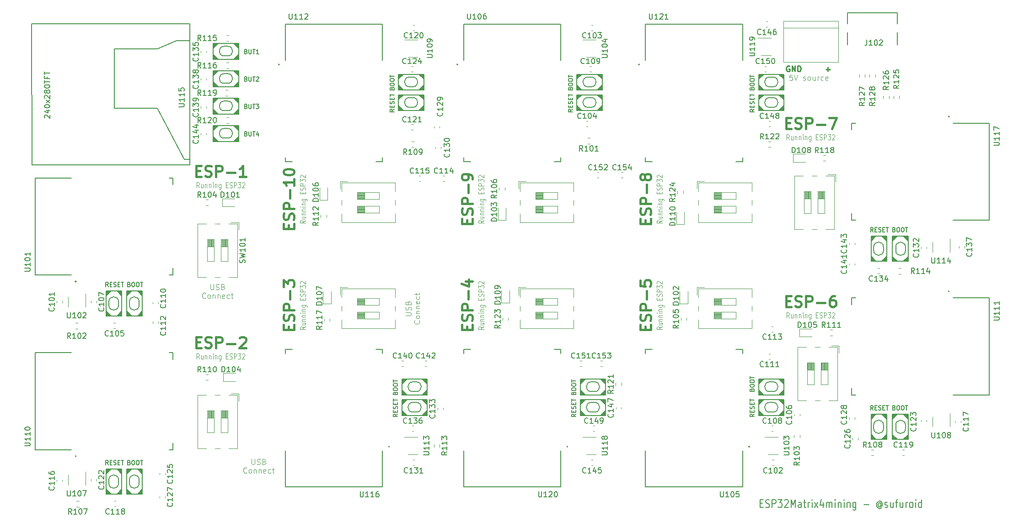
<source format=gbr>
%TF.GenerationSoftware,KiCad,Pcbnew,(5.1.12)-1*%
%TF.CreationDate,2022-05-26T18:44:23+02:00*%
%TF.ProjectId,esp32solarminer,65737033-3273-46f6-9c61-726d696e6572,0.3*%
%TF.SameCoordinates,Original*%
%TF.FileFunction,Legend,Top*%
%TF.FilePolarity,Positive*%
%FSLAX46Y46*%
G04 Gerber Fmt 4.6, Leading zero omitted, Abs format (unit mm)*
G04 Created by KiCad (PCBNEW (5.1.12)-1) date 2022-05-26 18:44:23*
%MOMM*%
%LPD*%
G01*
G04 APERTURE LIST*
%ADD10C,0.200000*%
%ADD11C,0.250000*%
%ADD12C,0.100000*%
%ADD13C,0.400000*%
%ADD14C,0.120000*%
%ADD15C,0.150000*%
%ADD16C,0.127000*%
G04 APERTURE END LIST*
D10*
X172255142Y-109747857D02*
X172655142Y-109747857D01*
X172826571Y-110533571D02*
X172255142Y-110533571D01*
X172255142Y-109033571D01*
X172826571Y-109033571D01*
X173283714Y-110462142D02*
X173455142Y-110533571D01*
X173740857Y-110533571D01*
X173855142Y-110462142D01*
X173912285Y-110390714D01*
X173969428Y-110247857D01*
X173969428Y-110105000D01*
X173912285Y-109962142D01*
X173855142Y-109890714D01*
X173740857Y-109819285D01*
X173512285Y-109747857D01*
X173398000Y-109676428D01*
X173340857Y-109605000D01*
X173283714Y-109462142D01*
X173283714Y-109319285D01*
X173340857Y-109176428D01*
X173398000Y-109105000D01*
X173512285Y-109033571D01*
X173798000Y-109033571D01*
X173969428Y-109105000D01*
X174483714Y-110533571D02*
X174483714Y-109033571D01*
X174940857Y-109033571D01*
X175055142Y-109105000D01*
X175112285Y-109176428D01*
X175169428Y-109319285D01*
X175169428Y-109533571D01*
X175112285Y-109676428D01*
X175055142Y-109747857D01*
X174940857Y-109819285D01*
X174483714Y-109819285D01*
X175569428Y-109033571D02*
X176312285Y-109033571D01*
X175912285Y-109605000D01*
X176083714Y-109605000D01*
X176198000Y-109676428D01*
X176255142Y-109747857D01*
X176312285Y-109890714D01*
X176312285Y-110247857D01*
X176255142Y-110390714D01*
X176198000Y-110462142D01*
X176083714Y-110533571D01*
X175740857Y-110533571D01*
X175626571Y-110462142D01*
X175569428Y-110390714D01*
X176769428Y-109176428D02*
X176826571Y-109105000D01*
X176940857Y-109033571D01*
X177226571Y-109033571D01*
X177340857Y-109105000D01*
X177398000Y-109176428D01*
X177455142Y-109319285D01*
X177455142Y-109462142D01*
X177398000Y-109676428D01*
X176712285Y-110533571D01*
X177455142Y-110533571D01*
X177969428Y-110533571D02*
X177969428Y-109033571D01*
X178369428Y-110105000D01*
X178769428Y-109033571D01*
X178769428Y-110533571D01*
X179855142Y-110533571D02*
X179855142Y-109747857D01*
X179798000Y-109605000D01*
X179683714Y-109533571D01*
X179455142Y-109533571D01*
X179340857Y-109605000D01*
X179855142Y-110462142D02*
X179740857Y-110533571D01*
X179455142Y-110533571D01*
X179340857Y-110462142D01*
X179283714Y-110319285D01*
X179283714Y-110176428D01*
X179340857Y-110033571D01*
X179455142Y-109962142D01*
X179740857Y-109962142D01*
X179855142Y-109890714D01*
X180255142Y-109533571D02*
X180712285Y-109533571D01*
X180426571Y-109033571D02*
X180426571Y-110319285D01*
X180483714Y-110462142D01*
X180598000Y-110533571D01*
X180712285Y-110533571D01*
X181112285Y-110533571D02*
X181112285Y-109533571D01*
X181112285Y-109819285D02*
X181169428Y-109676428D01*
X181226571Y-109605000D01*
X181340857Y-109533571D01*
X181455142Y-109533571D01*
X181855142Y-110533571D02*
X181855142Y-109533571D01*
X181855142Y-109033571D02*
X181798000Y-109105000D01*
X181855142Y-109176428D01*
X181912285Y-109105000D01*
X181855142Y-109033571D01*
X181855142Y-109176428D01*
X182312285Y-110533571D02*
X182940857Y-109533571D01*
X182312285Y-109533571D02*
X182940857Y-110533571D01*
X183912285Y-109533571D02*
X183912285Y-110533571D01*
X183626571Y-108962142D02*
X183340857Y-110033571D01*
X184083714Y-110033571D01*
X184540857Y-110533571D02*
X184540857Y-109533571D01*
X184540857Y-109676428D02*
X184598000Y-109605000D01*
X184712285Y-109533571D01*
X184883714Y-109533571D01*
X184998000Y-109605000D01*
X185055142Y-109747857D01*
X185055142Y-110533571D01*
X185055142Y-109747857D02*
X185112285Y-109605000D01*
X185226571Y-109533571D01*
X185398000Y-109533571D01*
X185512285Y-109605000D01*
X185569428Y-109747857D01*
X185569428Y-110533571D01*
X186140857Y-110533571D02*
X186140857Y-109533571D01*
X186140857Y-109033571D02*
X186083714Y-109105000D01*
X186140857Y-109176428D01*
X186198000Y-109105000D01*
X186140857Y-109033571D01*
X186140857Y-109176428D01*
X186712285Y-109533571D02*
X186712285Y-110533571D01*
X186712285Y-109676428D02*
X186769428Y-109605000D01*
X186883714Y-109533571D01*
X187055142Y-109533571D01*
X187169428Y-109605000D01*
X187226571Y-109747857D01*
X187226571Y-110533571D01*
X187798000Y-110533571D02*
X187798000Y-109533571D01*
X187798000Y-109033571D02*
X187740857Y-109105000D01*
X187798000Y-109176428D01*
X187855142Y-109105000D01*
X187798000Y-109033571D01*
X187798000Y-109176428D01*
X188369428Y-109533571D02*
X188369428Y-110533571D01*
X188369428Y-109676428D02*
X188426571Y-109605000D01*
X188540857Y-109533571D01*
X188712285Y-109533571D01*
X188826571Y-109605000D01*
X188883714Y-109747857D01*
X188883714Y-110533571D01*
X189969428Y-109533571D02*
X189969428Y-110747857D01*
X189912285Y-110890714D01*
X189855142Y-110962142D01*
X189740857Y-111033571D01*
X189569428Y-111033571D01*
X189455142Y-110962142D01*
X189969428Y-110462142D02*
X189855142Y-110533571D01*
X189626571Y-110533571D01*
X189512285Y-110462142D01*
X189455142Y-110390714D01*
X189398000Y-110247857D01*
X189398000Y-109819285D01*
X189455142Y-109676428D01*
X189512285Y-109605000D01*
X189626571Y-109533571D01*
X189855142Y-109533571D01*
X189969428Y-109605000D01*
X191455142Y-109962142D02*
X192369428Y-109962142D01*
X194598000Y-109819285D02*
X194540857Y-109747857D01*
X194426571Y-109676428D01*
X194312285Y-109676428D01*
X194198000Y-109747857D01*
X194140857Y-109819285D01*
X194083714Y-109962142D01*
X194083714Y-110105000D01*
X194140857Y-110247857D01*
X194198000Y-110319285D01*
X194312285Y-110390714D01*
X194426571Y-110390714D01*
X194540857Y-110319285D01*
X194598000Y-110247857D01*
X194598000Y-109676428D02*
X194598000Y-110247857D01*
X194655142Y-110319285D01*
X194712285Y-110319285D01*
X194826571Y-110247857D01*
X194883714Y-110105000D01*
X194883714Y-109747857D01*
X194769428Y-109533571D01*
X194598000Y-109390714D01*
X194369428Y-109319285D01*
X194140857Y-109390714D01*
X193969428Y-109533571D01*
X193855142Y-109747857D01*
X193798000Y-110033571D01*
X193855142Y-110319285D01*
X193969428Y-110533571D01*
X194140857Y-110676428D01*
X194369428Y-110747857D01*
X194598000Y-110676428D01*
X194769428Y-110533571D01*
X195340857Y-110462142D02*
X195455142Y-110533571D01*
X195683714Y-110533571D01*
X195798000Y-110462142D01*
X195855142Y-110319285D01*
X195855142Y-110247857D01*
X195798000Y-110105000D01*
X195683714Y-110033571D01*
X195512285Y-110033571D01*
X195398000Y-109962142D01*
X195340857Y-109819285D01*
X195340857Y-109747857D01*
X195398000Y-109605000D01*
X195512285Y-109533571D01*
X195683714Y-109533571D01*
X195798000Y-109605000D01*
X196883714Y-109533571D02*
X196883714Y-110533571D01*
X196369428Y-109533571D02*
X196369428Y-110319285D01*
X196426571Y-110462142D01*
X196540857Y-110533571D01*
X196712285Y-110533571D01*
X196826571Y-110462142D01*
X196883714Y-110390714D01*
X197283714Y-109533571D02*
X197740857Y-109533571D01*
X197455142Y-110533571D02*
X197455142Y-109247857D01*
X197512285Y-109105000D01*
X197626571Y-109033571D01*
X197740857Y-109033571D01*
X198655142Y-109533571D02*
X198655142Y-110533571D01*
X198140857Y-109533571D02*
X198140857Y-110319285D01*
X198198000Y-110462142D01*
X198312285Y-110533571D01*
X198483714Y-110533571D01*
X198598000Y-110462142D01*
X198655142Y-110390714D01*
X199226571Y-110533571D02*
X199226571Y-109533571D01*
X199226571Y-109819285D02*
X199283714Y-109676428D01*
X199340857Y-109605000D01*
X199455142Y-109533571D01*
X199569428Y-109533571D01*
X200140857Y-110533571D02*
X200026571Y-110462142D01*
X199969428Y-110390714D01*
X199912285Y-110247857D01*
X199912285Y-109819285D01*
X199969428Y-109676428D01*
X200026571Y-109605000D01*
X200140857Y-109533571D01*
X200312285Y-109533571D01*
X200426571Y-109605000D01*
X200483714Y-109676428D01*
X200540857Y-109819285D01*
X200540857Y-110247857D01*
X200483714Y-110390714D01*
X200426571Y-110462142D01*
X200312285Y-110533571D01*
X200140857Y-110533571D01*
X201055142Y-110533571D02*
X201055142Y-109533571D01*
X201055142Y-109033571D02*
X200998000Y-109105000D01*
X201055142Y-109176428D01*
X201112285Y-109105000D01*
X201055142Y-109033571D01*
X201055142Y-109176428D01*
X202140857Y-110533571D02*
X202140857Y-109033571D01*
X202140857Y-110462142D02*
X202026571Y-110533571D01*
X201798000Y-110533571D01*
X201683714Y-110462142D01*
X201626571Y-110390714D01*
X201569428Y-110247857D01*
X201569428Y-109819285D01*
X201626571Y-109676428D01*
X201683714Y-109605000D01*
X201798000Y-109533571D01*
X202026571Y-109533571D01*
X202140857Y-109605000D01*
D11*
X177673095Y-28710000D02*
X177577857Y-28662380D01*
X177435000Y-28662380D01*
X177292142Y-28710000D01*
X177196904Y-28805238D01*
X177149285Y-28900476D01*
X177101666Y-29090952D01*
X177101666Y-29233809D01*
X177149285Y-29424285D01*
X177196904Y-29519523D01*
X177292142Y-29614761D01*
X177435000Y-29662380D01*
X177530238Y-29662380D01*
X177673095Y-29614761D01*
X177720714Y-29567142D01*
X177720714Y-29233809D01*
X177530238Y-29233809D01*
X178149285Y-29662380D02*
X178149285Y-28662380D01*
X178720714Y-29662380D01*
X178720714Y-28662380D01*
X179196904Y-29662380D02*
X179196904Y-28662380D01*
X179435000Y-28662380D01*
X179577857Y-28710000D01*
X179673095Y-28805238D01*
X179720714Y-28900476D01*
X179768333Y-29090952D01*
X179768333Y-29233809D01*
X179720714Y-29424285D01*
X179673095Y-29519523D01*
X179577857Y-29614761D01*
X179435000Y-29662380D01*
X179196904Y-29662380D01*
X184404047Y-29281428D02*
X185165952Y-29281428D01*
X184785000Y-29662380D02*
X184785000Y-28900476D01*
D12*
X178181380Y-30313380D02*
X177705190Y-30313380D01*
X177657571Y-30789571D01*
X177705190Y-30741952D01*
X177800428Y-30694333D01*
X178038523Y-30694333D01*
X178133761Y-30741952D01*
X178181380Y-30789571D01*
X178229000Y-30884809D01*
X178229000Y-31122904D01*
X178181380Y-31218142D01*
X178133761Y-31265761D01*
X178038523Y-31313380D01*
X177800428Y-31313380D01*
X177705190Y-31265761D01*
X177657571Y-31218142D01*
X178514714Y-30313380D02*
X178848047Y-31313380D01*
X179181380Y-30313380D01*
X180229000Y-31265761D02*
X180324238Y-31313380D01*
X180514714Y-31313380D01*
X180609952Y-31265761D01*
X180657571Y-31170523D01*
X180657571Y-31122904D01*
X180609952Y-31027666D01*
X180514714Y-30980047D01*
X180371857Y-30980047D01*
X180276619Y-30932428D01*
X180229000Y-30837190D01*
X180229000Y-30789571D01*
X180276619Y-30694333D01*
X180371857Y-30646714D01*
X180514714Y-30646714D01*
X180609952Y-30694333D01*
X181229000Y-31313380D02*
X181133761Y-31265761D01*
X181086142Y-31218142D01*
X181038523Y-31122904D01*
X181038523Y-30837190D01*
X181086142Y-30741952D01*
X181133761Y-30694333D01*
X181229000Y-30646714D01*
X181371857Y-30646714D01*
X181467095Y-30694333D01*
X181514714Y-30741952D01*
X181562333Y-30837190D01*
X181562333Y-31122904D01*
X181514714Y-31218142D01*
X181467095Y-31265761D01*
X181371857Y-31313380D01*
X181229000Y-31313380D01*
X182419476Y-30646714D02*
X182419476Y-31313380D01*
X181990904Y-30646714D02*
X181990904Y-31170523D01*
X182038523Y-31265761D01*
X182133761Y-31313380D01*
X182276619Y-31313380D01*
X182371857Y-31265761D01*
X182419476Y-31218142D01*
X182895666Y-31313380D02*
X182895666Y-30646714D01*
X182895666Y-30837190D02*
X182943285Y-30741952D01*
X182990904Y-30694333D01*
X183086142Y-30646714D01*
X183181380Y-30646714D01*
X183943285Y-31265761D02*
X183848047Y-31313380D01*
X183657571Y-31313380D01*
X183562333Y-31265761D01*
X183514714Y-31218142D01*
X183467095Y-31122904D01*
X183467095Y-30837190D01*
X183514714Y-30741952D01*
X183562333Y-30694333D01*
X183657571Y-30646714D01*
X183848047Y-30646714D01*
X183943285Y-30694333D01*
X184752809Y-31265761D02*
X184657571Y-31313380D01*
X184467095Y-31313380D01*
X184371857Y-31265761D01*
X184324238Y-31170523D01*
X184324238Y-30789571D01*
X184371857Y-30694333D01*
X184467095Y-30646714D01*
X184657571Y-30646714D01*
X184752809Y-30694333D01*
X184800428Y-30789571D01*
X184800428Y-30884809D01*
X184324238Y-30980047D01*
D13*
X177038571Y-39227142D02*
X177705238Y-39227142D01*
X177990952Y-40274761D02*
X177038571Y-40274761D01*
X177038571Y-38274761D01*
X177990952Y-38274761D01*
X178752857Y-40179523D02*
X179038571Y-40274761D01*
X179514761Y-40274761D01*
X179705238Y-40179523D01*
X179800476Y-40084285D01*
X179895714Y-39893809D01*
X179895714Y-39703333D01*
X179800476Y-39512857D01*
X179705238Y-39417619D01*
X179514761Y-39322380D01*
X179133809Y-39227142D01*
X178943333Y-39131904D01*
X178848095Y-39036666D01*
X178752857Y-38846190D01*
X178752857Y-38655714D01*
X178848095Y-38465238D01*
X178943333Y-38370000D01*
X179133809Y-38274761D01*
X179610000Y-38274761D01*
X179895714Y-38370000D01*
X180752857Y-40274761D02*
X180752857Y-38274761D01*
X181514761Y-38274761D01*
X181705238Y-38370000D01*
X181800476Y-38465238D01*
X181895714Y-38655714D01*
X181895714Y-38941428D01*
X181800476Y-39131904D01*
X181705238Y-39227142D01*
X181514761Y-39322380D01*
X180752857Y-39322380D01*
X182752857Y-39512857D02*
X184276666Y-39512857D01*
X185038571Y-38274761D02*
X186371904Y-38274761D01*
X185514761Y-40274761D01*
X177038571Y-72247142D02*
X177705238Y-72247142D01*
X177990952Y-73294761D02*
X177038571Y-73294761D01*
X177038571Y-71294761D01*
X177990952Y-71294761D01*
X178752857Y-73199523D02*
X179038571Y-73294761D01*
X179514761Y-73294761D01*
X179705238Y-73199523D01*
X179800476Y-73104285D01*
X179895714Y-72913809D01*
X179895714Y-72723333D01*
X179800476Y-72532857D01*
X179705238Y-72437619D01*
X179514761Y-72342380D01*
X179133809Y-72247142D01*
X178943333Y-72151904D01*
X178848095Y-72056666D01*
X178752857Y-71866190D01*
X178752857Y-71675714D01*
X178848095Y-71485238D01*
X178943333Y-71390000D01*
X179133809Y-71294761D01*
X179610000Y-71294761D01*
X179895714Y-71390000D01*
X180752857Y-73294761D02*
X180752857Y-71294761D01*
X181514761Y-71294761D01*
X181705238Y-71390000D01*
X181800476Y-71485238D01*
X181895714Y-71675714D01*
X181895714Y-71961428D01*
X181800476Y-72151904D01*
X181705238Y-72247142D01*
X181514761Y-72342380D01*
X180752857Y-72342380D01*
X182752857Y-72532857D02*
X184276666Y-72532857D01*
X186086190Y-71294761D02*
X185705238Y-71294761D01*
X185514761Y-71390000D01*
X185419523Y-71485238D01*
X185229047Y-71770952D01*
X185133809Y-72151904D01*
X185133809Y-72913809D01*
X185229047Y-73104285D01*
X185324285Y-73199523D01*
X185514761Y-73294761D01*
X185895714Y-73294761D01*
X186086190Y-73199523D01*
X186181428Y-73104285D01*
X186276666Y-72913809D01*
X186276666Y-72437619D01*
X186181428Y-72247142D01*
X186086190Y-72151904D01*
X185895714Y-72056666D01*
X185514761Y-72056666D01*
X185324285Y-72151904D01*
X185229047Y-72247142D01*
X185133809Y-72437619D01*
D12*
X177648095Y-75382380D02*
X177381428Y-74906190D01*
X177190952Y-75382380D02*
X177190952Y-74382380D01*
X177495714Y-74382380D01*
X177571904Y-74430000D01*
X177610000Y-74477619D01*
X177648095Y-74572857D01*
X177648095Y-74715714D01*
X177610000Y-74810952D01*
X177571904Y-74858571D01*
X177495714Y-74906190D01*
X177190952Y-74906190D01*
X178333809Y-74715714D02*
X178333809Y-75382380D01*
X177990952Y-74715714D02*
X177990952Y-75239523D01*
X178029047Y-75334761D01*
X178105238Y-75382380D01*
X178219523Y-75382380D01*
X178295714Y-75334761D01*
X178333809Y-75287142D01*
X178714761Y-74715714D02*
X178714761Y-75382380D01*
X178714761Y-74810952D02*
X178752857Y-74763333D01*
X178829047Y-74715714D01*
X178943333Y-74715714D01*
X179019523Y-74763333D01*
X179057619Y-74858571D01*
X179057619Y-75382380D01*
X179438571Y-74715714D02*
X179438571Y-75382380D01*
X179438571Y-74810952D02*
X179476666Y-74763333D01*
X179552857Y-74715714D01*
X179667142Y-74715714D01*
X179743333Y-74763333D01*
X179781428Y-74858571D01*
X179781428Y-75382380D01*
X180162380Y-75382380D02*
X180162380Y-74715714D01*
X180162380Y-74382380D02*
X180124285Y-74430000D01*
X180162380Y-74477619D01*
X180200476Y-74430000D01*
X180162380Y-74382380D01*
X180162380Y-74477619D01*
X180543333Y-74715714D02*
X180543333Y-75382380D01*
X180543333Y-74810952D02*
X180581428Y-74763333D01*
X180657619Y-74715714D01*
X180771904Y-74715714D01*
X180848095Y-74763333D01*
X180886190Y-74858571D01*
X180886190Y-75382380D01*
X181610000Y-74715714D02*
X181610000Y-75525238D01*
X181571904Y-75620476D01*
X181533809Y-75668095D01*
X181457619Y-75715714D01*
X181343333Y-75715714D01*
X181267142Y-75668095D01*
X181610000Y-75334761D02*
X181533809Y-75382380D01*
X181381428Y-75382380D01*
X181305238Y-75334761D01*
X181267142Y-75287142D01*
X181229047Y-75191904D01*
X181229047Y-74906190D01*
X181267142Y-74810952D01*
X181305238Y-74763333D01*
X181381428Y-74715714D01*
X181533809Y-74715714D01*
X181610000Y-74763333D01*
X182600476Y-74858571D02*
X182867142Y-74858571D01*
X182981428Y-75382380D02*
X182600476Y-75382380D01*
X182600476Y-74382380D01*
X182981428Y-74382380D01*
X183286190Y-75334761D02*
X183400476Y-75382380D01*
X183590952Y-75382380D01*
X183667142Y-75334761D01*
X183705238Y-75287142D01*
X183743333Y-75191904D01*
X183743333Y-75096666D01*
X183705238Y-75001428D01*
X183667142Y-74953809D01*
X183590952Y-74906190D01*
X183438571Y-74858571D01*
X183362380Y-74810952D01*
X183324285Y-74763333D01*
X183286190Y-74668095D01*
X183286190Y-74572857D01*
X183324285Y-74477619D01*
X183362380Y-74430000D01*
X183438571Y-74382380D01*
X183629047Y-74382380D01*
X183743333Y-74430000D01*
X184086190Y-75382380D02*
X184086190Y-74382380D01*
X184390952Y-74382380D01*
X184467142Y-74430000D01*
X184505238Y-74477619D01*
X184543333Y-74572857D01*
X184543333Y-74715714D01*
X184505238Y-74810952D01*
X184467142Y-74858571D01*
X184390952Y-74906190D01*
X184086190Y-74906190D01*
X184810000Y-74382380D02*
X185305238Y-74382380D01*
X185038571Y-74763333D01*
X185152857Y-74763333D01*
X185229047Y-74810952D01*
X185267142Y-74858571D01*
X185305238Y-74953809D01*
X185305238Y-75191904D01*
X185267142Y-75287142D01*
X185229047Y-75334761D01*
X185152857Y-75382380D01*
X184924285Y-75382380D01*
X184848095Y-75334761D01*
X184810000Y-75287142D01*
X185610000Y-74477619D02*
X185648095Y-74430000D01*
X185724285Y-74382380D01*
X185914761Y-74382380D01*
X185990952Y-74430000D01*
X186029047Y-74477619D01*
X186067142Y-74572857D01*
X186067142Y-74668095D01*
X186029047Y-74810952D01*
X185571904Y-75382380D01*
X186067142Y-75382380D01*
X177648095Y-42362380D02*
X177381428Y-41886190D01*
X177190952Y-42362380D02*
X177190952Y-41362380D01*
X177495714Y-41362380D01*
X177571904Y-41410000D01*
X177610000Y-41457619D01*
X177648095Y-41552857D01*
X177648095Y-41695714D01*
X177610000Y-41790952D01*
X177571904Y-41838571D01*
X177495714Y-41886190D01*
X177190952Y-41886190D01*
X178333809Y-41695714D02*
X178333809Y-42362380D01*
X177990952Y-41695714D02*
X177990952Y-42219523D01*
X178029047Y-42314761D01*
X178105238Y-42362380D01*
X178219523Y-42362380D01*
X178295714Y-42314761D01*
X178333809Y-42267142D01*
X178714761Y-41695714D02*
X178714761Y-42362380D01*
X178714761Y-41790952D02*
X178752857Y-41743333D01*
X178829047Y-41695714D01*
X178943333Y-41695714D01*
X179019523Y-41743333D01*
X179057619Y-41838571D01*
X179057619Y-42362380D01*
X179438571Y-41695714D02*
X179438571Y-42362380D01*
X179438571Y-41790952D02*
X179476666Y-41743333D01*
X179552857Y-41695714D01*
X179667142Y-41695714D01*
X179743333Y-41743333D01*
X179781428Y-41838571D01*
X179781428Y-42362380D01*
X180162380Y-42362380D02*
X180162380Y-41695714D01*
X180162380Y-41362380D02*
X180124285Y-41410000D01*
X180162380Y-41457619D01*
X180200476Y-41410000D01*
X180162380Y-41362380D01*
X180162380Y-41457619D01*
X180543333Y-41695714D02*
X180543333Y-42362380D01*
X180543333Y-41790952D02*
X180581428Y-41743333D01*
X180657619Y-41695714D01*
X180771904Y-41695714D01*
X180848095Y-41743333D01*
X180886190Y-41838571D01*
X180886190Y-42362380D01*
X181610000Y-41695714D02*
X181610000Y-42505238D01*
X181571904Y-42600476D01*
X181533809Y-42648095D01*
X181457619Y-42695714D01*
X181343333Y-42695714D01*
X181267142Y-42648095D01*
X181610000Y-42314761D02*
X181533809Y-42362380D01*
X181381428Y-42362380D01*
X181305238Y-42314761D01*
X181267142Y-42267142D01*
X181229047Y-42171904D01*
X181229047Y-41886190D01*
X181267142Y-41790952D01*
X181305238Y-41743333D01*
X181381428Y-41695714D01*
X181533809Y-41695714D01*
X181610000Y-41743333D01*
X182600476Y-41838571D02*
X182867142Y-41838571D01*
X182981428Y-42362380D02*
X182600476Y-42362380D01*
X182600476Y-41362380D01*
X182981428Y-41362380D01*
X183286190Y-42314761D02*
X183400476Y-42362380D01*
X183590952Y-42362380D01*
X183667142Y-42314761D01*
X183705238Y-42267142D01*
X183743333Y-42171904D01*
X183743333Y-42076666D01*
X183705238Y-41981428D01*
X183667142Y-41933809D01*
X183590952Y-41886190D01*
X183438571Y-41838571D01*
X183362380Y-41790952D01*
X183324285Y-41743333D01*
X183286190Y-41648095D01*
X183286190Y-41552857D01*
X183324285Y-41457619D01*
X183362380Y-41410000D01*
X183438571Y-41362380D01*
X183629047Y-41362380D01*
X183743333Y-41410000D01*
X184086190Y-42362380D02*
X184086190Y-41362380D01*
X184390952Y-41362380D01*
X184467142Y-41410000D01*
X184505238Y-41457619D01*
X184543333Y-41552857D01*
X184543333Y-41695714D01*
X184505238Y-41790952D01*
X184467142Y-41838571D01*
X184390952Y-41886190D01*
X184086190Y-41886190D01*
X184810000Y-41362380D02*
X185305238Y-41362380D01*
X185038571Y-41743333D01*
X185152857Y-41743333D01*
X185229047Y-41790952D01*
X185267142Y-41838571D01*
X185305238Y-41933809D01*
X185305238Y-42171904D01*
X185267142Y-42267142D01*
X185229047Y-42314761D01*
X185152857Y-42362380D01*
X184924285Y-42362380D01*
X184848095Y-42314761D01*
X184810000Y-42267142D01*
X185610000Y-41457619D02*
X185648095Y-41410000D01*
X185724285Y-41362380D01*
X185914761Y-41362380D01*
X185990952Y-41410000D01*
X186029047Y-41457619D01*
X186067142Y-41552857D01*
X186067142Y-41648095D01*
X186029047Y-41790952D01*
X185571904Y-42362380D01*
X186067142Y-42362380D01*
D13*
X150987142Y-57911428D02*
X150987142Y-57244761D01*
X152034761Y-56959047D02*
X152034761Y-57911428D01*
X150034761Y-57911428D01*
X150034761Y-56959047D01*
X151939523Y-56197142D02*
X152034761Y-55911428D01*
X152034761Y-55435238D01*
X151939523Y-55244761D01*
X151844285Y-55149523D01*
X151653809Y-55054285D01*
X151463333Y-55054285D01*
X151272857Y-55149523D01*
X151177619Y-55244761D01*
X151082380Y-55435238D01*
X150987142Y-55816190D01*
X150891904Y-56006666D01*
X150796666Y-56101904D01*
X150606190Y-56197142D01*
X150415714Y-56197142D01*
X150225238Y-56101904D01*
X150130000Y-56006666D01*
X150034761Y-55816190D01*
X150034761Y-55340000D01*
X150130000Y-55054285D01*
X152034761Y-54197142D02*
X150034761Y-54197142D01*
X150034761Y-53435238D01*
X150130000Y-53244761D01*
X150225238Y-53149523D01*
X150415714Y-53054285D01*
X150701428Y-53054285D01*
X150891904Y-53149523D01*
X150987142Y-53244761D01*
X151082380Y-53435238D01*
X151082380Y-54197142D01*
X151272857Y-52197142D02*
X151272857Y-50673333D01*
X150891904Y-49435238D02*
X150796666Y-49625714D01*
X150701428Y-49720952D01*
X150510952Y-49816190D01*
X150415714Y-49816190D01*
X150225238Y-49720952D01*
X150130000Y-49625714D01*
X150034761Y-49435238D01*
X150034761Y-49054285D01*
X150130000Y-48863809D01*
X150225238Y-48768571D01*
X150415714Y-48673333D01*
X150510952Y-48673333D01*
X150701428Y-48768571D01*
X150796666Y-48863809D01*
X150891904Y-49054285D01*
X150891904Y-49435238D01*
X150987142Y-49625714D01*
X151082380Y-49720952D01*
X151272857Y-49816190D01*
X151653809Y-49816190D01*
X151844285Y-49720952D01*
X151939523Y-49625714D01*
X152034761Y-49435238D01*
X152034761Y-49054285D01*
X151939523Y-48863809D01*
X151844285Y-48768571D01*
X151653809Y-48673333D01*
X151272857Y-48673333D01*
X151082380Y-48768571D01*
X150987142Y-48863809D01*
X150891904Y-49054285D01*
D12*
X154122380Y-57301904D02*
X153646190Y-57568571D01*
X154122380Y-57759047D02*
X153122380Y-57759047D01*
X153122380Y-57454285D01*
X153170000Y-57378095D01*
X153217619Y-57340000D01*
X153312857Y-57301904D01*
X153455714Y-57301904D01*
X153550952Y-57340000D01*
X153598571Y-57378095D01*
X153646190Y-57454285D01*
X153646190Y-57759047D01*
X153455714Y-56616190D02*
X154122380Y-56616190D01*
X153455714Y-56959047D02*
X153979523Y-56959047D01*
X154074761Y-56920952D01*
X154122380Y-56844761D01*
X154122380Y-56730476D01*
X154074761Y-56654285D01*
X154027142Y-56616190D01*
X153455714Y-56235238D02*
X154122380Y-56235238D01*
X153550952Y-56235238D02*
X153503333Y-56197142D01*
X153455714Y-56120952D01*
X153455714Y-56006666D01*
X153503333Y-55930476D01*
X153598571Y-55892380D01*
X154122380Y-55892380D01*
X153455714Y-55511428D02*
X154122380Y-55511428D01*
X153550952Y-55511428D02*
X153503333Y-55473333D01*
X153455714Y-55397142D01*
X153455714Y-55282857D01*
X153503333Y-55206666D01*
X153598571Y-55168571D01*
X154122380Y-55168571D01*
X154122380Y-54787619D02*
X153455714Y-54787619D01*
X153122380Y-54787619D02*
X153170000Y-54825714D01*
X153217619Y-54787619D01*
X153170000Y-54749523D01*
X153122380Y-54787619D01*
X153217619Y-54787619D01*
X153455714Y-54406666D02*
X154122380Y-54406666D01*
X153550952Y-54406666D02*
X153503333Y-54368571D01*
X153455714Y-54292380D01*
X153455714Y-54178095D01*
X153503333Y-54101904D01*
X153598571Y-54063809D01*
X154122380Y-54063809D01*
X153455714Y-53340000D02*
X154265238Y-53340000D01*
X154360476Y-53378095D01*
X154408095Y-53416190D01*
X154455714Y-53492380D01*
X154455714Y-53606666D01*
X154408095Y-53682857D01*
X154074761Y-53340000D02*
X154122380Y-53416190D01*
X154122380Y-53568571D01*
X154074761Y-53644761D01*
X154027142Y-53682857D01*
X153931904Y-53720952D01*
X153646190Y-53720952D01*
X153550952Y-53682857D01*
X153503333Y-53644761D01*
X153455714Y-53568571D01*
X153455714Y-53416190D01*
X153503333Y-53340000D01*
X153598571Y-52349523D02*
X153598571Y-52082857D01*
X154122380Y-51968571D02*
X154122380Y-52349523D01*
X153122380Y-52349523D01*
X153122380Y-51968571D01*
X154074761Y-51663809D02*
X154122380Y-51549523D01*
X154122380Y-51359047D01*
X154074761Y-51282857D01*
X154027142Y-51244761D01*
X153931904Y-51206666D01*
X153836666Y-51206666D01*
X153741428Y-51244761D01*
X153693809Y-51282857D01*
X153646190Y-51359047D01*
X153598571Y-51511428D01*
X153550952Y-51587619D01*
X153503333Y-51625714D01*
X153408095Y-51663809D01*
X153312857Y-51663809D01*
X153217619Y-51625714D01*
X153170000Y-51587619D01*
X153122380Y-51511428D01*
X153122380Y-51320952D01*
X153170000Y-51206666D01*
X154122380Y-50863809D02*
X153122380Y-50863809D01*
X153122380Y-50559047D01*
X153170000Y-50482857D01*
X153217619Y-50444761D01*
X153312857Y-50406666D01*
X153455714Y-50406666D01*
X153550952Y-50444761D01*
X153598571Y-50482857D01*
X153646190Y-50559047D01*
X153646190Y-50863809D01*
X153122380Y-50140000D02*
X153122380Y-49644761D01*
X153503333Y-49911428D01*
X153503333Y-49797142D01*
X153550952Y-49720952D01*
X153598571Y-49682857D01*
X153693809Y-49644761D01*
X153931904Y-49644761D01*
X154027142Y-49682857D01*
X154074761Y-49720952D01*
X154122380Y-49797142D01*
X154122380Y-50025714D01*
X154074761Y-50101904D01*
X154027142Y-50140000D01*
X153217619Y-49340000D02*
X153170000Y-49301904D01*
X153122380Y-49225714D01*
X153122380Y-49035238D01*
X153170000Y-48959047D01*
X153217619Y-48920952D01*
X153312857Y-48882857D01*
X153408095Y-48882857D01*
X153550952Y-48920952D01*
X154122380Y-49378095D01*
X154122380Y-48882857D01*
X121102380Y-57301904D02*
X120626190Y-57568571D01*
X121102380Y-57759047D02*
X120102380Y-57759047D01*
X120102380Y-57454285D01*
X120150000Y-57378095D01*
X120197619Y-57340000D01*
X120292857Y-57301904D01*
X120435714Y-57301904D01*
X120530952Y-57340000D01*
X120578571Y-57378095D01*
X120626190Y-57454285D01*
X120626190Y-57759047D01*
X120435714Y-56616190D02*
X121102380Y-56616190D01*
X120435714Y-56959047D02*
X120959523Y-56959047D01*
X121054761Y-56920952D01*
X121102380Y-56844761D01*
X121102380Y-56730476D01*
X121054761Y-56654285D01*
X121007142Y-56616190D01*
X120435714Y-56235238D02*
X121102380Y-56235238D01*
X120530952Y-56235238D02*
X120483333Y-56197142D01*
X120435714Y-56120952D01*
X120435714Y-56006666D01*
X120483333Y-55930476D01*
X120578571Y-55892380D01*
X121102380Y-55892380D01*
X120435714Y-55511428D02*
X121102380Y-55511428D01*
X120530952Y-55511428D02*
X120483333Y-55473333D01*
X120435714Y-55397142D01*
X120435714Y-55282857D01*
X120483333Y-55206666D01*
X120578571Y-55168571D01*
X121102380Y-55168571D01*
X121102380Y-54787619D02*
X120435714Y-54787619D01*
X120102380Y-54787619D02*
X120150000Y-54825714D01*
X120197619Y-54787619D01*
X120150000Y-54749523D01*
X120102380Y-54787619D01*
X120197619Y-54787619D01*
X120435714Y-54406666D02*
X121102380Y-54406666D01*
X120530952Y-54406666D02*
X120483333Y-54368571D01*
X120435714Y-54292380D01*
X120435714Y-54178095D01*
X120483333Y-54101904D01*
X120578571Y-54063809D01*
X121102380Y-54063809D01*
X120435714Y-53340000D02*
X121245238Y-53340000D01*
X121340476Y-53378095D01*
X121388095Y-53416190D01*
X121435714Y-53492380D01*
X121435714Y-53606666D01*
X121388095Y-53682857D01*
X121054761Y-53340000D02*
X121102380Y-53416190D01*
X121102380Y-53568571D01*
X121054761Y-53644761D01*
X121007142Y-53682857D01*
X120911904Y-53720952D01*
X120626190Y-53720952D01*
X120530952Y-53682857D01*
X120483333Y-53644761D01*
X120435714Y-53568571D01*
X120435714Y-53416190D01*
X120483333Y-53340000D01*
X120578571Y-52349523D02*
X120578571Y-52082857D01*
X121102380Y-51968571D02*
X121102380Y-52349523D01*
X120102380Y-52349523D01*
X120102380Y-51968571D01*
X121054761Y-51663809D02*
X121102380Y-51549523D01*
X121102380Y-51359047D01*
X121054761Y-51282857D01*
X121007142Y-51244761D01*
X120911904Y-51206666D01*
X120816666Y-51206666D01*
X120721428Y-51244761D01*
X120673809Y-51282857D01*
X120626190Y-51359047D01*
X120578571Y-51511428D01*
X120530952Y-51587619D01*
X120483333Y-51625714D01*
X120388095Y-51663809D01*
X120292857Y-51663809D01*
X120197619Y-51625714D01*
X120150000Y-51587619D01*
X120102380Y-51511428D01*
X120102380Y-51320952D01*
X120150000Y-51206666D01*
X121102380Y-50863809D02*
X120102380Y-50863809D01*
X120102380Y-50559047D01*
X120150000Y-50482857D01*
X120197619Y-50444761D01*
X120292857Y-50406666D01*
X120435714Y-50406666D01*
X120530952Y-50444761D01*
X120578571Y-50482857D01*
X120626190Y-50559047D01*
X120626190Y-50863809D01*
X120102380Y-50140000D02*
X120102380Y-49644761D01*
X120483333Y-49911428D01*
X120483333Y-49797142D01*
X120530952Y-49720952D01*
X120578571Y-49682857D01*
X120673809Y-49644761D01*
X120911904Y-49644761D01*
X121007142Y-49682857D01*
X121054761Y-49720952D01*
X121102380Y-49797142D01*
X121102380Y-50025714D01*
X121054761Y-50101904D01*
X121007142Y-50140000D01*
X120197619Y-49340000D02*
X120150000Y-49301904D01*
X120102380Y-49225714D01*
X120102380Y-49035238D01*
X120150000Y-48959047D01*
X120197619Y-48920952D01*
X120292857Y-48882857D01*
X120388095Y-48882857D01*
X120530952Y-48920952D01*
X121102380Y-49378095D01*
X121102380Y-48882857D01*
D13*
X117967142Y-57911428D02*
X117967142Y-57244761D01*
X119014761Y-56959047D02*
X119014761Y-57911428D01*
X117014761Y-57911428D01*
X117014761Y-56959047D01*
X118919523Y-56197142D02*
X119014761Y-55911428D01*
X119014761Y-55435238D01*
X118919523Y-55244761D01*
X118824285Y-55149523D01*
X118633809Y-55054285D01*
X118443333Y-55054285D01*
X118252857Y-55149523D01*
X118157619Y-55244761D01*
X118062380Y-55435238D01*
X117967142Y-55816190D01*
X117871904Y-56006666D01*
X117776666Y-56101904D01*
X117586190Y-56197142D01*
X117395714Y-56197142D01*
X117205238Y-56101904D01*
X117110000Y-56006666D01*
X117014761Y-55816190D01*
X117014761Y-55340000D01*
X117110000Y-55054285D01*
X119014761Y-54197142D02*
X117014761Y-54197142D01*
X117014761Y-53435238D01*
X117110000Y-53244761D01*
X117205238Y-53149523D01*
X117395714Y-53054285D01*
X117681428Y-53054285D01*
X117871904Y-53149523D01*
X117967142Y-53244761D01*
X118062380Y-53435238D01*
X118062380Y-54197142D01*
X118252857Y-52197142D02*
X118252857Y-50673333D01*
X119014761Y-49625714D02*
X119014761Y-49244761D01*
X118919523Y-49054285D01*
X118824285Y-48959047D01*
X118538571Y-48768571D01*
X118157619Y-48673333D01*
X117395714Y-48673333D01*
X117205238Y-48768571D01*
X117110000Y-48863809D01*
X117014761Y-49054285D01*
X117014761Y-49435238D01*
X117110000Y-49625714D01*
X117205238Y-49720952D01*
X117395714Y-49816190D01*
X117871904Y-49816190D01*
X118062380Y-49720952D01*
X118157619Y-49625714D01*
X118252857Y-49435238D01*
X118252857Y-49054285D01*
X118157619Y-48863809D01*
X118062380Y-48768571D01*
X117871904Y-48673333D01*
D12*
X88082380Y-57301904D02*
X87606190Y-57568571D01*
X88082380Y-57759047D02*
X87082380Y-57759047D01*
X87082380Y-57454285D01*
X87130000Y-57378095D01*
X87177619Y-57340000D01*
X87272857Y-57301904D01*
X87415714Y-57301904D01*
X87510952Y-57340000D01*
X87558571Y-57378095D01*
X87606190Y-57454285D01*
X87606190Y-57759047D01*
X87415714Y-56616190D02*
X88082380Y-56616190D01*
X87415714Y-56959047D02*
X87939523Y-56959047D01*
X88034761Y-56920952D01*
X88082380Y-56844761D01*
X88082380Y-56730476D01*
X88034761Y-56654285D01*
X87987142Y-56616190D01*
X87415714Y-56235238D02*
X88082380Y-56235238D01*
X87510952Y-56235238D02*
X87463333Y-56197142D01*
X87415714Y-56120952D01*
X87415714Y-56006666D01*
X87463333Y-55930476D01*
X87558571Y-55892380D01*
X88082380Y-55892380D01*
X87415714Y-55511428D02*
X88082380Y-55511428D01*
X87510952Y-55511428D02*
X87463333Y-55473333D01*
X87415714Y-55397142D01*
X87415714Y-55282857D01*
X87463333Y-55206666D01*
X87558571Y-55168571D01*
X88082380Y-55168571D01*
X88082380Y-54787619D02*
X87415714Y-54787619D01*
X87082380Y-54787619D02*
X87130000Y-54825714D01*
X87177619Y-54787619D01*
X87130000Y-54749523D01*
X87082380Y-54787619D01*
X87177619Y-54787619D01*
X87415714Y-54406666D02*
X88082380Y-54406666D01*
X87510952Y-54406666D02*
X87463333Y-54368571D01*
X87415714Y-54292380D01*
X87415714Y-54178095D01*
X87463333Y-54101904D01*
X87558571Y-54063809D01*
X88082380Y-54063809D01*
X87415714Y-53340000D02*
X88225238Y-53340000D01*
X88320476Y-53378095D01*
X88368095Y-53416190D01*
X88415714Y-53492380D01*
X88415714Y-53606666D01*
X88368095Y-53682857D01*
X88034761Y-53340000D02*
X88082380Y-53416190D01*
X88082380Y-53568571D01*
X88034761Y-53644761D01*
X87987142Y-53682857D01*
X87891904Y-53720952D01*
X87606190Y-53720952D01*
X87510952Y-53682857D01*
X87463333Y-53644761D01*
X87415714Y-53568571D01*
X87415714Y-53416190D01*
X87463333Y-53340000D01*
X87558571Y-52349523D02*
X87558571Y-52082857D01*
X88082380Y-51968571D02*
X88082380Y-52349523D01*
X87082380Y-52349523D01*
X87082380Y-51968571D01*
X88034761Y-51663809D02*
X88082380Y-51549523D01*
X88082380Y-51359047D01*
X88034761Y-51282857D01*
X87987142Y-51244761D01*
X87891904Y-51206666D01*
X87796666Y-51206666D01*
X87701428Y-51244761D01*
X87653809Y-51282857D01*
X87606190Y-51359047D01*
X87558571Y-51511428D01*
X87510952Y-51587619D01*
X87463333Y-51625714D01*
X87368095Y-51663809D01*
X87272857Y-51663809D01*
X87177619Y-51625714D01*
X87130000Y-51587619D01*
X87082380Y-51511428D01*
X87082380Y-51320952D01*
X87130000Y-51206666D01*
X88082380Y-50863809D02*
X87082380Y-50863809D01*
X87082380Y-50559047D01*
X87130000Y-50482857D01*
X87177619Y-50444761D01*
X87272857Y-50406666D01*
X87415714Y-50406666D01*
X87510952Y-50444761D01*
X87558571Y-50482857D01*
X87606190Y-50559047D01*
X87606190Y-50863809D01*
X87082380Y-50140000D02*
X87082380Y-49644761D01*
X87463333Y-49911428D01*
X87463333Y-49797142D01*
X87510952Y-49720952D01*
X87558571Y-49682857D01*
X87653809Y-49644761D01*
X87891904Y-49644761D01*
X87987142Y-49682857D01*
X88034761Y-49720952D01*
X88082380Y-49797142D01*
X88082380Y-50025714D01*
X88034761Y-50101904D01*
X87987142Y-50140000D01*
X87177619Y-49340000D02*
X87130000Y-49301904D01*
X87082380Y-49225714D01*
X87082380Y-49035238D01*
X87130000Y-48959047D01*
X87177619Y-48920952D01*
X87272857Y-48882857D01*
X87368095Y-48882857D01*
X87510952Y-48920952D01*
X88082380Y-49378095D01*
X88082380Y-48882857D01*
D13*
X84947142Y-58863809D02*
X84947142Y-58197142D01*
X85994761Y-57911428D02*
X85994761Y-58863809D01*
X83994761Y-58863809D01*
X83994761Y-57911428D01*
X85899523Y-57149523D02*
X85994761Y-56863809D01*
X85994761Y-56387619D01*
X85899523Y-56197142D01*
X85804285Y-56101904D01*
X85613809Y-56006666D01*
X85423333Y-56006666D01*
X85232857Y-56101904D01*
X85137619Y-56197142D01*
X85042380Y-56387619D01*
X84947142Y-56768571D01*
X84851904Y-56959047D01*
X84756666Y-57054285D01*
X84566190Y-57149523D01*
X84375714Y-57149523D01*
X84185238Y-57054285D01*
X84090000Y-56959047D01*
X83994761Y-56768571D01*
X83994761Y-56292380D01*
X84090000Y-56006666D01*
X85994761Y-55149523D02*
X83994761Y-55149523D01*
X83994761Y-54387619D01*
X84090000Y-54197142D01*
X84185238Y-54101904D01*
X84375714Y-54006666D01*
X84661428Y-54006666D01*
X84851904Y-54101904D01*
X84947142Y-54197142D01*
X85042380Y-54387619D01*
X85042380Y-55149523D01*
X85232857Y-53149523D02*
X85232857Y-51625714D01*
X85994761Y-49625714D02*
X85994761Y-50768571D01*
X85994761Y-50197142D02*
X83994761Y-50197142D01*
X84280476Y-50387619D01*
X84470952Y-50578095D01*
X84566190Y-50768571D01*
X83994761Y-48387619D02*
X83994761Y-48197142D01*
X84090000Y-48006666D01*
X84185238Y-47911428D01*
X84375714Y-47816190D01*
X84756666Y-47720952D01*
X85232857Y-47720952D01*
X85613809Y-47816190D01*
X85804285Y-47911428D01*
X85899523Y-48006666D01*
X85994761Y-48197142D01*
X85994761Y-48387619D01*
X85899523Y-48578095D01*
X85804285Y-48673333D01*
X85613809Y-48768571D01*
X85232857Y-48863809D01*
X84756666Y-48863809D01*
X84375714Y-48768571D01*
X84185238Y-48673333D01*
X84090000Y-48578095D01*
X83994761Y-48387619D01*
D12*
X154122380Y-76986904D02*
X153646190Y-77253571D01*
X154122380Y-77444047D02*
X153122380Y-77444047D01*
X153122380Y-77139285D01*
X153170000Y-77063095D01*
X153217619Y-77025000D01*
X153312857Y-76986904D01*
X153455714Y-76986904D01*
X153550952Y-77025000D01*
X153598571Y-77063095D01*
X153646190Y-77139285D01*
X153646190Y-77444047D01*
X153455714Y-76301190D02*
X154122380Y-76301190D01*
X153455714Y-76644047D02*
X153979523Y-76644047D01*
X154074761Y-76605952D01*
X154122380Y-76529761D01*
X154122380Y-76415476D01*
X154074761Y-76339285D01*
X154027142Y-76301190D01*
X153455714Y-75920238D02*
X154122380Y-75920238D01*
X153550952Y-75920238D02*
X153503333Y-75882142D01*
X153455714Y-75805952D01*
X153455714Y-75691666D01*
X153503333Y-75615476D01*
X153598571Y-75577380D01*
X154122380Y-75577380D01*
X153455714Y-75196428D02*
X154122380Y-75196428D01*
X153550952Y-75196428D02*
X153503333Y-75158333D01*
X153455714Y-75082142D01*
X153455714Y-74967857D01*
X153503333Y-74891666D01*
X153598571Y-74853571D01*
X154122380Y-74853571D01*
X154122380Y-74472619D02*
X153455714Y-74472619D01*
X153122380Y-74472619D02*
X153170000Y-74510714D01*
X153217619Y-74472619D01*
X153170000Y-74434523D01*
X153122380Y-74472619D01*
X153217619Y-74472619D01*
X153455714Y-74091666D02*
X154122380Y-74091666D01*
X153550952Y-74091666D02*
X153503333Y-74053571D01*
X153455714Y-73977380D01*
X153455714Y-73863095D01*
X153503333Y-73786904D01*
X153598571Y-73748809D01*
X154122380Y-73748809D01*
X153455714Y-73025000D02*
X154265238Y-73025000D01*
X154360476Y-73063095D01*
X154408095Y-73101190D01*
X154455714Y-73177380D01*
X154455714Y-73291666D01*
X154408095Y-73367857D01*
X154074761Y-73025000D02*
X154122380Y-73101190D01*
X154122380Y-73253571D01*
X154074761Y-73329761D01*
X154027142Y-73367857D01*
X153931904Y-73405952D01*
X153646190Y-73405952D01*
X153550952Y-73367857D01*
X153503333Y-73329761D01*
X153455714Y-73253571D01*
X153455714Y-73101190D01*
X153503333Y-73025000D01*
X153598571Y-72034523D02*
X153598571Y-71767857D01*
X154122380Y-71653571D02*
X154122380Y-72034523D01*
X153122380Y-72034523D01*
X153122380Y-71653571D01*
X154074761Y-71348809D02*
X154122380Y-71234523D01*
X154122380Y-71044047D01*
X154074761Y-70967857D01*
X154027142Y-70929761D01*
X153931904Y-70891666D01*
X153836666Y-70891666D01*
X153741428Y-70929761D01*
X153693809Y-70967857D01*
X153646190Y-71044047D01*
X153598571Y-71196428D01*
X153550952Y-71272619D01*
X153503333Y-71310714D01*
X153408095Y-71348809D01*
X153312857Y-71348809D01*
X153217619Y-71310714D01*
X153170000Y-71272619D01*
X153122380Y-71196428D01*
X153122380Y-71005952D01*
X153170000Y-70891666D01*
X154122380Y-70548809D02*
X153122380Y-70548809D01*
X153122380Y-70244047D01*
X153170000Y-70167857D01*
X153217619Y-70129761D01*
X153312857Y-70091666D01*
X153455714Y-70091666D01*
X153550952Y-70129761D01*
X153598571Y-70167857D01*
X153646190Y-70244047D01*
X153646190Y-70548809D01*
X153122380Y-69825000D02*
X153122380Y-69329761D01*
X153503333Y-69596428D01*
X153503333Y-69482142D01*
X153550952Y-69405952D01*
X153598571Y-69367857D01*
X153693809Y-69329761D01*
X153931904Y-69329761D01*
X154027142Y-69367857D01*
X154074761Y-69405952D01*
X154122380Y-69482142D01*
X154122380Y-69710714D01*
X154074761Y-69786904D01*
X154027142Y-69825000D01*
X153217619Y-69025000D02*
X153170000Y-68986904D01*
X153122380Y-68910714D01*
X153122380Y-68720238D01*
X153170000Y-68644047D01*
X153217619Y-68605952D01*
X153312857Y-68567857D01*
X153408095Y-68567857D01*
X153550952Y-68605952D01*
X154122380Y-69063095D01*
X154122380Y-68567857D01*
X121102380Y-76986904D02*
X120626190Y-77253571D01*
X121102380Y-77444047D02*
X120102380Y-77444047D01*
X120102380Y-77139285D01*
X120150000Y-77063095D01*
X120197619Y-77025000D01*
X120292857Y-76986904D01*
X120435714Y-76986904D01*
X120530952Y-77025000D01*
X120578571Y-77063095D01*
X120626190Y-77139285D01*
X120626190Y-77444047D01*
X120435714Y-76301190D02*
X121102380Y-76301190D01*
X120435714Y-76644047D02*
X120959523Y-76644047D01*
X121054761Y-76605952D01*
X121102380Y-76529761D01*
X121102380Y-76415476D01*
X121054761Y-76339285D01*
X121007142Y-76301190D01*
X120435714Y-75920238D02*
X121102380Y-75920238D01*
X120530952Y-75920238D02*
X120483333Y-75882142D01*
X120435714Y-75805952D01*
X120435714Y-75691666D01*
X120483333Y-75615476D01*
X120578571Y-75577380D01*
X121102380Y-75577380D01*
X120435714Y-75196428D02*
X121102380Y-75196428D01*
X120530952Y-75196428D02*
X120483333Y-75158333D01*
X120435714Y-75082142D01*
X120435714Y-74967857D01*
X120483333Y-74891666D01*
X120578571Y-74853571D01*
X121102380Y-74853571D01*
X121102380Y-74472619D02*
X120435714Y-74472619D01*
X120102380Y-74472619D02*
X120150000Y-74510714D01*
X120197619Y-74472619D01*
X120150000Y-74434523D01*
X120102380Y-74472619D01*
X120197619Y-74472619D01*
X120435714Y-74091666D02*
X121102380Y-74091666D01*
X120530952Y-74091666D02*
X120483333Y-74053571D01*
X120435714Y-73977380D01*
X120435714Y-73863095D01*
X120483333Y-73786904D01*
X120578571Y-73748809D01*
X121102380Y-73748809D01*
X120435714Y-73025000D02*
X121245238Y-73025000D01*
X121340476Y-73063095D01*
X121388095Y-73101190D01*
X121435714Y-73177380D01*
X121435714Y-73291666D01*
X121388095Y-73367857D01*
X121054761Y-73025000D02*
X121102380Y-73101190D01*
X121102380Y-73253571D01*
X121054761Y-73329761D01*
X121007142Y-73367857D01*
X120911904Y-73405952D01*
X120626190Y-73405952D01*
X120530952Y-73367857D01*
X120483333Y-73329761D01*
X120435714Y-73253571D01*
X120435714Y-73101190D01*
X120483333Y-73025000D01*
X120578571Y-72034523D02*
X120578571Y-71767857D01*
X121102380Y-71653571D02*
X121102380Y-72034523D01*
X120102380Y-72034523D01*
X120102380Y-71653571D01*
X121054761Y-71348809D02*
X121102380Y-71234523D01*
X121102380Y-71044047D01*
X121054761Y-70967857D01*
X121007142Y-70929761D01*
X120911904Y-70891666D01*
X120816666Y-70891666D01*
X120721428Y-70929761D01*
X120673809Y-70967857D01*
X120626190Y-71044047D01*
X120578571Y-71196428D01*
X120530952Y-71272619D01*
X120483333Y-71310714D01*
X120388095Y-71348809D01*
X120292857Y-71348809D01*
X120197619Y-71310714D01*
X120150000Y-71272619D01*
X120102380Y-71196428D01*
X120102380Y-71005952D01*
X120150000Y-70891666D01*
X121102380Y-70548809D02*
X120102380Y-70548809D01*
X120102380Y-70244047D01*
X120150000Y-70167857D01*
X120197619Y-70129761D01*
X120292857Y-70091666D01*
X120435714Y-70091666D01*
X120530952Y-70129761D01*
X120578571Y-70167857D01*
X120626190Y-70244047D01*
X120626190Y-70548809D01*
X120102380Y-69825000D02*
X120102380Y-69329761D01*
X120483333Y-69596428D01*
X120483333Y-69482142D01*
X120530952Y-69405952D01*
X120578571Y-69367857D01*
X120673809Y-69329761D01*
X120911904Y-69329761D01*
X121007142Y-69367857D01*
X121054761Y-69405952D01*
X121102380Y-69482142D01*
X121102380Y-69710714D01*
X121054761Y-69786904D01*
X121007142Y-69825000D01*
X120197619Y-69025000D02*
X120150000Y-68986904D01*
X120102380Y-68910714D01*
X120102380Y-68720238D01*
X120150000Y-68644047D01*
X120197619Y-68605952D01*
X120292857Y-68567857D01*
X120388095Y-68567857D01*
X120530952Y-68605952D01*
X121102380Y-69063095D01*
X121102380Y-68567857D01*
D13*
X150987142Y-77596428D02*
X150987142Y-76929761D01*
X152034761Y-76644047D02*
X152034761Y-77596428D01*
X150034761Y-77596428D01*
X150034761Y-76644047D01*
X151939523Y-75882142D02*
X152034761Y-75596428D01*
X152034761Y-75120238D01*
X151939523Y-74929761D01*
X151844285Y-74834523D01*
X151653809Y-74739285D01*
X151463333Y-74739285D01*
X151272857Y-74834523D01*
X151177619Y-74929761D01*
X151082380Y-75120238D01*
X150987142Y-75501190D01*
X150891904Y-75691666D01*
X150796666Y-75786904D01*
X150606190Y-75882142D01*
X150415714Y-75882142D01*
X150225238Y-75786904D01*
X150130000Y-75691666D01*
X150034761Y-75501190D01*
X150034761Y-75025000D01*
X150130000Y-74739285D01*
X152034761Y-73882142D02*
X150034761Y-73882142D01*
X150034761Y-73120238D01*
X150130000Y-72929761D01*
X150225238Y-72834523D01*
X150415714Y-72739285D01*
X150701428Y-72739285D01*
X150891904Y-72834523D01*
X150987142Y-72929761D01*
X151082380Y-73120238D01*
X151082380Y-73882142D01*
X151272857Y-71882142D02*
X151272857Y-70358333D01*
X150034761Y-68453571D02*
X150034761Y-69405952D01*
X150987142Y-69501190D01*
X150891904Y-69405952D01*
X150796666Y-69215476D01*
X150796666Y-68739285D01*
X150891904Y-68548809D01*
X150987142Y-68453571D01*
X151177619Y-68358333D01*
X151653809Y-68358333D01*
X151844285Y-68453571D01*
X151939523Y-68548809D01*
X152034761Y-68739285D01*
X152034761Y-69215476D01*
X151939523Y-69405952D01*
X151844285Y-69501190D01*
X117967142Y-77596428D02*
X117967142Y-76929761D01*
X119014761Y-76644047D02*
X119014761Y-77596428D01*
X117014761Y-77596428D01*
X117014761Y-76644047D01*
X118919523Y-75882142D02*
X119014761Y-75596428D01*
X119014761Y-75120238D01*
X118919523Y-74929761D01*
X118824285Y-74834523D01*
X118633809Y-74739285D01*
X118443333Y-74739285D01*
X118252857Y-74834523D01*
X118157619Y-74929761D01*
X118062380Y-75120238D01*
X117967142Y-75501190D01*
X117871904Y-75691666D01*
X117776666Y-75786904D01*
X117586190Y-75882142D01*
X117395714Y-75882142D01*
X117205238Y-75786904D01*
X117110000Y-75691666D01*
X117014761Y-75501190D01*
X117014761Y-75025000D01*
X117110000Y-74739285D01*
X119014761Y-73882142D02*
X117014761Y-73882142D01*
X117014761Y-73120238D01*
X117110000Y-72929761D01*
X117205238Y-72834523D01*
X117395714Y-72739285D01*
X117681428Y-72739285D01*
X117871904Y-72834523D01*
X117967142Y-72929761D01*
X118062380Y-73120238D01*
X118062380Y-73882142D01*
X118252857Y-71882142D02*
X118252857Y-70358333D01*
X117681428Y-68548809D02*
X119014761Y-68548809D01*
X116919523Y-69025000D02*
X118348095Y-69501190D01*
X118348095Y-68263095D01*
D12*
X106602380Y-74921904D02*
X107411904Y-74921904D01*
X107507142Y-74874285D01*
X107554761Y-74826666D01*
X107602380Y-74731428D01*
X107602380Y-74540952D01*
X107554761Y-74445714D01*
X107507142Y-74398095D01*
X107411904Y-74350476D01*
X106602380Y-74350476D01*
X107554761Y-73921904D02*
X107602380Y-73779047D01*
X107602380Y-73540952D01*
X107554761Y-73445714D01*
X107507142Y-73398095D01*
X107411904Y-73350476D01*
X107316666Y-73350476D01*
X107221428Y-73398095D01*
X107173809Y-73445714D01*
X107126190Y-73540952D01*
X107078571Y-73731428D01*
X107030952Y-73826666D01*
X106983333Y-73874285D01*
X106888095Y-73921904D01*
X106792857Y-73921904D01*
X106697619Y-73874285D01*
X106650000Y-73826666D01*
X106602380Y-73731428D01*
X106602380Y-73493333D01*
X106650000Y-73350476D01*
X107078571Y-72588571D02*
X107126190Y-72445714D01*
X107173809Y-72398095D01*
X107269047Y-72350476D01*
X107411904Y-72350476D01*
X107507142Y-72398095D01*
X107554761Y-72445714D01*
X107602380Y-72540952D01*
X107602380Y-72921904D01*
X106602380Y-72921904D01*
X106602380Y-72588571D01*
X106650000Y-72493333D01*
X106697619Y-72445714D01*
X106792857Y-72398095D01*
X106888095Y-72398095D01*
X106983333Y-72445714D01*
X107030952Y-72493333D01*
X107078571Y-72588571D01*
X107078571Y-72921904D01*
X109107142Y-75850476D02*
X109154761Y-75898095D01*
X109202380Y-76040952D01*
X109202380Y-76136190D01*
X109154761Y-76279047D01*
X109059523Y-76374285D01*
X108964285Y-76421904D01*
X108773809Y-76469523D01*
X108630952Y-76469523D01*
X108440476Y-76421904D01*
X108345238Y-76374285D01*
X108250000Y-76279047D01*
X108202380Y-76136190D01*
X108202380Y-76040952D01*
X108250000Y-75898095D01*
X108297619Y-75850476D01*
X109202380Y-75279047D02*
X109154761Y-75374285D01*
X109107142Y-75421904D01*
X109011904Y-75469523D01*
X108726190Y-75469523D01*
X108630952Y-75421904D01*
X108583333Y-75374285D01*
X108535714Y-75279047D01*
X108535714Y-75136190D01*
X108583333Y-75040952D01*
X108630952Y-74993333D01*
X108726190Y-74945714D01*
X109011904Y-74945714D01*
X109107142Y-74993333D01*
X109154761Y-75040952D01*
X109202380Y-75136190D01*
X109202380Y-75279047D01*
X108535714Y-74517142D02*
X109202380Y-74517142D01*
X108630952Y-74517142D02*
X108583333Y-74469523D01*
X108535714Y-74374285D01*
X108535714Y-74231428D01*
X108583333Y-74136190D01*
X108678571Y-74088571D01*
X109202380Y-74088571D01*
X108535714Y-73612380D02*
X109202380Y-73612380D01*
X108630952Y-73612380D02*
X108583333Y-73564761D01*
X108535714Y-73469523D01*
X108535714Y-73326666D01*
X108583333Y-73231428D01*
X108678571Y-73183809D01*
X109202380Y-73183809D01*
X109154761Y-72326666D02*
X109202380Y-72421904D01*
X109202380Y-72612380D01*
X109154761Y-72707619D01*
X109059523Y-72755238D01*
X108678571Y-72755238D01*
X108583333Y-72707619D01*
X108535714Y-72612380D01*
X108535714Y-72421904D01*
X108583333Y-72326666D01*
X108678571Y-72279047D01*
X108773809Y-72279047D01*
X108869047Y-72755238D01*
X109154761Y-71421904D02*
X109202380Y-71517142D01*
X109202380Y-71707619D01*
X109154761Y-71802857D01*
X109107142Y-71850476D01*
X109011904Y-71898095D01*
X108726190Y-71898095D01*
X108630952Y-71850476D01*
X108583333Y-71802857D01*
X108535714Y-71707619D01*
X108535714Y-71517142D01*
X108583333Y-71421904D01*
X108535714Y-71136190D02*
X108535714Y-70755238D01*
X108202380Y-70993333D02*
X109059523Y-70993333D01*
X109154761Y-70945714D01*
X109202380Y-70850476D01*
X109202380Y-70755238D01*
X88082380Y-76986904D02*
X87606190Y-77253571D01*
X88082380Y-77444047D02*
X87082380Y-77444047D01*
X87082380Y-77139285D01*
X87130000Y-77063095D01*
X87177619Y-77025000D01*
X87272857Y-76986904D01*
X87415714Y-76986904D01*
X87510952Y-77025000D01*
X87558571Y-77063095D01*
X87606190Y-77139285D01*
X87606190Y-77444047D01*
X87415714Y-76301190D02*
X88082380Y-76301190D01*
X87415714Y-76644047D02*
X87939523Y-76644047D01*
X88034761Y-76605952D01*
X88082380Y-76529761D01*
X88082380Y-76415476D01*
X88034761Y-76339285D01*
X87987142Y-76301190D01*
X87415714Y-75920238D02*
X88082380Y-75920238D01*
X87510952Y-75920238D02*
X87463333Y-75882142D01*
X87415714Y-75805952D01*
X87415714Y-75691666D01*
X87463333Y-75615476D01*
X87558571Y-75577380D01*
X88082380Y-75577380D01*
X87415714Y-75196428D02*
X88082380Y-75196428D01*
X87510952Y-75196428D02*
X87463333Y-75158333D01*
X87415714Y-75082142D01*
X87415714Y-74967857D01*
X87463333Y-74891666D01*
X87558571Y-74853571D01*
X88082380Y-74853571D01*
X88082380Y-74472619D02*
X87415714Y-74472619D01*
X87082380Y-74472619D02*
X87130000Y-74510714D01*
X87177619Y-74472619D01*
X87130000Y-74434523D01*
X87082380Y-74472619D01*
X87177619Y-74472619D01*
X87415714Y-74091666D02*
X88082380Y-74091666D01*
X87510952Y-74091666D02*
X87463333Y-74053571D01*
X87415714Y-73977380D01*
X87415714Y-73863095D01*
X87463333Y-73786904D01*
X87558571Y-73748809D01*
X88082380Y-73748809D01*
X87415714Y-73025000D02*
X88225238Y-73025000D01*
X88320476Y-73063095D01*
X88368095Y-73101190D01*
X88415714Y-73177380D01*
X88415714Y-73291666D01*
X88368095Y-73367857D01*
X88034761Y-73025000D02*
X88082380Y-73101190D01*
X88082380Y-73253571D01*
X88034761Y-73329761D01*
X87987142Y-73367857D01*
X87891904Y-73405952D01*
X87606190Y-73405952D01*
X87510952Y-73367857D01*
X87463333Y-73329761D01*
X87415714Y-73253571D01*
X87415714Y-73101190D01*
X87463333Y-73025000D01*
X87558571Y-72034523D02*
X87558571Y-71767857D01*
X88082380Y-71653571D02*
X88082380Y-72034523D01*
X87082380Y-72034523D01*
X87082380Y-71653571D01*
X88034761Y-71348809D02*
X88082380Y-71234523D01*
X88082380Y-71044047D01*
X88034761Y-70967857D01*
X87987142Y-70929761D01*
X87891904Y-70891666D01*
X87796666Y-70891666D01*
X87701428Y-70929761D01*
X87653809Y-70967857D01*
X87606190Y-71044047D01*
X87558571Y-71196428D01*
X87510952Y-71272619D01*
X87463333Y-71310714D01*
X87368095Y-71348809D01*
X87272857Y-71348809D01*
X87177619Y-71310714D01*
X87130000Y-71272619D01*
X87082380Y-71196428D01*
X87082380Y-71005952D01*
X87130000Y-70891666D01*
X88082380Y-70548809D02*
X87082380Y-70548809D01*
X87082380Y-70244047D01*
X87130000Y-70167857D01*
X87177619Y-70129761D01*
X87272857Y-70091666D01*
X87415714Y-70091666D01*
X87510952Y-70129761D01*
X87558571Y-70167857D01*
X87606190Y-70244047D01*
X87606190Y-70548809D01*
X87082380Y-69825000D02*
X87082380Y-69329761D01*
X87463333Y-69596428D01*
X87463333Y-69482142D01*
X87510952Y-69405952D01*
X87558571Y-69367857D01*
X87653809Y-69329761D01*
X87891904Y-69329761D01*
X87987142Y-69367857D01*
X88034761Y-69405952D01*
X88082380Y-69482142D01*
X88082380Y-69710714D01*
X88034761Y-69786904D01*
X87987142Y-69825000D01*
X87177619Y-69025000D02*
X87130000Y-68986904D01*
X87082380Y-68910714D01*
X87082380Y-68720238D01*
X87130000Y-68644047D01*
X87177619Y-68605952D01*
X87272857Y-68567857D01*
X87368095Y-68567857D01*
X87510952Y-68605952D01*
X88082380Y-69063095D01*
X88082380Y-68567857D01*
D13*
X84947142Y-77596428D02*
X84947142Y-76929761D01*
X85994761Y-76644047D02*
X85994761Y-77596428D01*
X83994761Y-77596428D01*
X83994761Y-76644047D01*
X85899523Y-75882142D02*
X85994761Y-75596428D01*
X85994761Y-75120238D01*
X85899523Y-74929761D01*
X85804285Y-74834523D01*
X85613809Y-74739285D01*
X85423333Y-74739285D01*
X85232857Y-74834523D01*
X85137619Y-74929761D01*
X85042380Y-75120238D01*
X84947142Y-75501190D01*
X84851904Y-75691666D01*
X84756666Y-75786904D01*
X84566190Y-75882142D01*
X84375714Y-75882142D01*
X84185238Y-75786904D01*
X84090000Y-75691666D01*
X83994761Y-75501190D01*
X83994761Y-75025000D01*
X84090000Y-74739285D01*
X85994761Y-73882142D02*
X83994761Y-73882142D01*
X83994761Y-73120238D01*
X84090000Y-72929761D01*
X84185238Y-72834523D01*
X84375714Y-72739285D01*
X84661428Y-72739285D01*
X84851904Y-72834523D01*
X84947142Y-72929761D01*
X85042380Y-73120238D01*
X85042380Y-73882142D01*
X85232857Y-71882142D02*
X85232857Y-70358333D01*
X83994761Y-69596428D02*
X83994761Y-68358333D01*
X84756666Y-69025000D01*
X84756666Y-68739285D01*
X84851904Y-68548809D01*
X84947142Y-68453571D01*
X85137619Y-68358333D01*
X85613809Y-68358333D01*
X85804285Y-68453571D01*
X85899523Y-68548809D01*
X85994761Y-68739285D01*
X85994761Y-69310714D01*
X85899523Y-69501190D01*
X85804285Y-69596428D01*
D12*
X68428095Y-83002380D02*
X68161428Y-82526190D01*
X67970952Y-83002380D02*
X67970952Y-82002380D01*
X68275714Y-82002380D01*
X68351904Y-82050000D01*
X68390000Y-82097619D01*
X68428095Y-82192857D01*
X68428095Y-82335714D01*
X68390000Y-82430952D01*
X68351904Y-82478571D01*
X68275714Y-82526190D01*
X67970952Y-82526190D01*
X69113809Y-82335714D02*
X69113809Y-83002380D01*
X68770952Y-82335714D02*
X68770952Y-82859523D01*
X68809047Y-82954761D01*
X68885238Y-83002380D01*
X68999523Y-83002380D01*
X69075714Y-82954761D01*
X69113809Y-82907142D01*
X69494761Y-82335714D02*
X69494761Y-83002380D01*
X69494761Y-82430952D02*
X69532857Y-82383333D01*
X69609047Y-82335714D01*
X69723333Y-82335714D01*
X69799523Y-82383333D01*
X69837619Y-82478571D01*
X69837619Y-83002380D01*
X70218571Y-82335714D02*
X70218571Y-83002380D01*
X70218571Y-82430952D02*
X70256666Y-82383333D01*
X70332857Y-82335714D01*
X70447142Y-82335714D01*
X70523333Y-82383333D01*
X70561428Y-82478571D01*
X70561428Y-83002380D01*
X70942380Y-83002380D02*
X70942380Y-82335714D01*
X70942380Y-82002380D02*
X70904285Y-82050000D01*
X70942380Y-82097619D01*
X70980476Y-82050000D01*
X70942380Y-82002380D01*
X70942380Y-82097619D01*
X71323333Y-82335714D02*
X71323333Y-83002380D01*
X71323333Y-82430952D02*
X71361428Y-82383333D01*
X71437619Y-82335714D01*
X71551904Y-82335714D01*
X71628095Y-82383333D01*
X71666190Y-82478571D01*
X71666190Y-83002380D01*
X72390000Y-82335714D02*
X72390000Y-83145238D01*
X72351904Y-83240476D01*
X72313809Y-83288095D01*
X72237619Y-83335714D01*
X72123333Y-83335714D01*
X72047142Y-83288095D01*
X72390000Y-82954761D02*
X72313809Y-83002380D01*
X72161428Y-83002380D01*
X72085238Y-82954761D01*
X72047142Y-82907142D01*
X72009047Y-82811904D01*
X72009047Y-82526190D01*
X72047142Y-82430952D01*
X72085238Y-82383333D01*
X72161428Y-82335714D01*
X72313809Y-82335714D01*
X72390000Y-82383333D01*
X73380476Y-82478571D02*
X73647142Y-82478571D01*
X73761428Y-83002380D02*
X73380476Y-83002380D01*
X73380476Y-82002380D01*
X73761428Y-82002380D01*
X74066190Y-82954761D02*
X74180476Y-83002380D01*
X74370952Y-83002380D01*
X74447142Y-82954761D01*
X74485238Y-82907142D01*
X74523333Y-82811904D01*
X74523333Y-82716666D01*
X74485238Y-82621428D01*
X74447142Y-82573809D01*
X74370952Y-82526190D01*
X74218571Y-82478571D01*
X74142380Y-82430952D01*
X74104285Y-82383333D01*
X74066190Y-82288095D01*
X74066190Y-82192857D01*
X74104285Y-82097619D01*
X74142380Y-82050000D01*
X74218571Y-82002380D01*
X74409047Y-82002380D01*
X74523333Y-82050000D01*
X74866190Y-83002380D02*
X74866190Y-82002380D01*
X75170952Y-82002380D01*
X75247142Y-82050000D01*
X75285238Y-82097619D01*
X75323333Y-82192857D01*
X75323333Y-82335714D01*
X75285238Y-82430952D01*
X75247142Y-82478571D01*
X75170952Y-82526190D01*
X74866190Y-82526190D01*
X75590000Y-82002380D02*
X76085238Y-82002380D01*
X75818571Y-82383333D01*
X75932857Y-82383333D01*
X76009047Y-82430952D01*
X76047142Y-82478571D01*
X76085238Y-82573809D01*
X76085238Y-82811904D01*
X76047142Y-82907142D01*
X76009047Y-82954761D01*
X75932857Y-83002380D01*
X75704285Y-83002380D01*
X75628095Y-82954761D01*
X75590000Y-82907142D01*
X76390000Y-82097619D02*
X76428095Y-82050000D01*
X76504285Y-82002380D01*
X76694761Y-82002380D01*
X76770952Y-82050000D01*
X76809047Y-82097619D01*
X76847142Y-82192857D01*
X76847142Y-82288095D01*
X76809047Y-82430952D01*
X76351904Y-83002380D01*
X76847142Y-83002380D01*
D13*
X67818571Y-79867142D02*
X68485238Y-79867142D01*
X68770952Y-80914761D02*
X67818571Y-80914761D01*
X67818571Y-78914761D01*
X68770952Y-78914761D01*
X69532857Y-80819523D02*
X69818571Y-80914761D01*
X70294761Y-80914761D01*
X70485238Y-80819523D01*
X70580476Y-80724285D01*
X70675714Y-80533809D01*
X70675714Y-80343333D01*
X70580476Y-80152857D01*
X70485238Y-80057619D01*
X70294761Y-79962380D01*
X69913809Y-79867142D01*
X69723333Y-79771904D01*
X69628095Y-79676666D01*
X69532857Y-79486190D01*
X69532857Y-79295714D01*
X69628095Y-79105238D01*
X69723333Y-79010000D01*
X69913809Y-78914761D01*
X70390000Y-78914761D01*
X70675714Y-79010000D01*
X71532857Y-80914761D02*
X71532857Y-78914761D01*
X72294761Y-78914761D01*
X72485238Y-79010000D01*
X72580476Y-79105238D01*
X72675714Y-79295714D01*
X72675714Y-79581428D01*
X72580476Y-79771904D01*
X72485238Y-79867142D01*
X72294761Y-79962380D01*
X71532857Y-79962380D01*
X73532857Y-80152857D02*
X75056666Y-80152857D01*
X75913809Y-79105238D02*
X76009047Y-79010000D01*
X76199523Y-78914761D01*
X76675714Y-78914761D01*
X76866190Y-79010000D01*
X76961428Y-79105238D01*
X77056666Y-79295714D01*
X77056666Y-79486190D01*
X76961428Y-79771904D01*
X75818571Y-80914761D01*
X77056666Y-80914761D01*
X67818571Y-48117142D02*
X68485238Y-48117142D01*
X68770952Y-49164761D02*
X67818571Y-49164761D01*
X67818571Y-47164761D01*
X68770952Y-47164761D01*
X69532857Y-49069523D02*
X69818571Y-49164761D01*
X70294761Y-49164761D01*
X70485238Y-49069523D01*
X70580476Y-48974285D01*
X70675714Y-48783809D01*
X70675714Y-48593333D01*
X70580476Y-48402857D01*
X70485238Y-48307619D01*
X70294761Y-48212380D01*
X69913809Y-48117142D01*
X69723333Y-48021904D01*
X69628095Y-47926666D01*
X69532857Y-47736190D01*
X69532857Y-47545714D01*
X69628095Y-47355238D01*
X69723333Y-47260000D01*
X69913809Y-47164761D01*
X70390000Y-47164761D01*
X70675714Y-47260000D01*
X71532857Y-49164761D02*
X71532857Y-47164761D01*
X72294761Y-47164761D01*
X72485238Y-47260000D01*
X72580476Y-47355238D01*
X72675714Y-47545714D01*
X72675714Y-47831428D01*
X72580476Y-48021904D01*
X72485238Y-48117142D01*
X72294761Y-48212380D01*
X71532857Y-48212380D01*
X73532857Y-48402857D02*
X75056666Y-48402857D01*
X77056666Y-49164761D02*
X75913809Y-49164761D01*
X76485238Y-49164761D02*
X76485238Y-47164761D01*
X76294761Y-47450476D01*
X76104285Y-47640952D01*
X75913809Y-47736190D01*
D12*
X78113095Y-101522380D02*
X78113095Y-102331904D01*
X78160714Y-102427142D01*
X78208333Y-102474761D01*
X78303571Y-102522380D01*
X78494047Y-102522380D01*
X78589285Y-102474761D01*
X78636904Y-102427142D01*
X78684523Y-102331904D01*
X78684523Y-101522380D01*
X79113095Y-102474761D02*
X79255952Y-102522380D01*
X79494047Y-102522380D01*
X79589285Y-102474761D01*
X79636904Y-102427142D01*
X79684523Y-102331904D01*
X79684523Y-102236666D01*
X79636904Y-102141428D01*
X79589285Y-102093809D01*
X79494047Y-102046190D01*
X79303571Y-101998571D01*
X79208333Y-101950952D01*
X79160714Y-101903333D01*
X79113095Y-101808095D01*
X79113095Y-101712857D01*
X79160714Y-101617619D01*
X79208333Y-101570000D01*
X79303571Y-101522380D01*
X79541666Y-101522380D01*
X79684523Y-101570000D01*
X80446428Y-101998571D02*
X80589285Y-102046190D01*
X80636904Y-102093809D01*
X80684523Y-102189047D01*
X80684523Y-102331904D01*
X80636904Y-102427142D01*
X80589285Y-102474761D01*
X80494047Y-102522380D01*
X80113095Y-102522380D01*
X80113095Y-101522380D01*
X80446428Y-101522380D01*
X80541666Y-101570000D01*
X80589285Y-101617619D01*
X80636904Y-101712857D01*
X80636904Y-101808095D01*
X80589285Y-101903333D01*
X80541666Y-101950952D01*
X80446428Y-101998571D01*
X80113095Y-101998571D01*
X77184523Y-104027142D02*
X77136904Y-104074761D01*
X76994047Y-104122380D01*
X76898809Y-104122380D01*
X76755952Y-104074761D01*
X76660714Y-103979523D01*
X76613095Y-103884285D01*
X76565476Y-103693809D01*
X76565476Y-103550952D01*
X76613095Y-103360476D01*
X76660714Y-103265238D01*
X76755952Y-103170000D01*
X76898809Y-103122380D01*
X76994047Y-103122380D01*
X77136904Y-103170000D01*
X77184523Y-103217619D01*
X77755952Y-104122380D02*
X77660714Y-104074761D01*
X77613095Y-104027142D01*
X77565476Y-103931904D01*
X77565476Y-103646190D01*
X77613095Y-103550952D01*
X77660714Y-103503333D01*
X77755952Y-103455714D01*
X77898809Y-103455714D01*
X77994047Y-103503333D01*
X78041666Y-103550952D01*
X78089285Y-103646190D01*
X78089285Y-103931904D01*
X78041666Y-104027142D01*
X77994047Y-104074761D01*
X77898809Y-104122380D01*
X77755952Y-104122380D01*
X78517857Y-103455714D02*
X78517857Y-104122380D01*
X78517857Y-103550952D02*
X78565476Y-103503333D01*
X78660714Y-103455714D01*
X78803571Y-103455714D01*
X78898809Y-103503333D01*
X78946428Y-103598571D01*
X78946428Y-104122380D01*
X79422619Y-103455714D02*
X79422619Y-104122380D01*
X79422619Y-103550952D02*
X79470238Y-103503333D01*
X79565476Y-103455714D01*
X79708333Y-103455714D01*
X79803571Y-103503333D01*
X79851190Y-103598571D01*
X79851190Y-104122380D01*
X80708333Y-104074761D02*
X80613095Y-104122380D01*
X80422619Y-104122380D01*
X80327380Y-104074761D01*
X80279761Y-103979523D01*
X80279761Y-103598571D01*
X80327380Y-103503333D01*
X80422619Y-103455714D01*
X80613095Y-103455714D01*
X80708333Y-103503333D01*
X80755952Y-103598571D01*
X80755952Y-103693809D01*
X80279761Y-103789047D01*
X81613095Y-104074761D02*
X81517857Y-104122380D01*
X81327380Y-104122380D01*
X81232142Y-104074761D01*
X81184523Y-104027142D01*
X81136904Y-103931904D01*
X81136904Y-103646190D01*
X81184523Y-103550952D01*
X81232142Y-103503333D01*
X81327380Y-103455714D01*
X81517857Y-103455714D01*
X81613095Y-103503333D01*
X81898809Y-103455714D02*
X82279761Y-103455714D01*
X82041666Y-103122380D02*
X82041666Y-103979523D01*
X82089285Y-104074761D01*
X82184523Y-104122380D01*
X82279761Y-104122380D01*
X68428095Y-51252380D02*
X68161428Y-50776190D01*
X67970952Y-51252380D02*
X67970952Y-50252380D01*
X68275714Y-50252380D01*
X68351904Y-50300000D01*
X68390000Y-50347619D01*
X68428095Y-50442857D01*
X68428095Y-50585714D01*
X68390000Y-50680952D01*
X68351904Y-50728571D01*
X68275714Y-50776190D01*
X67970952Y-50776190D01*
X69113809Y-50585714D02*
X69113809Y-51252380D01*
X68770952Y-50585714D02*
X68770952Y-51109523D01*
X68809047Y-51204761D01*
X68885238Y-51252380D01*
X68999523Y-51252380D01*
X69075714Y-51204761D01*
X69113809Y-51157142D01*
X69494761Y-50585714D02*
X69494761Y-51252380D01*
X69494761Y-50680952D02*
X69532857Y-50633333D01*
X69609047Y-50585714D01*
X69723333Y-50585714D01*
X69799523Y-50633333D01*
X69837619Y-50728571D01*
X69837619Y-51252380D01*
X70218571Y-50585714D02*
X70218571Y-51252380D01*
X70218571Y-50680952D02*
X70256666Y-50633333D01*
X70332857Y-50585714D01*
X70447142Y-50585714D01*
X70523333Y-50633333D01*
X70561428Y-50728571D01*
X70561428Y-51252380D01*
X70942380Y-51252380D02*
X70942380Y-50585714D01*
X70942380Y-50252380D02*
X70904285Y-50300000D01*
X70942380Y-50347619D01*
X70980476Y-50300000D01*
X70942380Y-50252380D01*
X70942380Y-50347619D01*
X71323333Y-50585714D02*
X71323333Y-51252380D01*
X71323333Y-50680952D02*
X71361428Y-50633333D01*
X71437619Y-50585714D01*
X71551904Y-50585714D01*
X71628095Y-50633333D01*
X71666190Y-50728571D01*
X71666190Y-51252380D01*
X72390000Y-50585714D02*
X72390000Y-51395238D01*
X72351904Y-51490476D01*
X72313809Y-51538095D01*
X72237619Y-51585714D01*
X72123333Y-51585714D01*
X72047142Y-51538095D01*
X72390000Y-51204761D02*
X72313809Y-51252380D01*
X72161428Y-51252380D01*
X72085238Y-51204761D01*
X72047142Y-51157142D01*
X72009047Y-51061904D01*
X72009047Y-50776190D01*
X72047142Y-50680952D01*
X72085238Y-50633333D01*
X72161428Y-50585714D01*
X72313809Y-50585714D01*
X72390000Y-50633333D01*
X73380476Y-50728571D02*
X73647142Y-50728571D01*
X73761428Y-51252380D02*
X73380476Y-51252380D01*
X73380476Y-50252380D01*
X73761428Y-50252380D01*
X74066190Y-51204761D02*
X74180476Y-51252380D01*
X74370952Y-51252380D01*
X74447142Y-51204761D01*
X74485238Y-51157142D01*
X74523333Y-51061904D01*
X74523333Y-50966666D01*
X74485238Y-50871428D01*
X74447142Y-50823809D01*
X74370952Y-50776190D01*
X74218571Y-50728571D01*
X74142380Y-50680952D01*
X74104285Y-50633333D01*
X74066190Y-50538095D01*
X74066190Y-50442857D01*
X74104285Y-50347619D01*
X74142380Y-50300000D01*
X74218571Y-50252380D01*
X74409047Y-50252380D01*
X74523333Y-50300000D01*
X74866190Y-51252380D02*
X74866190Y-50252380D01*
X75170952Y-50252380D01*
X75247142Y-50300000D01*
X75285238Y-50347619D01*
X75323333Y-50442857D01*
X75323333Y-50585714D01*
X75285238Y-50680952D01*
X75247142Y-50728571D01*
X75170952Y-50776190D01*
X74866190Y-50776190D01*
X75590000Y-50252380D02*
X76085238Y-50252380D01*
X75818571Y-50633333D01*
X75932857Y-50633333D01*
X76009047Y-50680952D01*
X76047142Y-50728571D01*
X76085238Y-50823809D01*
X76085238Y-51061904D01*
X76047142Y-51157142D01*
X76009047Y-51204761D01*
X75932857Y-51252380D01*
X75704285Y-51252380D01*
X75628095Y-51204761D01*
X75590000Y-51157142D01*
X76390000Y-50347619D02*
X76428095Y-50300000D01*
X76504285Y-50252380D01*
X76694761Y-50252380D01*
X76770952Y-50300000D01*
X76809047Y-50347619D01*
X76847142Y-50442857D01*
X76847142Y-50538095D01*
X76809047Y-50680952D01*
X76351904Y-51252380D01*
X76847142Y-51252380D01*
X70493095Y-69137380D02*
X70493095Y-69946904D01*
X70540714Y-70042142D01*
X70588333Y-70089761D01*
X70683571Y-70137380D01*
X70874047Y-70137380D01*
X70969285Y-70089761D01*
X71016904Y-70042142D01*
X71064523Y-69946904D01*
X71064523Y-69137380D01*
X71493095Y-70089761D02*
X71635952Y-70137380D01*
X71874047Y-70137380D01*
X71969285Y-70089761D01*
X72016904Y-70042142D01*
X72064523Y-69946904D01*
X72064523Y-69851666D01*
X72016904Y-69756428D01*
X71969285Y-69708809D01*
X71874047Y-69661190D01*
X71683571Y-69613571D01*
X71588333Y-69565952D01*
X71540714Y-69518333D01*
X71493095Y-69423095D01*
X71493095Y-69327857D01*
X71540714Y-69232619D01*
X71588333Y-69185000D01*
X71683571Y-69137380D01*
X71921666Y-69137380D01*
X72064523Y-69185000D01*
X72826428Y-69613571D02*
X72969285Y-69661190D01*
X73016904Y-69708809D01*
X73064523Y-69804047D01*
X73064523Y-69946904D01*
X73016904Y-70042142D01*
X72969285Y-70089761D01*
X72874047Y-70137380D01*
X72493095Y-70137380D01*
X72493095Y-69137380D01*
X72826428Y-69137380D01*
X72921666Y-69185000D01*
X72969285Y-69232619D01*
X73016904Y-69327857D01*
X73016904Y-69423095D01*
X72969285Y-69518333D01*
X72921666Y-69565952D01*
X72826428Y-69613571D01*
X72493095Y-69613571D01*
X69564523Y-71642142D02*
X69516904Y-71689761D01*
X69374047Y-71737380D01*
X69278809Y-71737380D01*
X69135952Y-71689761D01*
X69040714Y-71594523D01*
X68993095Y-71499285D01*
X68945476Y-71308809D01*
X68945476Y-71165952D01*
X68993095Y-70975476D01*
X69040714Y-70880238D01*
X69135952Y-70785000D01*
X69278809Y-70737380D01*
X69374047Y-70737380D01*
X69516904Y-70785000D01*
X69564523Y-70832619D01*
X70135952Y-71737380D02*
X70040714Y-71689761D01*
X69993095Y-71642142D01*
X69945476Y-71546904D01*
X69945476Y-71261190D01*
X69993095Y-71165952D01*
X70040714Y-71118333D01*
X70135952Y-71070714D01*
X70278809Y-71070714D01*
X70374047Y-71118333D01*
X70421666Y-71165952D01*
X70469285Y-71261190D01*
X70469285Y-71546904D01*
X70421666Y-71642142D01*
X70374047Y-71689761D01*
X70278809Y-71737380D01*
X70135952Y-71737380D01*
X70897857Y-71070714D02*
X70897857Y-71737380D01*
X70897857Y-71165952D02*
X70945476Y-71118333D01*
X71040714Y-71070714D01*
X71183571Y-71070714D01*
X71278809Y-71118333D01*
X71326428Y-71213571D01*
X71326428Y-71737380D01*
X71802619Y-71070714D02*
X71802619Y-71737380D01*
X71802619Y-71165952D02*
X71850238Y-71118333D01*
X71945476Y-71070714D01*
X72088333Y-71070714D01*
X72183571Y-71118333D01*
X72231190Y-71213571D01*
X72231190Y-71737380D01*
X73088333Y-71689761D02*
X72993095Y-71737380D01*
X72802619Y-71737380D01*
X72707380Y-71689761D01*
X72659761Y-71594523D01*
X72659761Y-71213571D01*
X72707380Y-71118333D01*
X72802619Y-71070714D01*
X72993095Y-71070714D01*
X73088333Y-71118333D01*
X73135952Y-71213571D01*
X73135952Y-71308809D01*
X72659761Y-71404047D01*
X73993095Y-71689761D02*
X73897857Y-71737380D01*
X73707380Y-71737380D01*
X73612142Y-71689761D01*
X73564523Y-71642142D01*
X73516904Y-71546904D01*
X73516904Y-71261190D01*
X73564523Y-71165952D01*
X73612142Y-71118333D01*
X73707380Y-71070714D01*
X73897857Y-71070714D01*
X73993095Y-71118333D01*
X74278809Y-71070714D02*
X74659761Y-71070714D01*
X74421666Y-70737380D02*
X74421666Y-71594523D01*
X74469285Y-71689761D01*
X74564523Y-71737380D01*
X74659761Y-71737380D01*
D14*
%TO.C,C101*%
X43055000Y-72530580D02*
X43055000Y-72249420D01*
X42035000Y-72530580D02*
X42035000Y-72249420D01*
%TO.C,C102*%
X174765580Y-102745000D02*
X174484420Y-102745000D01*
X174765580Y-101725000D02*
X174484420Y-101725000D01*
%TO.C,C103*%
X141250580Y-21080000D02*
X140969420Y-21080000D01*
X141250580Y-22100000D02*
X140969420Y-22100000D01*
%TO.C,C104*%
X140054420Y-39880000D02*
X140335580Y-39880000D01*
X140054420Y-38860000D02*
X140335580Y-38860000D01*
%TO.C,C105*%
X52845580Y-76325000D02*
X52564420Y-76325000D01*
X52845580Y-77345000D02*
X52564420Y-77345000D01*
%TO.C,C106*%
X179580000Y-93485580D02*
X179580000Y-93204420D01*
X178560000Y-93485580D02*
X178560000Y-93204420D01*
%TO.C,C107*%
X48385000Y-72249420D02*
X48385000Y-72530580D01*
X49405000Y-72249420D02*
X49405000Y-72530580D01*
%TO.C,C108*%
X174344420Y-95375000D02*
X174625580Y-95375000D01*
X174344420Y-96395000D02*
X174625580Y-96395000D01*
%TO.C,C109*%
X140689420Y-28700000D02*
X140970580Y-28700000D01*
X140689420Y-29720000D02*
X140970580Y-29720000D01*
%TO.C,C110*%
X59815000Y-72494420D02*
X59815000Y-72775580D01*
X60835000Y-72494420D02*
X60835000Y-72775580D01*
%TO.C,C111*%
X174130580Y-82040000D02*
X173849420Y-82040000D01*
X174130580Y-83060000D02*
X173849420Y-83060000D01*
%TO.C,C112*%
X59815000Y-76059420D02*
X59815000Y-76340580D01*
X60835000Y-76059420D02*
X60835000Y-76340580D01*
%TO.C,C113*%
X174625580Y-76960000D02*
X174344420Y-76960000D01*
X174625580Y-77980000D02*
X174344420Y-77980000D01*
%TO.C,C114*%
X113524420Y-49020000D02*
X113805580Y-49020000D01*
X113524420Y-50040000D02*
X113805580Y-50040000D01*
%TO.C,C115*%
X109079420Y-49020000D02*
X109360580Y-49020000D01*
X109079420Y-50040000D02*
X109360580Y-50040000D01*
%TO.C,C116*%
X43055000Y-105690580D02*
X43055000Y-105409420D01*
X42035000Y-105690580D02*
X42035000Y-105409420D01*
%TO.C,C117*%
X209425000Y-94474420D02*
X209425000Y-94755580D01*
X208405000Y-94474420D02*
X208405000Y-94755580D01*
%TO.C,C118*%
X52985580Y-110365000D02*
X52704420Y-110365000D01*
X52985580Y-109345000D02*
X52704420Y-109345000D01*
%TO.C,C119*%
X198614420Y-100840000D02*
X198895580Y-100840000D01*
X198614420Y-99820000D02*
X198895580Y-99820000D01*
%TO.C,C120*%
X108230580Y-22100000D02*
X107949420Y-22100000D01*
X108230580Y-21080000D02*
X107949420Y-21080000D01*
%TO.C,C121*%
X107669420Y-40515000D02*
X107950580Y-40515000D01*
X107669420Y-39495000D02*
X107950580Y-39495000D01*
%TO.C,C122*%
X49405000Y-105269420D02*
X49405000Y-105550580D01*
X48385000Y-105269420D02*
X48385000Y-105550580D01*
%TO.C,C123*%
X202055000Y-94334420D02*
X202055000Y-94615580D01*
X203075000Y-94334420D02*
X203075000Y-94615580D01*
%TO.C,C124*%
X107669420Y-29720000D02*
X107950580Y-29720000D01*
X107669420Y-28700000D02*
X107950580Y-28700000D01*
%TO.C,C125*%
X61085000Y-104139420D02*
X61085000Y-104420580D01*
X62105000Y-104139420D02*
X62105000Y-104420580D01*
%TO.C,C126*%
X190375000Y-97930580D02*
X190375000Y-97649420D01*
X189355000Y-97930580D02*
X189355000Y-97649420D01*
%TO.C,C127*%
X62105000Y-108444420D02*
X62105000Y-108725580D01*
X61085000Y-108444420D02*
X61085000Y-108725580D01*
%TO.C,C128*%
X189740000Y-94120580D02*
X189740000Y-93839420D01*
X188720000Y-94120580D02*
X188720000Y-93839420D01*
%TO.C,C129*%
X112905000Y-40145580D02*
X112905000Y-39864420D01*
X111885000Y-40145580D02*
X111885000Y-39864420D01*
%TO.C,C130*%
X112100000Y-43950580D02*
X112100000Y-43669420D01*
X113120000Y-43950580D02*
X113120000Y-43669420D01*
%TO.C,C131*%
X108230580Y-101725000D02*
X107949420Y-101725000D01*
X108230580Y-102745000D02*
X107949420Y-102745000D01*
%TO.C,C132*%
X202055000Y-62510580D02*
X202055000Y-62229420D01*
X203075000Y-62510580D02*
X203075000Y-62229420D01*
%TO.C,C133*%
X112520000Y-92355580D02*
X112520000Y-92074420D01*
X113540000Y-92355580D02*
X113540000Y-92074420D01*
%TO.C,C134*%
X194310580Y-66165000D02*
X194029420Y-66165000D01*
X194310580Y-67185000D02*
X194029420Y-67185000D01*
%TO.C,C135*%
X68705000Y-26175580D02*
X68705000Y-25894420D01*
X69725000Y-26175580D02*
X69725000Y-25894420D01*
%TO.C,C136*%
X107809420Y-96395000D02*
X108090580Y-96395000D01*
X107809420Y-95375000D02*
X108090580Y-95375000D01*
%TO.C,C137*%
X209040000Y-62089420D02*
X209040000Y-62370580D01*
X210060000Y-62089420D02*
X210060000Y-62370580D01*
%TO.C,C138*%
X68705000Y-31255580D02*
X68705000Y-30974420D01*
X69725000Y-31255580D02*
X69725000Y-30974420D01*
%TO.C,C139*%
X68705000Y-36475580D02*
X68705000Y-36194420D01*
X69725000Y-36475580D02*
X69725000Y-36194420D01*
%TO.C,C140*%
X105904420Y-83310000D02*
X106185580Y-83310000D01*
X105904420Y-84330000D02*
X106185580Y-84330000D01*
%TO.C,C141*%
X189740000Y-65545580D02*
X189740000Y-65264420D01*
X188720000Y-65545580D02*
X188720000Y-65264420D01*
%TO.C,C142*%
X110209420Y-83310000D02*
X110490580Y-83310000D01*
X110209420Y-84330000D02*
X110490580Y-84330000D01*
%TO.C,C143*%
X188720000Y-61735580D02*
X188720000Y-61454420D01*
X189740000Y-61735580D02*
X189740000Y-61454420D01*
%TO.C,C144*%
X68705000Y-41415580D02*
X68705000Y-41134420D01*
X69725000Y-41415580D02*
X69725000Y-41134420D01*
%TO.C,C145*%
X141250580Y-102745000D02*
X140969420Y-102745000D01*
X141250580Y-101725000D02*
X140969420Y-101725000D01*
%TO.C,C146*%
X173635580Y-21465000D02*
X173354420Y-21465000D01*
X173635580Y-20445000D02*
X173354420Y-20445000D01*
%TO.C,C147*%
X145540000Y-92215580D02*
X145540000Y-91934420D01*
X146560000Y-92215580D02*
X146560000Y-91934420D01*
%TO.C,C148*%
X173849420Y-38860000D02*
X174130580Y-38860000D01*
X173849420Y-39880000D02*
X174130580Y-39880000D01*
%TO.C,C149*%
X141324420Y-95375000D02*
X141605580Y-95375000D01*
X141324420Y-96395000D02*
X141605580Y-96395000D01*
%TO.C,C150*%
X173074420Y-29720000D02*
X173355580Y-29720000D01*
X173074420Y-28700000D02*
X173355580Y-28700000D01*
%TO.C,C151*%
X138924420Y-83310000D02*
X139205580Y-83310000D01*
X138924420Y-84330000D02*
X139205580Y-84330000D01*
%TO.C,C152*%
X142099420Y-49405000D02*
X142380580Y-49405000D01*
X142099420Y-48385000D02*
X142380580Y-48385000D01*
%TO.C,C153*%
X142734420Y-83310000D02*
X143015580Y-83310000D01*
X142734420Y-84330000D02*
X143015580Y-84330000D01*
%TO.C,C154*%
X146544420Y-49405000D02*
X146825580Y-49405000D01*
X146544420Y-48385000D02*
X146825580Y-48385000D01*
%TO.C,D101*%
X74942500Y-53240000D02*
X72657500Y-53240000D01*
X72657500Y-53240000D02*
X72657500Y-54710000D01*
X72657500Y-54710000D02*
X74942500Y-54710000D01*
%TO.C,D102*%
X158850000Y-72757500D02*
X158850000Y-70472500D01*
X157380000Y-72757500D02*
X158850000Y-72757500D01*
X157380000Y-70472500D02*
X157380000Y-72757500D01*
%TO.C,D103*%
X123725000Y-54927500D02*
X123725000Y-57212500D01*
X123725000Y-57212500D02*
X125195000Y-57212500D01*
X125195000Y-57212500D02*
X125195000Y-54927500D01*
%TO.C,D104*%
X72810000Y-87095000D02*
X75095000Y-87095000D01*
X72810000Y-85625000D02*
X72810000Y-87095000D01*
X75095000Y-85625000D02*
X72810000Y-85625000D01*
%TO.C,D105*%
X179490000Y-78840000D02*
X181775000Y-78840000D01*
X179490000Y-77370000D02*
X179490000Y-78840000D01*
X181775000Y-77370000D02*
X179490000Y-77370000D01*
%TO.C,D106*%
X90705000Y-51270000D02*
X90705000Y-53555000D01*
X90705000Y-53555000D02*
X92175000Y-53555000D01*
X92175000Y-53555000D02*
X92175000Y-51270000D01*
%TO.C,D107*%
X91340000Y-70472500D02*
X91340000Y-72757500D01*
X91340000Y-72757500D02*
X92810000Y-72757500D01*
X92810000Y-72757500D02*
X92810000Y-70472500D01*
%TO.C,D108*%
X178373000Y-46455000D02*
X180658000Y-46455000D01*
X178373000Y-44985000D02*
X178373000Y-46455000D01*
X180658000Y-44985000D02*
X178373000Y-44985000D01*
%TO.C,D109*%
X125830000Y-72605000D02*
X125830000Y-70320000D01*
X124360000Y-72605000D02*
X125830000Y-72605000D01*
X124360000Y-70320000D02*
X124360000Y-72605000D01*
%TO.C,D110*%
X156745000Y-55715000D02*
X156745000Y-58000000D01*
X156745000Y-58000000D02*
X158215000Y-58000000D01*
X158215000Y-58000000D02*
X158215000Y-55715000D01*
%TO.C,J101*%
X176530000Y-21590000D02*
X186690000Y-21590000D01*
X176530000Y-20320000D02*
X176530000Y-27940000D01*
X176530000Y-27940000D02*
X186690000Y-27940000D01*
X186690000Y-27940000D02*
X186690000Y-20320000D01*
X186690000Y-20320000D02*
X176530000Y-20320000D01*
D15*
%TO.C,J102*%
X188440000Y-18845000D02*
X197640000Y-18845000D01*
X197640000Y-18845000D02*
X197640000Y-20795000D01*
X197640000Y-22445000D02*
X197640000Y-24745000D01*
X188440000Y-18845000D02*
X188440000Y-20795000D01*
X188440000Y-22445000D02*
X188440000Y-24745000D01*
D14*
%TO.C,R101*%
X140762258Y-43067500D02*
X140287742Y-43067500D01*
X140762258Y-42022500D02*
X140287742Y-42022500D01*
%TO.C,R102*%
X45482742Y-77357500D02*
X45957258Y-77357500D01*
X45482742Y-76312500D02*
X45957258Y-76312500D01*
%TO.C,R103*%
X179592500Y-97582258D02*
X179592500Y-97107742D01*
X178547500Y-97582258D02*
X178547500Y-97107742D01*
%TO.C,R104*%
X69612742Y-53452500D02*
X70087258Y-53452500D01*
X69612742Y-54497500D02*
X70087258Y-54497500D01*
%TO.C,R105*%
X158637500Y-75802258D02*
X158637500Y-75327742D01*
X157592500Y-75802258D02*
X157592500Y-75327742D01*
%TO.C,R106*%
X124982500Y-51672258D02*
X124982500Y-51197742D01*
X123937500Y-51672258D02*
X123937500Y-51197742D01*
%TO.C,R107*%
X46147258Y-110377500D02*
X45672742Y-110377500D01*
X46147258Y-109332500D02*
X45672742Y-109332500D01*
%TO.C,R108*%
X192802742Y-100852500D02*
X193277258Y-100852500D01*
X192802742Y-99807500D02*
X193277258Y-99807500D01*
%TO.C,R109*%
X108187258Y-43702500D02*
X107712742Y-43702500D01*
X108187258Y-42657500D02*
X107712742Y-42657500D01*
%TO.C,R110*%
X69612742Y-85837500D02*
X70087258Y-85837500D01*
X69612742Y-86882500D02*
X70087258Y-86882500D01*
%TO.C,R111*%
X185182742Y-77582500D02*
X185657258Y-77582500D01*
X185182742Y-78627500D02*
X185657258Y-78627500D01*
%TO.C,R112*%
X91962500Y-56752258D02*
X91962500Y-56277742D01*
X90917500Y-56752258D02*
X90917500Y-56277742D01*
%TO.C,R113*%
X111872500Y-98822742D02*
X111872500Y-99297258D01*
X112917500Y-98822742D02*
X112917500Y-99297258D01*
%TO.C,R114*%
X198357258Y-67197500D02*
X197882742Y-67197500D01*
X198357258Y-66152500D02*
X197882742Y-66152500D01*
%TO.C,R115*%
X73897258Y-22972500D02*
X73422742Y-22972500D01*
X73897258Y-24017500D02*
X73422742Y-24017500D01*
%TO.C,R116*%
X73422742Y-29097500D02*
X73897258Y-29097500D01*
X73422742Y-28052500D02*
X73897258Y-28052500D01*
%TO.C,R117*%
X91552500Y-75992258D02*
X91552500Y-75517742D01*
X92597500Y-75992258D02*
X92597500Y-75517742D01*
%TO.C,R118*%
X183912742Y-46242500D02*
X184387258Y-46242500D01*
X183912742Y-45197500D02*
X184387258Y-45197500D01*
%TO.C,R119*%
X73232742Y-33132500D02*
X73707258Y-33132500D01*
X73232742Y-34177500D02*
X73707258Y-34177500D01*
%TO.C,R120*%
X73422742Y-39257500D02*
X73897258Y-39257500D01*
X73422742Y-38212500D02*
X73897258Y-38212500D01*
%TO.C,R121*%
X146572500Y-87867258D02*
X146572500Y-87392742D01*
X145527500Y-87867258D02*
X145527500Y-87392742D01*
%TO.C,R122*%
X173752742Y-42657500D02*
X174227258Y-42657500D01*
X173752742Y-43702500D02*
X174227258Y-43702500D01*
%TO.C,R123*%
X124572500Y-75802258D02*
X124572500Y-75327742D01*
X125617500Y-75802258D02*
X125617500Y-75327742D01*
%TO.C,R124*%
X158002500Y-52307258D02*
X158002500Y-51832742D01*
X156957500Y-52307258D02*
X156957500Y-51832742D01*
%TO.C,R125*%
X196962500Y-34717258D02*
X196962500Y-34242742D01*
X198007500Y-34717258D02*
X198007500Y-34242742D01*
%TO.C,R126*%
X196102500Y-34717258D02*
X196102500Y-34242742D01*
X195057500Y-34717258D02*
X195057500Y-34242742D01*
%TO.C,R127*%
X190612500Y-30717258D02*
X190612500Y-30242742D01*
X191657500Y-30717258D02*
X191657500Y-30242742D01*
%TO.C,R128*%
X192517500Y-30717258D02*
X192517500Y-30242742D01*
X193562500Y-30717258D02*
X193562500Y-30242742D01*
%TO.C,SW101*%
X75445000Y-57915000D02*
X75445000Y-67815000D01*
X68065000Y-57915000D02*
X68065000Y-67815000D01*
X75445000Y-57915000D02*
X73825000Y-57915000D01*
X72225000Y-57915000D02*
X71285000Y-57915000D01*
X69685000Y-57915000D02*
X68065000Y-57915000D01*
X69685000Y-67815000D02*
X68065000Y-67815000D01*
X75445000Y-67815000D02*
X73825000Y-67815000D01*
X72225000Y-67815000D02*
X71285000Y-67815000D01*
X75685000Y-57675000D02*
X75685000Y-59059000D01*
X75685000Y-57675000D02*
X74302000Y-57675000D01*
X73660000Y-60835000D02*
X72390000Y-60835000D01*
X72390000Y-60835000D02*
X72390000Y-64895000D01*
X72390000Y-64895000D02*
X73660000Y-64895000D01*
X73660000Y-64895000D02*
X73660000Y-60835000D01*
X73540000Y-60835000D02*
X73540000Y-62188333D01*
X73420000Y-60835000D02*
X73420000Y-62188333D01*
X73300000Y-60835000D02*
X73300000Y-62188333D01*
X73180000Y-60835000D02*
X73180000Y-62188333D01*
X73060000Y-60835000D02*
X73060000Y-62188333D01*
X72940000Y-60835000D02*
X72940000Y-62188333D01*
X72820000Y-60835000D02*
X72820000Y-62188333D01*
X72700000Y-60835000D02*
X72700000Y-62188333D01*
X72580000Y-60835000D02*
X72580000Y-62188333D01*
X72460000Y-60835000D02*
X72460000Y-62188333D01*
X73660000Y-62188333D02*
X72390000Y-62188333D01*
X71120000Y-60835000D02*
X69850000Y-60835000D01*
X69850000Y-60835000D02*
X69850000Y-64895000D01*
X69850000Y-64895000D02*
X71120000Y-64895000D01*
X71120000Y-64895000D02*
X71120000Y-60835000D01*
X71000000Y-60835000D02*
X71000000Y-62188333D01*
X70880000Y-60835000D02*
X70880000Y-62188333D01*
X70760000Y-60835000D02*
X70760000Y-62188333D01*
X70640000Y-60835000D02*
X70640000Y-62188333D01*
X70520000Y-60835000D02*
X70520000Y-62188333D01*
X70400000Y-60835000D02*
X70400000Y-62188333D01*
X70280000Y-60835000D02*
X70280000Y-62188333D01*
X70160000Y-60835000D02*
X70160000Y-62188333D01*
X70040000Y-60835000D02*
X70040000Y-62188333D01*
X69920000Y-60835000D02*
X69920000Y-62188333D01*
X71120000Y-62188333D02*
X69850000Y-62188333D01*
%TO.C,SW102*%
X165058333Y-74295000D02*
X165058333Y-75565000D01*
X163705000Y-75495000D02*
X165058333Y-75495000D01*
X163705000Y-75375000D02*
X165058333Y-75375000D01*
X163705000Y-75255000D02*
X165058333Y-75255000D01*
X163705000Y-75135000D02*
X165058333Y-75135000D01*
X163705000Y-75015000D02*
X165058333Y-75015000D01*
X163705000Y-74895000D02*
X165058333Y-74895000D01*
X163705000Y-74775000D02*
X165058333Y-74775000D01*
X163705000Y-74655000D02*
X165058333Y-74655000D01*
X163705000Y-74535000D02*
X165058333Y-74535000D01*
X163705000Y-74415000D02*
X165058333Y-74415000D01*
X167765000Y-74295000D02*
X163705000Y-74295000D01*
X167765000Y-75565000D02*
X167765000Y-74295000D01*
X163705000Y-75565000D02*
X167765000Y-75565000D01*
X163705000Y-74295000D02*
X163705000Y-75565000D01*
X165058333Y-71755000D02*
X165058333Y-73025000D01*
X163705000Y-72955000D02*
X165058333Y-72955000D01*
X163705000Y-72835000D02*
X165058333Y-72835000D01*
X163705000Y-72715000D02*
X165058333Y-72715000D01*
X163705000Y-72595000D02*
X165058333Y-72595000D01*
X163705000Y-72475000D02*
X165058333Y-72475000D01*
X163705000Y-72355000D02*
X165058333Y-72355000D01*
X163705000Y-72235000D02*
X165058333Y-72235000D01*
X163705000Y-72115000D02*
X165058333Y-72115000D01*
X163705000Y-71995000D02*
X165058333Y-71995000D01*
X163705000Y-71875000D02*
X165058333Y-71875000D01*
X167765000Y-71755000D02*
X163705000Y-71755000D01*
X167765000Y-73025000D02*
X167765000Y-71755000D01*
X163705000Y-73025000D02*
X167765000Y-73025000D01*
X163705000Y-71755000D02*
X163705000Y-73025000D01*
X160545000Y-69730000D02*
X160545000Y-71113000D01*
X160545000Y-69730000D02*
X161929000Y-69730000D01*
X170685000Y-73190000D02*
X170685000Y-74130000D01*
X170685000Y-69970000D02*
X170685000Y-71590000D01*
X170685000Y-75730000D02*
X170685000Y-77350000D01*
X160785000Y-75730000D02*
X160785000Y-77350000D01*
X160785000Y-73190000D02*
X160785000Y-74130000D01*
X160785000Y-69970000D02*
X160785000Y-71590000D01*
X160785000Y-77350000D02*
X170685000Y-77350000D01*
X160785000Y-69970000D02*
X170685000Y-69970000D01*
%TO.C,SW103*%
X132038333Y-54610000D02*
X132038333Y-55880000D01*
X130685000Y-55810000D02*
X132038333Y-55810000D01*
X130685000Y-55690000D02*
X132038333Y-55690000D01*
X130685000Y-55570000D02*
X132038333Y-55570000D01*
X130685000Y-55450000D02*
X132038333Y-55450000D01*
X130685000Y-55330000D02*
X132038333Y-55330000D01*
X130685000Y-55210000D02*
X132038333Y-55210000D01*
X130685000Y-55090000D02*
X132038333Y-55090000D01*
X130685000Y-54970000D02*
X132038333Y-54970000D01*
X130685000Y-54850000D02*
X132038333Y-54850000D01*
X130685000Y-54730000D02*
X132038333Y-54730000D01*
X134745000Y-54610000D02*
X130685000Y-54610000D01*
X134745000Y-55880000D02*
X134745000Y-54610000D01*
X130685000Y-55880000D02*
X134745000Y-55880000D01*
X130685000Y-54610000D02*
X130685000Y-55880000D01*
X132038333Y-52070000D02*
X132038333Y-53340000D01*
X130685000Y-53270000D02*
X132038333Y-53270000D01*
X130685000Y-53150000D02*
X132038333Y-53150000D01*
X130685000Y-53030000D02*
X132038333Y-53030000D01*
X130685000Y-52910000D02*
X132038333Y-52910000D01*
X130685000Y-52790000D02*
X132038333Y-52790000D01*
X130685000Y-52670000D02*
X132038333Y-52670000D01*
X130685000Y-52550000D02*
X132038333Y-52550000D01*
X130685000Y-52430000D02*
X132038333Y-52430000D01*
X130685000Y-52310000D02*
X132038333Y-52310000D01*
X130685000Y-52190000D02*
X132038333Y-52190000D01*
X134745000Y-52070000D02*
X130685000Y-52070000D01*
X134745000Y-53340000D02*
X134745000Y-52070000D01*
X130685000Y-53340000D02*
X134745000Y-53340000D01*
X130685000Y-52070000D02*
X130685000Y-53340000D01*
X127525000Y-50045000D02*
X127525000Y-51428000D01*
X127525000Y-50045000D02*
X128909000Y-50045000D01*
X137665000Y-53505000D02*
X137665000Y-54445000D01*
X137665000Y-50285000D02*
X137665000Y-51905000D01*
X137665000Y-56045000D02*
X137665000Y-57665000D01*
X127765000Y-56045000D02*
X127765000Y-57665000D01*
X127765000Y-53505000D02*
X127765000Y-54445000D01*
X127765000Y-50285000D02*
X127765000Y-51905000D01*
X127765000Y-57665000D02*
X137665000Y-57665000D01*
X127765000Y-50285000D02*
X137665000Y-50285000D01*
D16*
%TO.C,SW104*%
G36*
X138330000Y-36930000D02*
G01*
X139230000Y-36930000D01*
X138330000Y-36030000D01*
X138330000Y-36930000D01*
G37*
X138330000Y-36930000D02*
X139230000Y-36930000D01*
X138330000Y-36030000D01*
X138330000Y-36930000D01*
G36*
X142995000Y-36930000D02*
G01*
X142995000Y-36030000D01*
X142095000Y-36930000D01*
X142995000Y-36930000D01*
G37*
X142995000Y-36930000D02*
X142995000Y-36030000D01*
X142095000Y-36930000D01*
X142995000Y-36930000D01*
G36*
X142995000Y-34030000D02*
G01*
X142095000Y-34030000D01*
X142995000Y-34930000D01*
X142995000Y-34030000D01*
G37*
X142995000Y-34030000D02*
X142095000Y-34030000D01*
X142995000Y-34930000D01*
X142995000Y-34030000D01*
G36*
X138330000Y-34030000D02*
G01*
X138330000Y-34930000D01*
X139230000Y-34030000D01*
X138330000Y-34030000D01*
G37*
X138330000Y-34030000D02*
X138330000Y-34930000D01*
X139230000Y-34030000D01*
X138330000Y-34030000D01*
X138330000Y-36930000D02*
X138330000Y-34030000D01*
X142995000Y-36930000D02*
X138330000Y-36930000D01*
X142995000Y-34030000D02*
X142995000Y-36930000D01*
X138330000Y-34030000D02*
X142995000Y-34030000D01*
X140995000Y-36330000D02*
X140330000Y-36330000D01*
X140330000Y-34530000D02*
X140995000Y-34530000D01*
X140995000Y-34530000D02*
G75*
G02*
X140995000Y-36330000I0J-900000D01*
G01*
X140330000Y-36330000D02*
G75*
G02*
X140330000Y-34530000I0J900000D01*
G01*
%TO.C,SW105*%
G36*
X54075000Y-75030000D02*
G01*
X54075000Y-74130000D01*
X53175000Y-75030000D01*
X54075000Y-75030000D01*
G37*
X54075000Y-75030000D02*
X54075000Y-74130000D01*
X53175000Y-75030000D01*
X54075000Y-75030000D01*
G36*
X54075000Y-70365000D02*
G01*
X53175000Y-70365000D01*
X54075000Y-71265000D01*
X54075000Y-70365000D01*
G37*
X54075000Y-70365000D02*
X53175000Y-70365000D01*
X54075000Y-71265000D01*
X54075000Y-70365000D01*
G36*
X51175000Y-70365000D02*
G01*
X51175000Y-71265000D01*
X52075000Y-70365000D01*
X51175000Y-70365000D01*
G37*
X51175000Y-70365000D02*
X51175000Y-71265000D01*
X52075000Y-70365000D01*
X51175000Y-70365000D01*
G36*
X51175000Y-75030000D02*
G01*
X52075000Y-75030000D01*
X51175000Y-74130000D01*
X51175000Y-75030000D01*
G37*
X51175000Y-75030000D02*
X52075000Y-75030000D01*
X51175000Y-74130000D01*
X51175000Y-75030000D01*
X54075000Y-75030000D02*
X51175000Y-75030000D01*
X54075000Y-70365000D02*
X54075000Y-75030000D01*
X51175000Y-70365000D02*
X54075000Y-70365000D01*
X51175000Y-75030000D02*
X51175000Y-70365000D01*
X53475000Y-72365000D02*
X53475000Y-73030000D01*
X51675000Y-73030000D02*
X51675000Y-72365000D01*
X51675000Y-72365000D02*
G75*
G02*
X53475000Y-72365000I900000J0D01*
G01*
X53475000Y-73030000D02*
G75*
G02*
X51675000Y-73030000I-900000J0D01*
G01*
%TO.C,SW106*%
X173985000Y-91045000D02*
X174650000Y-91045000D01*
X174650000Y-92845000D02*
X173985000Y-92845000D01*
X171985000Y-90545000D02*
X176650000Y-90545000D01*
X176650000Y-90545000D02*
X176650000Y-93445000D01*
X176650000Y-93445000D02*
X171985000Y-93445000D01*
X171985000Y-93445000D02*
X171985000Y-90545000D01*
G36*
X171985000Y-90545000D02*
G01*
X171985000Y-91445000D01*
X172885000Y-90545000D01*
X171985000Y-90545000D01*
G37*
X171985000Y-90545000D02*
X171985000Y-91445000D01*
X172885000Y-90545000D01*
X171985000Y-90545000D01*
G36*
X176650000Y-90545000D02*
G01*
X175750000Y-90545000D01*
X176650000Y-91445000D01*
X176650000Y-90545000D01*
G37*
X176650000Y-90545000D02*
X175750000Y-90545000D01*
X176650000Y-91445000D01*
X176650000Y-90545000D01*
G36*
X176650000Y-93445000D02*
G01*
X176650000Y-92545000D01*
X175750000Y-93445000D01*
X176650000Y-93445000D01*
G37*
X176650000Y-93445000D02*
X176650000Y-92545000D01*
X175750000Y-93445000D01*
X176650000Y-93445000D01*
G36*
X171985000Y-93445000D02*
G01*
X172885000Y-93445000D01*
X171985000Y-92545000D01*
X171985000Y-93445000D01*
G37*
X171985000Y-93445000D02*
X172885000Y-93445000D01*
X171985000Y-92545000D01*
X171985000Y-93445000D01*
X173985000Y-92845000D02*
G75*
G02*
X173985000Y-91045000I0J900000D01*
G01*
X174650000Y-91045000D02*
G75*
G02*
X174650000Y-92845000I0J-900000D01*
G01*
%TO.C,SW107*%
G36*
X57885000Y-75030000D02*
G01*
X57885000Y-74130000D01*
X56985000Y-75030000D01*
X57885000Y-75030000D01*
G37*
X57885000Y-75030000D02*
X57885000Y-74130000D01*
X56985000Y-75030000D01*
X57885000Y-75030000D01*
G36*
X57885000Y-70365000D02*
G01*
X56985000Y-70365000D01*
X57885000Y-71265000D01*
X57885000Y-70365000D01*
G37*
X57885000Y-70365000D02*
X56985000Y-70365000D01*
X57885000Y-71265000D01*
X57885000Y-70365000D01*
G36*
X54985000Y-70365000D02*
G01*
X54985000Y-71265000D01*
X55885000Y-70365000D01*
X54985000Y-70365000D01*
G37*
X54985000Y-70365000D02*
X54985000Y-71265000D01*
X55885000Y-70365000D01*
X54985000Y-70365000D01*
G36*
X54985000Y-75030000D02*
G01*
X55885000Y-75030000D01*
X54985000Y-74130000D01*
X54985000Y-75030000D01*
G37*
X54985000Y-75030000D02*
X55885000Y-75030000D01*
X54985000Y-74130000D01*
X54985000Y-75030000D01*
X57885000Y-75030000D02*
X54985000Y-75030000D01*
X57885000Y-70365000D02*
X57885000Y-75030000D01*
X54985000Y-70365000D02*
X57885000Y-70365000D01*
X54985000Y-75030000D02*
X54985000Y-70365000D01*
X57285000Y-72365000D02*
X57285000Y-73030000D01*
X55485000Y-73030000D02*
X55485000Y-72365000D01*
X55485000Y-72365000D02*
G75*
G02*
X57285000Y-72365000I900000J0D01*
G01*
X57285000Y-73030000D02*
G75*
G02*
X55485000Y-73030000I-900000J0D01*
G01*
%TO.C,SW108*%
X173985000Y-87235000D02*
X174650000Y-87235000D01*
X174650000Y-89035000D02*
X173985000Y-89035000D01*
X171985000Y-86735000D02*
X176650000Y-86735000D01*
X176650000Y-86735000D02*
X176650000Y-89635000D01*
X176650000Y-89635000D02*
X171985000Y-89635000D01*
X171985000Y-89635000D02*
X171985000Y-86735000D01*
G36*
X171985000Y-86735000D02*
G01*
X171985000Y-87635000D01*
X172885000Y-86735000D01*
X171985000Y-86735000D01*
G37*
X171985000Y-86735000D02*
X171985000Y-87635000D01*
X172885000Y-86735000D01*
X171985000Y-86735000D01*
G36*
X176650000Y-86735000D02*
G01*
X175750000Y-86735000D01*
X176650000Y-87635000D01*
X176650000Y-86735000D01*
G37*
X176650000Y-86735000D02*
X175750000Y-86735000D01*
X176650000Y-87635000D01*
X176650000Y-86735000D01*
G36*
X176650000Y-89635000D02*
G01*
X176650000Y-88735000D01*
X175750000Y-89635000D01*
X176650000Y-89635000D01*
G37*
X176650000Y-89635000D02*
X176650000Y-88735000D01*
X175750000Y-89635000D01*
X176650000Y-89635000D01*
G36*
X171985000Y-89635000D02*
G01*
X172885000Y-89635000D01*
X171985000Y-88735000D01*
X171985000Y-89635000D01*
G37*
X171985000Y-89635000D02*
X172885000Y-89635000D01*
X171985000Y-88735000D01*
X171985000Y-89635000D01*
X173985000Y-89035000D02*
G75*
G02*
X173985000Y-87235000I0J900000D01*
G01*
X174650000Y-87235000D02*
G75*
G02*
X174650000Y-89035000I0J-900000D01*
G01*
%TO.C,SW109*%
G36*
X138330000Y-33120000D02*
G01*
X139230000Y-33120000D01*
X138330000Y-32220000D01*
X138330000Y-33120000D01*
G37*
X138330000Y-33120000D02*
X139230000Y-33120000D01*
X138330000Y-32220000D01*
X138330000Y-33120000D01*
G36*
X142995000Y-33120000D02*
G01*
X142995000Y-32220000D01*
X142095000Y-33120000D01*
X142995000Y-33120000D01*
G37*
X142995000Y-33120000D02*
X142995000Y-32220000D01*
X142095000Y-33120000D01*
X142995000Y-33120000D01*
G36*
X142995000Y-30220000D02*
G01*
X142095000Y-30220000D01*
X142995000Y-31120000D01*
X142995000Y-30220000D01*
G37*
X142995000Y-30220000D02*
X142095000Y-30220000D01*
X142995000Y-31120000D01*
X142995000Y-30220000D01*
G36*
X138330000Y-30220000D02*
G01*
X138330000Y-31120000D01*
X139230000Y-30220000D01*
X138330000Y-30220000D01*
G37*
X138330000Y-30220000D02*
X138330000Y-31120000D01*
X139230000Y-30220000D01*
X138330000Y-30220000D01*
X138330000Y-33120000D02*
X138330000Y-30220000D01*
X142995000Y-33120000D02*
X138330000Y-33120000D01*
X142995000Y-30220000D02*
X142995000Y-33120000D01*
X138330000Y-30220000D02*
X142995000Y-30220000D01*
X140995000Y-32520000D02*
X140330000Y-32520000D01*
X140330000Y-30720000D02*
X140995000Y-30720000D01*
X140995000Y-30720000D02*
G75*
G02*
X140995000Y-32520000I0J-900000D01*
G01*
X140330000Y-32520000D02*
G75*
G02*
X140330000Y-30720000I0J900000D01*
G01*
D14*
%TO.C,SW110*%
X71120000Y-93938333D02*
X69850000Y-93938333D01*
X69920000Y-92585000D02*
X69920000Y-93938333D01*
X70040000Y-92585000D02*
X70040000Y-93938333D01*
X70160000Y-92585000D02*
X70160000Y-93938333D01*
X70280000Y-92585000D02*
X70280000Y-93938333D01*
X70400000Y-92585000D02*
X70400000Y-93938333D01*
X70520000Y-92585000D02*
X70520000Y-93938333D01*
X70640000Y-92585000D02*
X70640000Y-93938333D01*
X70760000Y-92585000D02*
X70760000Y-93938333D01*
X70880000Y-92585000D02*
X70880000Y-93938333D01*
X71000000Y-92585000D02*
X71000000Y-93938333D01*
X71120000Y-96645000D02*
X71120000Y-92585000D01*
X69850000Y-96645000D02*
X71120000Y-96645000D01*
X69850000Y-92585000D02*
X69850000Y-96645000D01*
X71120000Y-92585000D02*
X69850000Y-92585000D01*
X73660000Y-93938333D02*
X72390000Y-93938333D01*
X72460000Y-92585000D02*
X72460000Y-93938333D01*
X72580000Y-92585000D02*
X72580000Y-93938333D01*
X72700000Y-92585000D02*
X72700000Y-93938333D01*
X72820000Y-92585000D02*
X72820000Y-93938333D01*
X72940000Y-92585000D02*
X72940000Y-93938333D01*
X73060000Y-92585000D02*
X73060000Y-93938333D01*
X73180000Y-92585000D02*
X73180000Y-93938333D01*
X73300000Y-92585000D02*
X73300000Y-93938333D01*
X73420000Y-92585000D02*
X73420000Y-93938333D01*
X73540000Y-92585000D02*
X73540000Y-93938333D01*
X73660000Y-96645000D02*
X73660000Y-92585000D01*
X72390000Y-96645000D02*
X73660000Y-96645000D01*
X72390000Y-92585000D02*
X72390000Y-96645000D01*
X73660000Y-92585000D02*
X72390000Y-92585000D01*
X75685000Y-89425000D02*
X74302000Y-89425000D01*
X75685000Y-89425000D02*
X75685000Y-90809000D01*
X72225000Y-99565000D02*
X71285000Y-99565000D01*
X75445000Y-99565000D02*
X73825000Y-99565000D01*
X69685000Y-99565000D02*
X68065000Y-99565000D01*
X69685000Y-89665000D02*
X68065000Y-89665000D01*
X72225000Y-89665000D02*
X71285000Y-89665000D01*
X75445000Y-89665000D02*
X73825000Y-89665000D01*
X68065000Y-89665000D02*
X68065000Y-99565000D01*
X75445000Y-89665000D02*
X75445000Y-99565000D01*
%TO.C,SW111*%
X186570000Y-80775000D02*
X186570000Y-90675000D01*
X179190000Y-80775000D02*
X179190000Y-90675000D01*
X186570000Y-80775000D02*
X184950000Y-80775000D01*
X183350000Y-80775000D02*
X182410000Y-80775000D01*
X180810000Y-80775000D02*
X179190000Y-80775000D01*
X180810000Y-90675000D02*
X179190000Y-90675000D01*
X186570000Y-90675000D02*
X184950000Y-90675000D01*
X183350000Y-90675000D02*
X182410000Y-90675000D01*
X186810000Y-80535000D02*
X186810000Y-81919000D01*
X186810000Y-80535000D02*
X185427000Y-80535000D01*
X184785000Y-83695000D02*
X183515000Y-83695000D01*
X183515000Y-83695000D02*
X183515000Y-87755000D01*
X183515000Y-87755000D02*
X184785000Y-87755000D01*
X184785000Y-87755000D02*
X184785000Y-83695000D01*
X184665000Y-83695000D02*
X184665000Y-85048333D01*
X184545000Y-83695000D02*
X184545000Y-85048333D01*
X184425000Y-83695000D02*
X184425000Y-85048333D01*
X184305000Y-83695000D02*
X184305000Y-85048333D01*
X184185000Y-83695000D02*
X184185000Y-85048333D01*
X184065000Y-83695000D02*
X184065000Y-85048333D01*
X183945000Y-83695000D02*
X183945000Y-85048333D01*
X183825000Y-83695000D02*
X183825000Y-85048333D01*
X183705000Y-83695000D02*
X183705000Y-85048333D01*
X183585000Y-83695000D02*
X183585000Y-85048333D01*
X184785000Y-85048333D02*
X183515000Y-85048333D01*
X182245000Y-83695000D02*
X180975000Y-83695000D01*
X180975000Y-83695000D02*
X180975000Y-87755000D01*
X180975000Y-87755000D02*
X182245000Y-87755000D01*
X182245000Y-87755000D02*
X182245000Y-83695000D01*
X182125000Y-83695000D02*
X182125000Y-85048333D01*
X182005000Y-83695000D02*
X182005000Y-85048333D01*
X181885000Y-83695000D02*
X181885000Y-85048333D01*
X181765000Y-83695000D02*
X181765000Y-85048333D01*
X181645000Y-83695000D02*
X181645000Y-85048333D01*
X181525000Y-83695000D02*
X181525000Y-85048333D01*
X181405000Y-83695000D02*
X181405000Y-85048333D01*
X181285000Y-83695000D02*
X181285000Y-85048333D01*
X181165000Y-83695000D02*
X181165000Y-85048333D01*
X181045000Y-83695000D02*
X181045000Y-85048333D01*
X182245000Y-85048333D02*
X180975000Y-85048333D01*
%TO.C,SW112*%
X99018333Y-54610000D02*
X99018333Y-55880000D01*
X97665000Y-55810000D02*
X99018333Y-55810000D01*
X97665000Y-55690000D02*
X99018333Y-55690000D01*
X97665000Y-55570000D02*
X99018333Y-55570000D01*
X97665000Y-55450000D02*
X99018333Y-55450000D01*
X97665000Y-55330000D02*
X99018333Y-55330000D01*
X97665000Y-55210000D02*
X99018333Y-55210000D01*
X97665000Y-55090000D02*
X99018333Y-55090000D01*
X97665000Y-54970000D02*
X99018333Y-54970000D01*
X97665000Y-54850000D02*
X99018333Y-54850000D01*
X97665000Y-54730000D02*
X99018333Y-54730000D01*
X101725000Y-54610000D02*
X97665000Y-54610000D01*
X101725000Y-55880000D02*
X101725000Y-54610000D01*
X97665000Y-55880000D02*
X101725000Y-55880000D01*
X97665000Y-54610000D02*
X97665000Y-55880000D01*
X99018333Y-52070000D02*
X99018333Y-53340000D01*
X97665000Y-53270000D02*
X99018333Y-53270000D01*
X97665000Y-53150000D02*
X99018333Y-53150000D01*
X97665000Y-53030000D02*
X99018333Y-53030000D01*
X97665000Y-52910000D02*
X99018333Y-52910000D01*
X97665000Y-52790000D02*
X99018333Y-52790000D01*
X97665000Y-52670000D02*
X99018333Y-52670000D01*
X97665000Y-52550000D02*
X99018333Y-52550000D01*
X97665000Y-52430000D02*
X99018333Y-52430000D01*
X97665000Y-52310000D02*
X99018333Y-52310000D01*
X97665000Y-52190000D02*
X99018333Y-52190000D01*
X101725000Y-52070000D02*
X97665000Y-52070000D01*
X101725000Y-53340000D02*
X101725000Y-52070000D01*
X97665000Y-53340000D02*
X101725000Y-53340000D01*
X97665000Y-52070000D02*
X97665000Y-53340000D01*
X94505000Y-50045000D02*
X94505000Y-51428000D01*
X94505000Y-50045000D02*
X95889000Y-50045000D01*
X104645000Y-53505000D02*
X104645000Y-54445000D01*
X104645000Y-50285000D02*
X104645000Y-51905000D01*
X104645000Y-56045000D02*
X104645000Y-57665000D01*
X94745000Y-56045000D02*
X94745000Y-57665000D01*
X94745000Y-53505000D02*
X94745000Y-54445000D01*
X94745000Y-50285000D02*
X94745000Y-51905000D01*
X94745000Y-57665000D02*
X104645000Y-57665000D01*
X94745000Y-50285000D02*
X104645000Y-50285000D01*
D16*
%TO.C,SW113*%
X51675000Y-106050000D02*
X51675000Y-105385000D01*
X53475000Y-105385000D02*
X53475000Y-106050000D01*
X51175000Y-108050000D02*
X51175000Y-103385000D01*
X51175000Y-103385000D02*
X54075000Y-103385000D01*
X54075000Y-103385000D02*
X54075000Y-108050000D01*
X54075000Y-108050000D02*
X51175000Y-108050000D01*
G36*
X51175000Y-108050000D02*
G01*
X52075000Y-108050000D01*
X51175000Y-107150000D01*
X51175000Y-108050000D01*
G37*
X51175000Y-108050000D02*
X52075000Y-108050000D01*
X51175000Y-107150000D01*
X51175000Y-108050000D01*
G36*
X51175000Y-103385000D02*
G01*
X51175000Y-104285000D01*
X52075000Y-103385000D01*
X51175000Y-103385000D01*
G37*
X51175000Y-103385000D02*
X51175000Y-104285000D01*
X52075000Y-103385000D01*
X51175000Y-103385000D01*
G36*
X54075000Y-103385000D02*
G01*
X53175000Y-103385000D01*
X54075000Y-104285000D01*
X54075000Y-103385000D01*
G37*
X54075000Y-103385000D02*
X53175000Y-103385000D01*
X54075000Y-104285000D01*
X54075000Y-103385000D01*
G36*
X54075000Y-108050000D02*
G01*
X54075000Y-107150000D01*
X53175000Y-108050000D01*
X54075000Y-108050000D01*
G37*
X54075000Y-108050000D02*
X54075000Y-107150000D01*
X53175000Y-108050000D01*
X54075000Y-108050000D01*
X53475000Y-106050000D02*
G75*
G02*
X51675000Y-106050000I-900000J0D01*
G01*
X51675000Y-105385000D02*
G75*
G02*
X53475000Y-105385000I900000J0D01*
G01*
%TO.C,SW114*%
G36*
X195680000Y-97890000D02*
G01*
X195680000Y-96990000D01*
X194780000Y-97890000D01*
X195680000Y-97890000D01*
G37*
X195680000Y-97890000D02*
X195680000Y-96990000D01*
X194780000Y-97890000D01*
X195680000Y-97890000D01*
G36*
X195680000Y-93225000D02*
G01*
X194780000Y-93225000D01*
X195680000Y-94125000D01*
X195680000Y-93225000D01*
G37*
X195680000Y-93225000D02*
X194780000Y-93225000D01*
X195680000Y-94125000D01*
X195680000Y-93225000D01*
G36*
X192780000Y-93225000D02*
G01*
X192780000Y-94125000D01*
X193680000Y-93225000D01*
X192780000Y-93225000D01*
G37*
X192780000Y-93225000D02*
X192780000Y-94125000D01*
X193680000Y-93225000D01*
X192780000Y-93225000D01*
G36*
X192780000Y-97890000D02*
G01*
X193680000Y-97890000D01*
X192780000Y-96990000D01*
X192780000Y-97890000D01*
G37*
X192780000Y-97890000D02*
X193680000Y-97890000D01*
X192780000Y-96990000D01*
X192780000Y-97890000D01*
X195680000Y-97890000D02*
X192780000Y-97890000D01*
X195680000Y-93225000D02*
X195680000Y-97890000D01*
X192780000Y-93225000D02*
X195680000Y-93225000D01*
X192780000Y-97890000D02*
X192780000Y-93225000D01*
X195080000Y-95225000D02*
X195080000Y-95890000D01*
X193280000Y-95890000D02*
X193280000Y-95225000D01*
X193280000Y-95225000D02*
G75*
G02*
X195080000Y-95225000I900000J0D01*
G01*
X195080000Y-95890000D02*
G75*
G02*
X193280000Y-95890000I-900000J0D01*
G01*
%TO.C,SW115*%
G36*
X105310000Y-36930000D02*
G01*
X106210000Y-36930000D01*
X105310000Y-36030000D01*
X105310000Y-36930000D01*
G37*
X105310000Y-36930000D02*
X106210000Y-36930000D01*
X105310000Y-36030000D01*
X105310000Y-36930000D01*
G36*
X109975000Y-36930000D02*
G01*
X109975000Y-36030000D01*
X109075000Y-36930000D01*
X109975000Y-36930000D01*
G37*
X109975000Y-36930000D02*
X109975000Y-36030000D01*
X109075000Y-36930000D01*
X109975000Y-36930000D01*
G36*
X109975000Y-34030000D02*
G01*
X109075000Y-34030000D01*
X109975000Y-34930000D01*
X109975000Y-34030000D01*
G37*
X109975000Y-34030000D02*
X109075000Y-34030000D01*
X109975000Y-34930000D01*
X109975000Y-34030000D01*
G36*
X105310000Y-34030000D02*
G01*
X105310000Y-34930000D01*
X106210000Y-34030000D01*
X105310000Y-34030000D01*
G37*
X105310000Y-34030000D02*
X105310000Y-34930000D01*
X106210000Y-34030000D01*
X105310000Y-34030000D01*
X105310000Y-36930000D02*
X105310000Y-34030000D01*
X109975000Y-36930000D02*
X105310000Y-36930000D01*
X109975000Y-34030000D02*
X109975000Y-36930000D01*
X105310000Y-34030000D02*
X109975000Y-34030000D01*
X107975000Y-36330000D02*
X107310000Y-36330000D01*
X107310000Y-34530000D02*
X107975000Y-34530000D01*
X107975000Y-34530000D02*
G75*
G02*
X107975000Y-36330000I0J-900000D01*
G01*
X107310000Y-36330000D02*
G75*
G02*
X107310000Y-34530000I0J900000D01*
G01*
%TO.C,SW116*%
X55485000Y-106050000D02*
X55485000Y-105385000D01*
X57285000Y-105385000D02*
X57285000Y-106050000D01*
X54985000Y-108050000D02*
X54985000Y-103385000D01*
X54985000Y-103385000D02*
X57885000Y-103385000D01*
X57885000Y-103385000D02*
X57885000Y-108050000D01*
X57885000Y-108050000D02*
X54985000Y-108050000D01*
G36*
X54985000Y-108050000D02*
G01*
X55885000Y-108050000D01*
X54985000Y-107150000D01*
X54985000Y-108050000D01*
G37*
X54985000Y-108050000D02*
X55885000Y-108050000D01*
X54985000Y-107150000D01*
X54985000Y-108050000D01*
G36*
X54985000Y-103385000D02*
G01*
X54985000Y-104285000D01*
X55885000Y-103385000D01*
X54985000Y-103385000D01*
G37*
X54985000Y-103385000D02*
X54985000Y-104285000D01*
X55885000Y-103385000D01*
X54985000Y-103385000D01*
G36*
X57885000Y-103385000D02*
G01*
X56985000Y-103385000D01*
X57885000Y-104285000D01*
X57885000Y-103385000D01*
G37*
X57885000Y-103385000D02*
X56985000Y-103385000D01*
X57885000Y-104285000D01*
X57885000Y-103385000D01*
G36*
X57885000Y-108050000D02*
G01*
X57885000Y-107150000D01*
X56985000Y-108050000D01*
X57885000Y-108050000D01*
G37*
X57885000Y-108050000D02*
X57885000Y-107150000D01*
X56985000Y-108050000D01*
X57885000Y-108050000D01*
X57285000Y-106050000D02*
G75*
G02*
X55485000Y-106050000I-900000J0D01*
G01*
X55485000Y-105385000D02*
G75*
G02*
X57285000Y-105385000I900000J0D01*
G01*
%TO.C,SW117*%
G36*
X196750000Y-93245000D02*
G01*
X196750000Y-94145000D01*
X197650000Y-93245000D01*
X196750000Y-93245000D01*
G37*
X196750000Y-93245000D02*
X196750000Y-94145000D01*
X197650000Y-93245000D01*
X196750000Y-93245000D01*
G36*
X196750000Y-97910000D02*
G01*
X197650000Y-97910000D01*
X196750000Y-97010000D01*
X196750000Y-97910000D01*
G37*
X196750000Y-97910000D02*
X197650000Y-97910000D01*
X196750000Y-97010000D01*
X196750000Y-97910000D01*
G36*
X199650000Y-97910000D02*
G01*
X199650000Y-97010000D01*
X198750000Y-97910000D01*
X199650000Y-97910000D01*
G37*
X199650000Y-97910000D02*
X199650000Y-97010000D01*
X198750000Y-97910000D01*
X199650000Y-97910000D01*
G36*
X199650000Y-93245000D02*
G01*
X198750000Y-93245000D01*
X199650000Y-94145000D01*
X199650000Y-93245000D01*
G37*
X199650000Y-93245000D02*
X198750000Y-93245000D01*
X199650000Y-94145000D01*
X199650000Y-93245000D01*
X196750000Y-93245000D02*
X199650000Y-93245000D01*
X196750000Y-97910000D02*
X196750000Y-93245000D01*
X199650000Y-97910000D02*
X196750000Y-97910000D01*
X199650000Y-93245000D02*
X199650000Y-97910000D01*
X197350000Y-95910000D02*
X197350000Y-95245000D01*
X199150000Y-95245000D02*
X199150000Y-95910000D01*
X199150000Y-95910000D02*
G75*
G02*
X197350000Y-95910000I-900000J0D01*
G01*
X197350000Y-95245000D02*
G75*
G02*
X199150000Y-95245000I900000J0D01*
G01*
%TO.C,SW118*%
G36*
X105310000Y-33120000D02*
G01*
X106210000Y-33120000D01*
X105310000Y-32220000D01*
X105310000Y-33120000D01*
G37*
X105310000Y-33120000D02*
X106210000Y-33120000D01*
X105310000Y-32220000D01*
X105310000Y-33120000D01*
G36*
X109975000Y-33120000D02*
G01*
X109975000Y-32220000D01*
X109075000Y-33120000D01*
X109975000Y-33120000D01*
G37*
X109975000Y-33120000D02*
X109975000Y-32220000D01*
X109075000Y-33120000D01*
X109975000Y-33120000D01*
G36*
X109975000Y-30220000D02*
G01*
X109075000Y-30220000D01*
X109975000Y-31120000D01*
X109975000Y-30220000D01*
G37*
X109975000Y-30220000D02*
X109075000Y-30220000D01*
X109975000Y-31120000D01*
X109975000Y-30220000D01*
G36*
X105310000Y-30220000D02*
G01*
X105310000Y-31120000D01*
X106210000Y-30220000D01*
X105310000Y-30220000D01*
G37*
X105310000Y-30220000D02*
X105310000Y-31120000D01*
X106210000Y-30220000D01*
X105310000Y-30220000D01*
X105310000Y-33120000D02*
X105310000Y-30220000D01*
X109975000Y-33120000D02*
X105310000Y-33120000D01*
X109975000Y-30220000D02*
X109975000Y-33120000D01*
X105310000Y-30220000D02*
X109975000Y-30220000D01*
X107975000Y-32520000D02*
X107310000Y-32520000D01*
X107310000Y-30720000D02*
X107975000Y-30720000D01*
X107975000Y-30720000D02*
G75*
G02*
X107975000Y-32520000I0J-900000D01*
G01*
X107310000Y-32520000D02*
G75*
G02*
X107310000Y-30720000I0J900000D01*
G01*
D14*
%TO.C,SW119*%
X94745000Y-69970000D02*
X104645000Y-69970000D01*
X94745000Y-77350000D02*
X104645000Y-77350000D01*
X94745000Y-69970000D02*
X94745000Y-71590000D01*
X94745000Y-73190000D02*
X94745000Y-74130000D01*
X94745000Y-75730000D02*
X94745000Y-77350000D01*
X104645000Y-75730000D02*
X104645000Y-77350000D01*
X104645000Y-69970000D02*
X104645000Y-71590000D01*
X104645000Y-73190000D02*
X104645000Y-74130000D01*
X94505000Y-69730000D02*
X95889000Y-69730000D01*
X94505000Y-69730000D02*
X94505000Y-71113000D01*
X97665000Y-71755000D02*
X97665000Y-73025000D01*
X97665000Y-73025000D02*
X101725000Y-73025000D01*
X101725000Y-73025000D02*
X101725000Y-71755000D01*
X101725000Y-71755000D02*
X97665000Y-71755000D01*
X97665000Y-71875000D02*
X99018333Y-71875000D01*
X97665000Y-71995000D02*
X99018333Y-71995000D01*
X97665000Y-72115000D02*
X99018333Y-72115000D01*
X97665000Y-72235000D02*
X99018333Y-72235000D01*
X97665000Y-72355000D02*
X99018333Y-72355000D01*
X97665000Y-72475000D02*
X99018333Y-72475000D01*
X97665000Y-72595000D02*
X99018333Y-72595000D01*
X97665000Y-72715000D02*
X99018333Y-72715000D01*
X97665000Y-72835000D02*
X99018333Y-72835000D01*
X97665000Y-72955000D02*
X99018333Y-72955000D01*
X99018333Y-71755000D02*
X99018333Y-73025000D01*
X97665000Y-74295000D02*
X97665000Y-75565000D01*
X97665000Y-75565000D02*
X101725000Y-75565000D01*
X101725000Y-75565000D02*
X101725000Y-74295000D01*
X101725000Y-74295000D02*
X97665000Y-74295000D01*
X97665000Y-74415000D02*
X99018333Y-74415000D01*
X97665000Y-74535000D02*
X99018333Y-74535000D01*
X97665000Y-74655000D02*
X99018333Y-74655000D01*
X97665000Y-74775000D02*
X99018333Y-74775000D01*
X97665000Y-74895000D02*
X99018333Y-74895000D01*
X97665000Y-75015000D02*
X99018333Y-75015000D01*
X97665000Y-75135000D02*
X99018333Y-75135000D01*
X97665000Y-75255000D02*
X99018333Y-75255000D01*
X97665000Y-75375000D02*
X99018333Y-75375000D01*
X97665000Y-75495000D02*
X99018333Y-75495000D01*
X99018333Y-74295000D02*
X99018333Y-75565000D01*
%TO.C,SW120*%
X185935000Y-49025000D02*
X185935000Y-58925000D01*
X178555000Y-49025000D02*
X178555000Y-58925000D01*
X185935000Y-49025000D02*
X184315000Y-49025000D01*
X182715000Y-49025000D02*
X181775000Y-49025000D01*
X180175000Y-49025000D02*
X178555000Y-49025000D01*
X180175000Y-58925000D02*
X178555000Y-58925000D01*
X185935000Y-58925000D02*
X184315000Y-58925000D01*
X182715000Y-58925000D02*
X181775000Y-58925000D01*
X186175000Y-48785000D02*
X186175000Y-50169000D01*
X186175000Y-48785000D02*
X184792000Y-48785000D01*
X184150000Y-51945000D02*
X182880000Y-51945000D01*
X182880000Y-51945000D02*
X182880000Y-56005000D01*
X182880000Y-56005000D02*
X184150000Y-56005000D01*
X184150000Y-56005000D02*
X184150000Y-51945000D01*
X184030000Y-51945000D02*
X184030000Y-53298333D01*
X183910000Y-51945000D02*
X183910000Y-53298333D01*
X183790000Y-51945000D02*
X183790000Y-53298333D01*
X183670000Y-51945000D02*
X183670000Y-53298333D01*
X183550000Y-51945000D02*
X183550000Y-53298333D01*
X183430000Y-51945000D02*
X183430000Y-53298333D01*
X183310000Y-51945000D02*
X183310000Y-53298333D01*
X183190000Y-51945000D02*
X183190000Y-53298333D01*
X183070000Y-51945000D02*
X183070000Y-53298333D01*
X182950000Y-51945000D02*
X182950000Y-53298333D01*
X184150000Y-53298333D02*
X182880000Y-53298333D01*
X181610000Y-51945000D02*
X180340000Y-51945000D01*
X180340000Y-51945000D02*
X180340000Y-56005000D01*
X180340000Y-56005000D02*
X181610000Y-56005000D01*
X181610000Y-56005000D02*
X181610000Y-51945000D01*
X181490000Y-51945000D02*
X181490000Y-53298333D01*
X181370000Y-51945000D02*
X181370000Y-53298333D01*
X181250000Y-51945000D02*
X181250000Y-53298333D01*
X181130000Y-51945000D02*
X181130000Y-53298333D01*
X181010000Y-51945000D02*
X181010000Y-53298333D01*
X180890000Y-51945000D02*
X180890000Y-53298333D01*
X180770000Y-51945000D02*
X180770000Y-53298333D01*
X180650000Y-51945000D02*
X180650000Y-53298333D01*
X180530000Y-51945000D02*
X180530000Y-53298333D01*
X180410000Y-51945000D02*
X180410000Y-53298333D01*
X181610000Y-53298333D02*
X180340000Y-53298333D01*
D16*
%TO.C,SW121*%
G36*
X105945000Y-93445000D02*
G01*
X106845000Y-93445000D01*
X105945000Y-92545000D01*
X105945000Y-93445000D01*
G37*
X105945000Y-93445000D02*
X106845000Y-93445000D01*
X105945000Y-92545000D01*
X105945000Y-93445000D01*
G36*
X110610000Y-93445000D02*
G01*
X110610000Y-92545000D01*
X109710000Y-93445000D01*
X110610000Y-93445000D01*
G37*
X110610000Y-93445000D02*
X110610000Y-92545000D01*
X109710000Y-93445000D01*
X110610000Y-93445000D01*
G36*
X110610000Y-90545000D02*
G01*
X109710000Y-90545000D01*
X110610000Y-91445000D01*
X110610000Y-90545000D01*
G37*
X110610000Y-90545000D02*
X109710000Y-90545000D01*
X110610000Y-91445000D01*
X110610000Y-90545000D01*
G36*
X105945000Y-90545000D02*
G01*
X105945000Y-91445000D01*
X106845000Y-90545000D01*
X105945000Y-90545000D01*
G37*
X105945000Y-90545000D02*
X105945000Y-91445000D01*
X106845000Y-90545000D01*
X105945000Y-90545000D01*
X105945000Y-93445000D02*
X105945000Y-90545000D01*
X110610000Y-93445000D02*
X105945000Y-93445000D01*
X110610000Y-90545000D02*
X110610000Y-93445000D01*
X105945000Y-90545000D02*
X110610000Y-90545000D01*
X108610000Y-92845000D02*
X107945000Y-92845000D01*
X107945000Y-91045000D02*
X108610000Y-91045000D01*
X108610000Y-91045000D02*
G75*
G02*
X108610000Y-92845000I0J-900000D01*
G01*
X107945000Y-92845000D02*
G75*
G02*
X107945000Y-91045000I0J900000D01*
G01*
%TO.C,SW122*%
X193280000Y-62870000D02*
X193280000Y-62205000D01*
X195080000Y-62205000D02*
X195080000Y-62870000D01*
X192780000Y-64870000D02*
X192780000Y-60205000D01*
X192780000Y-60205000D02*
X195680000Y-60205000D01*
X195680000Y-60205000D02*
X195680000Y-64870000D01*
X195680000Y-64870000D02*
X192780000Y-64870000D01*
G36*
X192780000Y-64870000D02*
G01*
X193680000Y-64870000D01*
X192780000Y-63970000D01*
X192780000Y-64870000D01*
G37*
X192780000Y-64870000D02*
X193680000Y-64870000D01*
X192780000Y-63970000D01*
X192780000Y-64870000D01*
G36*
X192780000Y-60205000D02*
G01*
X192780000Y-61105000D01*
X193680000Y-60205000D01*
X192780000Y-60205000D01*
G37*
X192780000Y-60205000D02*
X192780000Y-61105000D01*
X193680000Y-60205000D01*
X192780000Y-60205000D01*
G36*
X195680000Y-60205000D02*
G01*
X194780000Y-60205000D01*
X195680000Y-61105000D01*
X195680000Y-60205000D01*
G37*
X195680000Y-60205000D02*
X194780000Y-60205000D01*
X195680000Y-61105000D01*
X195680000Y-60205000D01*
G36*
X195680000Y-64870000D02*
G01*
X195680000Y-63970000D01*
X194780000Y-64870000D01*
X195680000Y-64870000D01*
G37*
X195680000Y-64870000D02*
X195680000Y-63970000D01*
X194780000Y-64870000D01*
X195680000Y-64870000D01*
X195080000Y-62870000D02*
G75*
G02*
X193280000Y-62870000I-900000J0D01*
G01*
X193280000Y-62205000D02*
G75*
G02*
X195080000Y-62205000I900000J0D01*
G01*
%TO.C,SW123*%
X107945000Y-87235000D02*
X108610000Y-87235000D01*
X108610000Y-89035000D02*
X107945000Y-89035000D01*
X105945000Y-86735000D02*
X110610000Y-86735000D01*
X110610000Y-86735000D02*
X110610000Y-89635000D01*
X110610000Y-89635000D02*
X105945000Y-89635000D01*
X105945000Y-89635000D02*
X105945000Y-86735000D01*
G36*
X105945000Y-86735000D02*
G01*
X105945000Y-87635000D01*
X106845000Y-86735000D01*
X105945000Y-86735000D01*
G37*
X105945000Y-86735000D02*
X105945000Y-87635000D01*
X106845000Y-86735000D01*
X105945000Y-86735000D01*
G36*
X110610000Y-86735000D02*
G01*
X109710000Y-86735000D01*
X110610000Y-87635000D01*
X110610000Y-86735000D01*
G37*
X110610000Y-86735000D02*
X109710000Y-86735000D01*
X110610000Y-87635000D01*
X110610000Y-86735000D01*
G36*
X110610000Y-89635000D02*
G01*
X110610000Y-88735000D01*
X109710000Y-89635000D01*
X110610000Y-89635000D01*
G37*
X110610000Y-89635000D02*
X110610000Y-88735000D01*
X109710000Y-89635000D01*
X110610000Y-89635000D01*
G36*
X105945000Y-89635000D02*
G01*
X106845000Y-89635000D01*
X105945000Y-88735000D01*
X105945000Y-89635000D01*
G37*
X105945000Y-89635000D02*
X106845000Y-89635000D01*
X105945000Y-88735000D01*
X105945000Y-89635000D01*
X107945000Y-89035000D02*
G75*
G02*
X107945000Y-87235000I0J900000D01*
G01*
X108610000Y-87235000D02*
G75*
G02*
X108610000Y-89035000I0J-900000D01*
G01*
%TO.C,SW124*%
X199150000Y-62225000D02*
X199150000Y-62890000D01*
X197350000Y-62890000D02*
X197350000Y-62225000D01*
X199650000Y-60225000D02*
X199650000Y-64890000D01*
X199650000Y-64890000D02*
X196750000Y-64890000D01*
X196750000Y-64890000D02*
X196750000Y-60225000D01*
X196750000Y-60225000D02*
X199650000Y-60225000D01*
G36*
X199650000Y-60225000D02*
G01*
X198750000Y-60225000D01*
X199650000Y-61125000D01*
X199650000Y-60225000D01*
G37*
X199650000Y-60225000D02*
X198750000Y-60225000D01*
X199650000Y-61125000D01*
X199650000Y-60225000D01*
G36*
X199650000Y-64890000D02*
G01*
X199650000Y-63990000D01*
X198750000Y-64890000D01*
X199650000Y-64890000D01*
G37*
X199650000Y-64890000D02*
X199650000Y-63990000D01*
X198750000Y-64890000D01*
X199650000Y-64890000D01*
G36*
X196750000Y-64890000D02*
G01*
X197650000Y-64890000D01*
X196750000Y-63990000D01*
X196750000Y-64890000D01*
G37*
X196750000Y-64890000D02*
X197650000Y-64890000D01*
X196750000Y-63990000D01*
X196750000Y-64890000D01*
G36*
X196750000Y-60225000D02*
G01*
X196750000Y-61125000D01*
X197650000Y-60225000D01*
X196750000Y-60225000D01*
G37*
X196750000Y-60225000D02*
X196750000Y-61125000D01*
X197650000Y-60225000D01*
X196750000Y-60225000D01*
X197350000Y-62225000D02*
G75*
G02*
X199150000Y-62225000I900000J0D01*
G01*
X199150000Y-62890000D02*
G75*
G02*
X197350000Y-62890000I-900000J0D01*
G01*
%TO.C,SW125*%
G36*
X71020000Y-27405000D02*
G01*
X71920000Y-27405000D01*
X71020000Y-26505000D01*
X71020000Y-27405000D01*
G37*
X71020000Y-27405000D02*
X71920000Y-27405000D01*
X71020000Y-26505000D01*
X71020000Y-27405000D01*
G36*
X75685000Y-27405000D02*
G01*
X75685000Y-26505000D01*
X74785000Y-27405000D01*
X75685000Y-27405000D01*
G37*
X75685000Y-27405000D02*
X75685000Y-26505000D01*
X74785000Y-27405000D01*
X75685000Y-27405000D01*
G36*
X75685000Y-24505000D02*
G01*
X74785000Y-24505000D01*
X75685000Y-25405000D01*
X75685000Y-24505000D01*
G37*
X75685000Y-24505000D02*
X74785000Y-24505000D01*
X75685000Y-25405000D01*
X75685000Y-24505000D01*
G36*
X71020000Y-24505000D02*
G01*
X71020000Y-25405000D01*
X71920000Y-24505000D01*
X71020000Y-24505000D01*
G37*
X71020000Y-24505000D02*
X71020000Y-25405000D01*
X71920000Y-24505000D01*
X71020000Y-24505000D01*
X71020000Y-27405000D02*
X71020000Y-24505000D01*
X75685000Y-27405000D02*
X71020000Y-27405000D01*
X75685000Y-24505000D02*
X75685000Y-27405000D01*
X71020000Y-24505000D02*
X75685000Y-24505000D01*
X73685000Y-26805000D02*
X73020000Y-26805000D01*
X73020000Y-25005000D02*
X73685000Y-25005000D01*
X73685000Y-25005000D02*
G75*
G02*
X73685000Y-26805000I0J-900000D01*
G01*
X73020000Y-26805000D02*
G75*
G02*
X73020000Y-25005000I0J900000D01*
G01*
%TO.C,SW126*%
X73020000Y-30085000D02*
X73685000Y-30085000D01*
X73685000Y-31885000D02*
X73020000Y-31885000D01*
X71020000Y-29585000D02*
X75685000Y-29585000D01*
X75685000Y-29585000D02*
X75685000Y-32485000D01*
X75685000Y-32485000D02*
X71020000Y-32485000D01*
X71020000Y-32485000D02*
X71020000Y-29585000D01*
G36*
X71020000Y-29585000D02*
G01*
X71020000Y-30485000D01*
X71920000Y-29585000D01*
X71020000Y-29585000D01*
G37*
X71020000Y-29585000D02*
X71020000Y-30485000D01*
X71920000Y-29585000D01*
X71020000Y-29585000D01*
G36*
X75685000Y-29585000D02*
G01*
X74785000Y-29585000D01*
X75685000Y-30485000D01*
X75685000Y-29585000D01*
G37*
X75685000Y-29585000D02*
X74785000Y-29585000D01*
X75685000Y-30485000D01*
X75685000Y-29585000D01*
G36*
X75685000Y-32485000D02*
G01*
X75685000Y-31585000D01*
X74785000Y-32485000D01*
X75685000Y-32485000D01*
G37*
X75685000Y-32485000D02*
X75685000Y-31585000D01*
X74785000Y-32485000D01*
X75685000Y-32485000D01*
G36*
X71020000Y-32485000D02*
G01*
X71920000Y-32485000D01*
X71020000Y-31585000D01*
X71020000Y-32485000D01*
G37*
X71020000Y-32485000D02*
X71920000Y-32485000D01*
X71020000Y-31585000D01*
X71020000Y-32485000D01*
X73020000Y-31885000D02*
G75*
G02*
X73020000Y-30085000I0J900000D01*
G01*
X73685000Y-30085000D02*
G75*
G02*
X73685000Y-31885000I0J-900000D01*
G01*
%TO.C,SW127*%
G36*
X71020000Y-37565000D02*
G01*
X71920000Y-37565000D01*
X71020000Y-36665000D01*
X71020000Y-37565000D01*
G37*
X71020000Y-37565000D02*
X71920000Y-37565000D01*
X71020000Y-36665000D01*
X71020000Y-37565000D01*
G36*
X75685000Y-37565000D02*
G01*
X75685000Y-36665000D01*
X74785000Y-37565000D01*
X75685000Y-37565000D01*
G37*
X75685000Y-37565000D02*
X75685000Y-36665000D01*
X74785000Y-37565000D01*
X75685000Y-37565000D01*
G36*
X75685000Y-34665000D02*
G01*
X74785000Y-34665000D01*
X75685000Y-35565000D01*
X75685000Y-34665000D01*
G37*
X75685000Y-34665000D02*
X74785000Y-34665000D01*
X75685000Y-35565000D01*
X75685000Y-34665000D01*
G36*
X71020000Y-34665000D02*
G01*
X71020000Y-35565000D01*
X71920000Y-34665000D01*
X71020000Y-34665000D01*
G37*
X71020000Y-34665000D02*
X71020000Y-35565000D01*
X71920000Y-34665000D01*
X71020000Y-34665000D01*
X71020000Y-37565000D02*
X71020000Y-34665000D01*
X75685000Y-37565000D02*
X71020000Y-37565000D01*
X75685000Y-34665000D02*
X75685000Y-37565000D01*
X71020000Y-34665000D02*
X75685000Y-34665000D01*
X73685000Y-36965000D02*
X73020000Y-36965000D01*
X73020000Y-35165000D02*
X73685000Y-35165000D01*
X73685000Y-35165000D02*
G75*
G02*
X73685000Y-36965000I0J-900000D01*
G01*
X73020000Y-36965000D02*
G75*
G02*
X73020000Y-35165000I0J900000D01*
G01*
%TO.C,SW128*%
X73020000Y-40245000D02*
X73685000Y-40245000D01*
X73685000Y-42045000D02*
X73020000Y-42045000D01*
X71020000Y-39745000D02*
X75685000Y-39745000D01*
X75685000Y-39745000D02*
X75685000Y-42645000D01*
X75685000Y-42645000D02*
X71020000Y-42645000D01*
X71020000Y-42645000D02*
X71020000Y-39745000D01*
G36*
X71020000Y-39745000D02*
G01*
X71020000Y-40645000D01*
X71920000Y-39745000D01*
X71020000Y-39745000D01*
G37*
X71020000Y-39745000D02*
X71020000Y-40645000D01*
X71920000Y-39745000D01*
X71020000Y-39745000D01*
G36*
X75685000Y-39745000D02*
G01*
X74785000Y-39745000D01*
X75685000Y-40645000D01*
X75685000Y-39745000D01*
G37*
X75685000Y-39745000D02*
X74785000Y-39745000D01*
X75685000Y-40645000D01*
X75685000Y-39745000D01*
G36*
X75685000Y-42645000D02*
G01*
X75685000Y-41745000D01*
X74785000Y-42645000D01*
X75685000Y-42645000D01*
G37*
X75685000Y-42645000D02*
X75685000Y-41745000D01*
X74785000Y-42645000D01*
X75685000Y-42645000D01*
G36*
X71020000Y-42645000D02*
G01*
X71920000Y-42645000D01*
X71020000Y-41745000D01*
X71020000Y-42645000D01*
G37*
X71020000Y-42645000D02*
X71920000Y-42645000D01*
X71020000Y-41745000D01*
X71020000Y-42645000D01*
X73020000Y-42045000D02*
G75*
G02*
X73020000Y-40245000I0J900000D01*
G01*
X73685000Y-40245000D02*
G75*
G02*
X73685000Y-42045000I0J-900000D01*
G01*
D14*
%TO.C,SW129*%
X127765000Y-69970000D02*
X137665000Y-69970000D01*
X127765000Y-77350000D02*
X137665000Y-77350000D01*
X127765000Y-69970000D02*
X127765000Y-71590000D01*
X127765000Y-73190000D02*
X127765000Y-74130000D01*
X127765000Y-75730000D02*
X127765000Y-77350000D01*
X137665000Y-75730000D02*
X137665000Y-77350000D01*
X137665000Y-69970000D02*
X137665000Y-71590000D01*
X137665000Y-73190000D02*
X137665000Y-74130000D01*
X127525000Y-69730000D02*
X128909000Y-69730000D01*
X127525000Y-69730000D02*
X127525000Y-71113000D01*
X130685000Y-71755000D02*
X130685000Y-73025000D01*
X130685000Y-73025000D02*
X134745000Y-73025000D01*
X134745000Y-73025000D02*
X134745000Y-71755000D01*
X134745000Y-71755000D02*
X130685000Y-71755000D01*
X130685000Y-71875000D02*
X132038333Y-71875000D01*
X130685000Y-71995000D02*
X132038333Y-71995000D01*
X130685000Y-72115000D02*
X132038333Y-72115000D01*
X130685000Y-72235000D02*
X132038333Y-72235000D01*
X130685000Y-72355000D02*
X132038333Y-72355000D01*
X130685000Y-72475000D02*
X132038333Y-72475000D01*
X130685000Y-72595000D02*
X132038333Y-72595000D01*
X130685000Y-72715000D02*
X132038333Y-72715000D01*
X130685000Y-72835000D02*
X132038333Y-72835000D01*
X130685000Y-72955000D02*
X132038333Y-72955000D01*
X132038333Y-71755000D02*
X132038333Y-73025000D01*
X130685000Y-74295000D02*
X130685000Y-75565000D01*
X130685000Y-75565000D02*
X134745000Y-75565000D01*
X134745000Y-75565000D02*
X134745000Y-74295000D01*
X134745000Y-74295000D02*
X130685000Y-74295000D01*
X130685000Y-74415000D02*
X132038333Y-74415000D01*
X130685000Y-74535000D02*
X132038333Y-74535000D01*
X130685000Y-74655000D02*
X132038333Y-74655000D01*
X130685000Y-74775000D02*
X132038333Y-74775000D01*
X130685000Y-74895000D02*
X132038333Y-74895000D01*
X130685000Y-75015000D02*
X132038333Y-75015000D01*
X130685000Y-75135000D02*
X132038333Y-75135000D01*
X130685000Y-75255000D02*
X132038333Y-75255000D01*
X130685000Y-75375000D02*
X132038333Y-75375000D01*
X130685000Y-75495000D02*
X132038333Y-75495000D01*
X132038333Y-74295000D02*
X132038333Y-75565000D01*
%TO.C,SW130*%
X165058333Y-54610000D02*
X165058333Y-55880000D01*
X163705000Y-55810000D02*
X165058333Y-55810000D01*
X163705000Y-55690000D02*
X165058333Y-55690000D01*
X163705000Y-55570000D02*
X165058333Y-55570000D01*
X163705000Y-55450000D02*
X165058333Y-55450000D01*
X163705000Y-55330000D02*
X165058333Y-55330000D01*
X163705000Y-55210000D02*
X165058333Y-55210000D01*
X163705000Y-55090000D02*
X165058333Y-55090000D01*
X163705000Y-54970000D02*
X165058333Y-54970000D01*
X163705000Y-54850000D02*
X165058333Y-54850000D01*
X163705000Y-54730000D02*
X165058333Y-54730000D01*
X167765000Y-54610000D02*
X163705000Y-54610000D01*
X167765000Y-55880000D02*
X167765000Y-54610000D01*
X163705000Y-55880000D02*
X167765000Y-55880000D01*
X163705000Y-54610000D02*
X163705000Y-55880000D01*
X165058333Y-52070000D02*
X165058333Y-53340000D01*
X163705000Y-53270000D02*
X165058333Y-53270000D01*
X163705000Y-53150000D02*
X165058333Y-53150000D01*
X163705000Y-53030000D02*
X165058333Y-53030000D01*
X163705000Y-52910000D02*
X165058333Y-52910000D01*
X163705000Y-52790000D02*
X165058333Y-52790000D01*
X163705000Y-52670000D02*
X165058333Y-52670000D01*
X163705000Y-52550000D02*
X165058333Y-52550000D01*
X163705000Y-52430000D02*
X165058333Y-52430000D01*
X163705000Y-52310000D02*
X165058333Y-52310000D01*
X163705000Y-52190000D02*
X165058333Y-52190000D01*
X167765000Y-52070000D02*
X163705000Y-52070000D01*
X167765000Y-53340000D02*
X167765000Y-52070000D01*
X163705000Y-53340000D02*
X167765000Y-53340000D01*
X163705000Y-52070000D02*
X163705000Y-53340000D01*
X160545000Y-50045000D02*
X160545000Y-51428000D01*
X160545000Y-50045000D02*
X161929000Y-50045000D01*
X170685000Y-53505000D02*
X170685000Y-54445000D01*
X170685000Y-50285000D02*
X170685000Y-51905000D01*
X170685000Y-56045000D02*
X170685000Y-57665000D01*
X160785000Y-56045000D02*
X160785000Y-57665000D01*
X160785000Y-53505000D02*
X160785000Y-54445000D01*
X160785000Y-50285000D02*
X160785000Y-51905000D01*
X160785000Y-57665000D02*
X170685000Y-57665000D01*
X160785000Y-50285000D02*
X170685000Y-50285000D01*
D16*
%TO.C,SW131*%
X140965000Y-91045000D02*
X141630000Y-91045000D01*
X141630000Y-92845000D02*
X140965000Y-92845000D01*
X138965000Y-90545000D02*
X143630000Y-90545000D01*
X143630000Y-90545000D02*
X143630000Y-93445000D01*
X143630000Y-93445000D02*
X138965000Y-93445000D01*
X138965000Y-93445000D02*
X138965000Y-90545000D01*
G36*
X138965000Y-90545000D02*
G01*
X138965000Y-91445000D01*
X139865000Y-90545000D01*
X138965000Y-90545000D01*
G37*
X138965000Y-90545000D02*
X138965000Y-91445000D01*
X139865000Y-90545000D01*
X138965000Y-90545000D01*
G36*
X143630000Y-90545000D02*
G01*
X142730000Y-90545000D01*
X143630000Y-91445000D01*
X143630000Y-90545000D01*
G37*
X143630000Y-90545000D02*
X142730000Y-90545000D01*
X143630000Y-91445000D01*
X143630000Y-90545000D01*
G36*
X143630000Y-93445000D02*
G01*
X143630000Y-92545000D01*
X142730000Y-93445000D01*
X143630000Y-93445000D01*
G37*
X143630000Y-93445000D02*
X143630000Y-92545000D01*
X142730000Y-93445000D01*
X143630000Y-93445000D01*
G36*
X138965000Y-93445000D02*
G01*
X139865000Y-93445000D01*
X138965000Y-92545000D01*
X138965000Y-93445000D01*
G37*
X138965000Y-93445000D02*
X139865000Y-93445000D01*
X138965000Y-92545000D01*
X138965000Y-93445000D01*
X140965000Y-92845000D02*
G75*
G02*
X140965000Y-91045000I0J900000D01*
G01*
X141630000Y-91045000D02*
G75*
G02*
X141630000Y-92845000I0J-900000D01*
G01*
%TO.C,SW132*%
X173985000Y-34530000D02*
X174650000Y-34530000D01*
X174650000Y-36330000D02*
X173985000Y-36330000D01*
X171985000Y-34030000D02*
X176650000Y-34030000D01*
X176650000Y-34030000D02*
X176650000Y-36930000D01*
X176650000Y-36930000D02*
X171985000Y-36930000D01*
X171985000Y-36930000D02*
X171985000Y-34030000D01*
G36*
X171985000Y-34030000D02*
G01*
X171985000Y-34930000D01*
X172885000Y-34030000D01*
X171985000Y-34030000D01*
G37*
X171985000Y-34030000D02*
X171985000Y-34930000D01*
X172885000Y-34030000D01*
X171985000Y-34030000D01*
G36*
X176650000Y-34030000D02*
G01*
X175750000Y-34030000D01*
X176650000Y-34930000D01*
X176650000Y-34030000D01*
G37*
X176650000Y-34030000D02*
X175750000Y-34030000D01*
X176650000Y-34930000D01*
X176650000Y-34030000D01*
G36*
X176650000Y-36930000D02*
G01*
X176650000Y-36030000D01*
X175750000Y-36930000D01*
X176650000Y-36930000D01*
G37*
X176650000Y-36930000D02*
X176650000Y-36030000D01*
X175750000Y-36930000D01*
X176650000Y-36930000D01*
G36*
X171985000Y-36930000D02*
G01*
X172885000Y-36930000D01*
X171985000Y-36030000D01*
X171985000Y-36930000D01*
G37*
X171985000Y-36930000D02*
X172885000Y-36930000D01*
X171985000Y-36030000D01*
X171985000Y-36930000D01*
X173985000Y-36330000D02*
G75*
G02*
X173985000Y-34530000I0J900000D01*
G01*
X174650000Y-34530000D02*
G75*
G02*
X174650000Y-36330000I0J-900000D01*
G01*
%TO.C,SW133*%
X140965000Y-87235000D02*
X141630000Y-87235000D01*
X141630000Y-89035000D02*
X140965000Y-89035000D01*
X138965000Y-86735000D02*
X143630000Y-86735000D01*
X143630000Y-86735000D02*
X143630000Y-89635000D01*
X143630000Y-89635000D02*
X138965000Y-89635000D01*
X138965000Y-89635000D02*
X138965000Y-86735000D01*
G36*
X138965000Y-86735000D02*
G01*
X138965000Y-87635000D01*
X139865000Y-86735000D01*
X138965000Y-86735000D01*
G37*
X138965000Y-86735000D02*
X138965000Y-87635000D01*
X139865000Y-86735000D01*
X138965000Y-86735000D01*
G36*
X143630000Y-86735000D02*
G01*
X142730000Y-86735000D01*
X143630000Y-87635000D01*
X143630000Y-86735000D01*
G37*
X143630000Y-86735000D02*
X142730000Y-86735000D01*
X143630000Y-87635000D01*
X143630000Y-86735000D01*
G36*
X143630000Y-89635000D02*
G01*
X143630000Y-88735000D01*
X142730000Y-89635000D01*
X143630000Y-89635000D01*
G37*
X143630000Y-89635000D02*
X143630000Y-88735000D01*
X142730000Y-89635000D01*
X143630000Y-89635000D01*
G36*
X138965000Y-89635000D02*
G01*
X139865000Y-89635000D01*
X138965000Y-88735000D01*
X138965000Y-89635000D01*
G37*
X138965000Y-89635000D02*
X139865000Y-89635000D01*
X138965000Y-88735000D01*
X138965000Y-89635000D01*
X140965000Y-89035000D02*
G75*
G02*
X140965000Y-87235000I0J900000D01*
G01*
X141630000Y-87235000D02*
G75*
G02*
X141630000Y-89035000I0J-900000D01*
G01*
%TO.C,SW134*%
G36*
X171985000Y-33120000D02*
G01*
X172885000Y-33120000D01*
X171985000Y-32220000D01*
X171985000Y-33120000D01*
G37*
X171985000Y-33120000D02*
X172885000Y-33120000D01*
X171985000Y-32220000D01*
X171985000Y-33120000D01*
G36*
X176650000Y-33120000D02*
G01*
X176650000Y-32220000D01*
X175750000Y-33120000D01*
X176650000Y-33120000D01*
G37*
X176650000Y-33120000D02*
X176650000Y-32220000D01*
X175750000Y-33120000D01*
X176650000Y-33120000D01*
G36*
X176650000Y-30220000D02*
G01*
X175750000Y-30220000D01*
X176650000Y-31120000D01*
X176650000Y-30220000D01*
G37*
X176650000Y-30220000D02*
X175750000Y-30220000D01*
X176650000Y-31120000D01*
X176650000Y-30220000D01*
G36*
X171985000Y-30220000D02*
G01*
X171985000Y-31120000D01*
X172885000Y-30220000D01*
X171985000Y-30220000D01*
G37*
X171985000Y-30220000D02*
X171985000Y-31120000D01*
X172885000Y-30220000D01*
X171985000Y-30220000D01*
X171985000Y-33120000D02*
X171985000Y-30220000D01*
X176650000Y-33120000D02*
X171985000Y-33120000D01*
X176650000Y-30220000D02*
X176650000Y-33120000D01*
X171985000Y-30220000D02*
X176650000Y-30220000D01*
X174650000Y-32520000D02*
X173985000Y-32520000D01*
X173985000Y-30720000D02*
X174650000Y-30720000D01*
X174650000Y-30720000D02*
G75*
G02*
X174650000Y-32520000I0J-900000D01*
G01*
X173985000Y-32520000D02*
G75*
G02*
X173985000Y-30720000I0J900000D01*
G01*
%TO.C,U101*%
X38050000Y-67420000D02*
X38050000Y-49420000D01*
X38050000Y-49420000D02*
X44770000Y-49420000D01*
X44770000Y-67420000D02*
X38050000Y-67420000D01*
D10*
X45640000Y-68620000D02*
G75*
G03*
X45640000Y-68620000I-100000J0D01*
G01*
D16*
X62820000Y-67420000D02*
X63550000Y-67420000D01*
X63550000Y-67420000D02*
X63550000Y-66175000D01*
X62820000Y-49420000D02*
X63550000Y-49420000D01*
X63550000Y-49420000D02*
X63550000Y-50665000D01*
D14*
%TO.C,U102*%
X47330000Y-73290000D02*
X47330000Y-70840000D01*
X44110000Y-71490000D02*
X44110000Y-73290000D01*
%TO.C,U103*%
X173725000Y-100670000D02*
X175525000Y-100670000D01*
X175525000Y-97450000D02*
X173075000Y-97450000D01*
%TO.C,U104*%
X140070000Y-27010000D02*
X141870000Y-27010000D01*
X141870000Y-23790000D02*
X139420000Y-23790000D01*
D16*
%TO.C,U105*%
X151020000Y-81230000D02*
X152265000Y-81230000D01*
X151020000Y-81960000D02*
X151020000Y-81230000D01*
X169020000Y-81230000D02*
X167775000Y-81230000D01*
X169020000Y-81960000D02*
X169020000Y-81230000D01*
D10*
X170320000Y-99240000D02*
G75*
G03*
X170320000Y-99240000I-100000J0D01*
G01*
D16*
X169020000Y-100010000D02*
X169020000Y-106730000D01*
X151020000Y-106730000D02*
X151020000Y-100010000D01*
X169020000Y-106730000D02*
X151020000Y-106730000D01*
%TO.C,U106*%
X135365000Y-46405000D02*
X134120000Y-46405000D01*
X135365000Y-45675000D02*
X135365000Y-46405000D01*
X117365000Y-46405000D02*
X118610000Y-46405000D01*
X117365000Y-45675000D02*
X117365000Y-46405000D01*
D10*
X116265000Y-28395000D02*
G75*
G03*
X116265000Y-28395000I-100000J0D01*
G01*
D16*
X117365000Y-27625000D02*
X117365000Y-20905000D01*
X135365000Y-20905000D02*
X135365000Y-27625000D01*
X117365000Y-20905000D02*
X135365000Y-20905000D01*
D14*
%TO.C,U107*%
X44110000Y-104510000D02*
X44110000Y-106310000D01*
X47330000Y-106310000D02*
X47330000Y-103860000D01*
%TO.C,U108*%
X204130000Y-93715000D02*
X204130000Y-95515000D01*
X207350000Y-95515000D02*
X207350000Y-93065000D01*
%TO.C,U109*%
X108850000Y-23790000D02*
X106400000Y-23790000D01*
X107050000Y-27010000D02*
X108850000Y-27010000D01*
D16*
%TO.C,U110*%
X63550000Y-81805000D02*
X63550000Y-83050000D01*
X62820000Y-81805000D02*
X63550000Y-81805000D01*
X63550000Y-99805000D02*
X63550000Y-98560000D01*
X62820000Y-99805000D02*
X63550000Y-99805000D01*
D10*
X45640000Y-101005000D02*
G75*
G03*
X45640000Y-101005000I-100000J0D01*
G01*
D16*
X44770000Y-99805000D02*
X38050000Y-99805000D01*
X38050000Y-81805000D02*
X44770000Y-81805000D01*
X38050000Y-99805000D02*
X38050000Y-81805000D01*
%TO.C,U111*%
X214680000Y-71645000D02*
X214680000Y-89645000D01*
X214680000Y-89645000D02*
X207960000Y-89645000D01*
X207960000Y-71645000D02*
X214680000Y-71645000D01*
D10*
X207290000Y-70445000D02*
G75*
G03*
X207290000Y-70445000I-100000J0D01*
G01*
D16*
X189910000Y-71645000D02*
X189180000Y-71645000D01*
X189180000Y-71645000D02*
X189180000Y-72890000D01*
X189910000Y-89645000D02*
X189180000Y-89645000D01*
X189180000Y-89645000D02*
X189180000Y-88400000D01*
%TO.C,U112*%
X84345000Y-20905000D02*
X102345000Y-20905000D01*
X102345000Y-20905000D02*
X102345000Y-27625000D01*
X84345000Y-27625000D02*
X84345000Y-20905000D01*
D10*
X83245000Y-28395000D02*
G75*
G03*
X83245000Y-28395000I-100000J0D01*
G01*
D16*
X84345000Y-45675000D02*
X84345000Y-46405000D01*
X84345000Y-46405000D02*
X85590000Y-46405000D01*
X102345000Y-45675000D02*
X102345000Y-46405000D01*
X102345000Y-46405000D02*
X101100000Y-46405000D01*
D14*
%TO.C,U113*%
X107050000Y-100670000D02*
X108850000Y-100670000D01*
X108850000Y-97450000D02*
X106400000Y-97450000D01*
%TO.C,U114*%
X207350000Y-63130000D02*
X207350000Y-60680000D01*
X204130000Y-61330000D02*
X204130000Y-63130000D01*
D15*
%TO.C,U115*%
X66675000Y-20840000D02*
X66675000Y-46990000D01*
X37375000Y-20840000D02*
X66675000Y-20840000D01*
X37415000Y-46990000D02*
X37375000Y-20840000D01*
X66675000Y-46990000D02*
X37415000Y-46990000D01*
X60675000Y-36490000D02*
X65675000Y-45990000D01*
X52675000Y-36490000D02*
X60675000Y-36490000D01*
X52675000Y-25490000D02*
X52675000Y-36490000D01*
X60675000Y-25490000D02*
X52675000Y-25490000D01*
X64175000Y-23990000D02*
X60675000Y-25490000D01*
X66175000Y-23990000D02*
X64175000Y-23990000D01*
X66175000Y-23990000D02*
X66675000Y-23990000D01*
X65675000Y-45990000D02*
X66675000Y-45990000D01*
D16*
%TO.C,U116*%
X102345000Y-106730000D02*
X84345000Y-106730000D01*
X84345000Y-106730000D02*
X84345000Y-100010000D01*
X102345000Y-100010000D02*
X102345000Y-106730000D01*
D10*
X103645000Y-99240000D02*
G75*
G03*
X103645000Y-99240000I-100000J0D01*
G01*
D16*
X102345000Y-81960000D02*
X102345000Y-81230000D01*
X102345000Y-81230000D02*
X101100000Y-81230000D01*
X84345000Y-81960000D02*
X84345000Y-81230000D01*
X84345000Y-81230000D02*
X85590000Y-81230000D01*
%TO.C,U117*%
X189180000Y-57260000D02*
X189180000Y-56015000D01*
X189910000Y-57260000D02*
X189180000Y-57260000D01*
X189180000Y-39260000D02*
X189180000Y-40505000D01*
X189910000Y-39260000D02*
X189180000Y-39260000D01*
D10*
X207290000Y-38060000D02*
G75*
G03*
X207290000Y-38060000I-100000J0D01*
G01*
D16*
X207960000Y-39260000D02*
X214680000Y-39260000D01*
X214680000Y-57260000D02*
X207960000Y-57260000D01*
X214680000Y-39260000D02*
X214680000Y-57260000D01*
D14*
%TO.C,U118*%
X141870000Y-97450000D02*
X139420000Y-97450000D01*
X140070000Y-100670000D02*
X141870000Y-100670000D01*
%TO.C,U119*%
X174255000Y-23470000D02*
X171805000Y-23470000D01*
X172455000Y-26690000D02*
X174255000Y-26690000D01*
D16*
%TO.C,U120*%
X135365000Y-106730000D02*
X117365000Y-106730000D01*
X117365000Y-106730000D02*
X117365000Y-100010000D01*
X135365000Y-100010000D02*
X135365000Y-106730000D01*
D10*
X136665000Y-99240000D02*
G75*
G03*
X136665000Y-99240000I-100000J0D01*
G01*
D16*
X135365000Y-81960000D02*
X135365000Y-81230000D01*
X135365000Y-81230000D02*
X134120000Y-81230000D01*
X117365000Y-81960000D02*
X117365000Y-81230000D01*
X117365000Y-81230000D02*
X118610000Y-81230000D01*
%TO.C,U121*%
X169020000Y-46405000D02*
X167775000Y-46405000D01*
X169020000Y-45675000D02*
X169020000Y-46405000D01*
X151020000Y-46405000D02*
X152265000Y-46405000D01*
X151020000Y-45675000D02*
X151020000Y-46405000D01*
D10*
X149920000Y-28395000D02*
G75*
G03*
X149920000Y-28395000I-100000J0D01*
G01*
D16*
X151020000Y-27625000D02*
X151020000Y-20905000D01*
X169020000Y-20905000D02*
X169020000Y-27625000D01*
X151020000Y-20905000D02*
X169020000Y-20905000D01*
%TO.C,C101*%
D15*
X41472142Y-73509047D02*
X41519761Y-73556666D01*
X41567380Y-73699523D01*
X41567380Y-73794761D01*
X41519761Y-73937619D01*
X41424523Y-74032857D01*
X41329285Y-74080476D01*
X41138809Y-74128095D01*
X40995952Y-74128095D01*
X40805476Y-74080476D01*
X40710238Y-74032857D01*
X40615000Y-73937619D01*
X40567380Y-73794761D01*
X40567380Y-73699523D01*
X40615000Y-73556666D01*
X40662619Y-73509047D01*
X41567380Y-72556666D02*
X41567380Y-73128095D01*
X41567380Y-72842380D02*
X40567380Y-72842380D01*
X40710238Y-72937619D01*
X40805476Y-73032857D01*
X40853095Y-73128095D01*
X40567380Y-71937619D02*
X40567380Y-71842380D01*
X40615000Y-71747142D01*
X40662619Y-71699523D01*
X40757857Y-71651904D01*
X40948333Y-71604285D01*
X41186428Y-71604285D01*
X41376904Y-71651904D01*
X41472142Y-71699523D01*
X41519761Y-71747142D01*
X41567380Y-71842380D01*
X41567380Y-71937619D01*
X41519761Y-72032857D01*
X41472142Y-72080476D01*
X41376904Y-72128095D01*
X41186428Y-72175714D01*
X40948333Y-72175714D01*
X40757857Y-72128095D01*
X40662619Y-72080476D01*
X40615000Y-72032857D01*
X40567380Y-71937619D01*
X41567380Y-70651904D02*
X41567380Y-71223333D01*
X41567380Y-70937619D02*
X40567380Y-70937619D01*
X40710238Y-71032857D01*
X40805476Y-71128095D01*
X40853095Y-71223333D01*
%TO.C,C102*%
X173505952Y-104022142D02*
X173458333Y-104069761D01*
X173315476Y-104117380D01*
X173220238Y-104117380D01*
X173077380Y-104069761D01*
X172982142Y-103974523D01*
X172934523Y-103879285D01*
X172886904Y-103688809D01*
X172886904Y-103545952D01*
X172934523Y-103355476D01*
X172982142Y-103260238D01*
X173077380Y-103165000D01*
X173220238Y-103117380D01*
X173315476Y-103117380D01*
X173458333Y-103165000D01*
X173505952Y-103212619D01*
X174458333Y-104117380D02*
X173886904Y-104117380D01*
X174172619Y-104117380D02*
X174172619Y-103117380D01*
X174077380Y-103260238D01*
X173982142Y-103355476D01*
X173886904Y-103403095D01*
X175077380Y-103117380D02*
X175172619Y-103117380D01*
X175267857Y-103165000D01*
X175315476Y-103212619D01*
X175363095Y-103307857D01*
X175410714Y-103498333D01*
X175410714Y-103736428D01*
X175363095Y-103926904D01*
X175315476Y-104022142D01*
X175267857Y-104069761D01*
X175172619Y-104117380D01*
X175077380Y-104117380D01*
X174982142Y-104069761D01*
X174934523Y-104022142D01*
X174886904Y-103926904D01*
X174839285Y-103736428D01*
X174839285Y-103498333D01*
X174886904Y-103307857D01*
X174934523Y-103212619D01*
X174982142Y-103165000D01*
X175077380Y-103117380D01*
X175791666Y-103212619D02*
X175839285Y-103165000D01*
X175934523Y-103117380D01*
X176172619Y-103117380D01*
X176267857Y-103165000D01*
X176315476Y-103212619D01*
X176363095Y-103307857D01*
X176363095Y-103403095D01*
X176315476Y-103545952D01*
X175744047Y-104117380D01*
X176363095Y-104117380D01*
%TO.C,C103*%
X139990952Y-23377142D02*
X139943333Y-23424761D01*
X139800476Y-23472380D01*
X139705238Y-23472380D01*
X139562380Y-23424761D01*
X139467142Y-23329523D01*
X139419523Y-23234285D01*
X139371904Y-23043809D01*
X139371904Y-22900952D01*
X139419523Y-22710476D01*
X139467142Y-22615238D01*
X139562380Y-22520000D01*
X139705238Y-22472380D01*
X139800476Y-22472380D01*
X139943333Y-22520000D01*
X139990952Y-22567619D01*
X140943333Y-23472380D02*
X140371904Y-23472380D01*
X140657619Y-23472380D02*
X140657619Y-22472380D01*
X140562380Y-22615238D01*
X140467142Y-22710476D01*
X140371904Y-22758095D01*
X141562380Y-22472380D02*
X141657619Y-22472380D01*
X141752857Y-22520000D01*
X141800476Y-22567619D01*
X141848095Y-22662857D01*
X141895714Y-22853333D01*
X141895714Y-23091428D01*
X141848095Y-23281904D01*
X141800476Y-23377142D01*
X141752857Y-23424761D01*
X141657619Y-23472380D01*
X141562380Y-23472380D01*
X141467142Y-23424761D01*
X141419523Y-23377142D01*
X141371904Y-23281904D01*
X141324285Y-23091428D01*
X141324285Y-22853333D01*
X141371904Y-22662857D01*
X141419523Y-22567619D01*
X141467142Y-22520000D01*
X141562380Y-22472380D01*
X142229047Y-22472380D02*
X142848095Y-22472380D01*
X142514761Y-22853333D01*
X142657619Y-22853333D01*
X142752857Y-22900952D01*
X142800476Y-22948571D01*
X142848095Y-23043809D01*
X142848095Y-23281904D01*
X142800476Y-23377142D01*
X142752857Y-23424761D01*
X142657619Y-23472380D01*
X142371904Y-23472380D01*
X142276666Y-23424761D01*
X142229047Y-23377142D01*
%TO.C,C104*%
X139075952Y-38297142D02*
X139028333Y-38344761D01*
X138885476Y-38392380D01*
X138790238Y-38392380D01*
X138647380Y-38344761D01*
X138552142Y-38249523D01*
X138504523Y-38154285D01*
X138456904Y-37963809D01*
X138456904Y-37820952D01*
X138504523Y-37630476D01*
X138552142Y-37535238D01*
X138647380Y-37440000D01*
X138790238Y-37392380D01*
X138885476Y-37392380D01*
X139028333Y-37440000D01*
X139075952Y-37487619D01*
X140028333Y-38392380D02*
X139456904Y-38392380D01*
X139742619Y-38392380D02*
X139742619Y-37392380D01*
X139647380Y-37535238D01*
X139552142Y-37630476D01*
X139456904Y-37678095D01*
X140647380Y-37392380D02*
X140742619Y-37392380D01*
X140837857Y-37440000D01*
X140885476Y-37487619D01*
X140933095Y-37582857D01*
X140980714Y-37773333D01*
X140980714Y-38011428D01*
X140933095Y-38201904D01*
X140885476Y-38297142D01*
X140837857Y-38344761D01*
X140742619Y-38392380D01*
X140647380Y-38392380D01*
X140552142Y-38344761D01*
X140504523Y-38297142D01*
X140456904Y-38201904D01*
X140409285Y-38011428D01*
X140409285Y-37773333D01*
X140456904Y-37582857D01*
X140504523Y-37487619D01*
X140552142Y-37440000D01*
X140647380Y-37392380D01*
X141837857Y-37725714D02*
X141837857Y-38392380D01*
X141599761Y-37344761D02*
X141361666Y-38059047D01*
X141980714Y-38059047D01*
%TO.C,C105*%
X51585952Y-78622142D02*
X51538333Y-78669761D01*
X51395476Y-78717380D01*
X51300238Y-78717380D01*
X51157380Y-78669761D01*
X51062142Y-78574523D01*
X51014523Y-78479285D01*
X50966904Y-78288809D01*
X50966904Y-78145952D01*
X51014523Y-77955476D01*
X51062142Y-77860238D01*
X51157380Y-77765000D01*
X51300238Y-77717380D01*
X51395476Y-77717380D01*
X51538333Y-77765000D01*
X51585952Y-77812619D01*
X52538333Y-78717380D02*
X51966904Y-78717380D01*
X52252619Y-78717380D02*
X52252619Y-77717380D01*
X52157380Y-77860238D01*
X52062142Y-77955476D01*
X51966904Y-78003095D01*
X53157380Y-77717380D02*
X53252619Y-77717380D01*
X53347857Y-77765000D01*
X53395476Y-77812619D01*
X53443095Y-77907857D01*
X53490714Y-78098333D01*
X53490714Y-78336428D01*
X53443095Y-78526904D01*
X53395476Y-78622142D01*
X53347857Y-78669761D01*
X53252619Y-78717380D01*
X53157380Y-78717380D01*
X53062142Y-78669761D01*
X53014523Y-78622142D01*
X52966904Y-78526904D01*
X52919285Y-78336428D01*
X52919285Y-78098333D01*
X52966904Y-77907857D01*
X53014523Y-77812619D01*
X53062142Y-77765000D01*
X53157380Y-77717380D01*
X54395476Y-77717380D02*
X53919285Y-77717380D01*
X53871666Y-78193571D01*
X53919285Y-78145952D01*
X54014523Y-78098333D01*
X54252619Y-78098333D01*
X54347857Y-78145952D01*
X54395476Y-78193571D01*
X54443095Y-78288809D01*
X54443095Y-78526904D01*
X54395476Y-78622142D01*
X54347857Y-78669761D01*
X54252619Y-78717380D01*
X54014523Y-78717380D01*
X53919285Y-78669761D01*
X53871666Y-78622142D01*
%TO.C,C106*%
X177997142Y-94464047D02*
X178044761Y-94511666D01*
X178092380Y-94654523D01*
X178092380Y-94749761D01*
X178044761Y-94892619D01*
X177949523Y-94987857D01*
X177854285Y-95035476D01*
X177663809Y-95083095D01*
X177520952Y-95083095D01*
X177330476Y-95035476D01*
X177235238Y-94987857D01*
X177140000Y-94892619D01*
X177092380Y-94749761D01*
X177092380Y-94654523D01*
X177140000Y-94511666D01*
X177187619Y-94464047D01*
X178092380Y-93511666D02*
X178092380Y-94083095D01*
X178092380Y-93797380D02*
X177092380Y-93797380D01*
X177235238Y-93892619D01*
X177330476Y-93987857D01*
X177378095Y-94083095D01*
X177092380Y-92892619D02*
X177092380Y-92797380D01*
X177140000Y-92702142D01*
X177187619Y-92654523D01*
X177282857Y-92606904D01*
X177473333Y-92559285D01*
X177711428Y-92559285D01*
X177901904Y-92606904D01*
X177997142Y-92654523D01*
X178044761Y-92702142D01*
X178092380Y-92797380D01*
X178092380Y-92892619D01*
X178044761Y-92987857D01*
X177997142Y-93035476D01*
X177901904Y-93083095D01*
X177711428Y-93130714D01*
X177473333Y-93130714D01*
X177282857Y-93083095D01*
X177187619Y-93035476D01*
X177140000Y-92987857D01*
X177092380Y-92892619D01*
X177092380Y-91702142D02*
X177092380Y-91892619D01*
X177140000Y-91987857D01*
X177187619Y-92035476D01*
X177330476Y-92130714D01*
X177520952Y-92178333D01*
X177901904Y-92178333D01*
X177997142Y-92130714D01*
X178044761Y-92083095D01*
X178092380Y-91987857D01*
X178092380Y-91797380D01*
X178044761Y-91702142D01*
X177997142Y-91654523D01*
X177901904Y-91606904D01*
X177663809Y-91606904D01*
X177568571Y-91654523D01*
X177520952Y-91702142D01*
X177473333Y-91797380D01*
X177473333Y-91987857D01*
X177520952Y-92083095D01*
X177568571Y-92130714D01*
X177663809Y-92178333D01*
%TO.C,C107*%
X50682142Y-73509047D02*
X50729761Y-73556666D01*
X50777380Y-73699523D01*
X50777380Y-73794761D01*
X50729761Y-73937619D01*
X50634523Y-74032857D01*
X50539285Y-74080476D01*
X50348809Y-74128095D01*
X50205952Y-74128095D01*
X50015476Y-74080476D01*
X49920238Y-74032857D01*
X49825000Y-73937619D01*
X49777380Y-73794761D01*
X49777380Y-73699523D01*
X49825000Y-73556666D01*
X49872619Y-73509047D01*
X50777380Y-72556666D02*
X50777380Y-73128095D01*
X50777380Y-72842380D02*
X49777380Y-72842380D01*
X49920238Y-72937619D01*
X50015476Y-73032857D01*
X50063095Y-73128095D01*
X49777380Y-71937619D02*
X49777380Y-71842380D01*
X49825000Y-71747142D01*
X49872619Y-71699523D01*
X49967857Y-71651904D01*
X50158333Y-71604285D01*
X50396428Y-71604285D01*
X50586904Y-71651904D01*
X50682142Y-71699523D01*
X50729761Y-71747142D01*
X50777380Y-71842380D01*
X50777380Y-71937619D01*
X50729761Y-72032857D01*
X50682142Y-72080476D01*
X50586904Y-72128095D01*
X50396428Y-72175714D01*
X50158333Y-72175714D01*
X49967857Y-72128095D01*
X49872619Y-72080476D01*
X49825000Y-72032857D01*
X49777380Y-71937619D01*
X49777380Y-71270952D02*
X49777380Y-70604285D01*
X50777380Y-71032857D01*
%TO.C,C108*%
X173365952Y-94812142D02*
X173318333Y-94859761D01*
X173175476Y-94907380D01*
X173080238Y-94907380D01*
X172937380Y-94859761D01*
X172842142Y-94764523D01*
X172794523Y-94669285D01*
X172746904Y-94478809D01*
X172746904Y-94335952D01*
X172794523Y-94145476D01*
X172842142Y-94050238D01*
X172937380Y-93955000D01*
X173080238Y-93907380D01*
X173175476Y-93907380D01*
X173318333Y-93955000D01*
X173365952Y-94002619D01*
X174318333Y-94907380D02*
X173746904Y-94907380D01*
X174032619Y-94907380D02*
X174032619Y-93907380D01*
X173937380Y-94050238D01*
X173842142Y-94145476D01*
X173746904Y-94193095D01*
X174937380Y-93907380D02*
X175032619Y-93907380D01*
X175127857Y-93955000D01*
X175175476Y-94002619D01*
X175223095Y-94097857D01*
X175270714Y-94288333D01*
X175270714Y-94526428D01*
X175223095Y-94716904D01*
X175175476Y-94812142D01*
X175127857Y-94859761D01*
X175032619Y-94907380D01*
X174937380Y-94907380D01*
X174842142Y-94859761D01*
X174794523Y-94812142D01*
X174746904Y-94716904D01*
X174699285Y-94526428D01*
X174699285Y-94288333D01*
X174746904Y-94097857D01*
X174794523Y-94002619D01*
X174842142Y-93955000D01*
X174937380Y-93907380D01*
X175842142Y-94335952D02*
X175746904Y-94288333D01*
X175699285Y-94240714D01*
X175651666Y-94145476D01*
X175651666Y-94097857D01*
X175699285Y-94002619D01*
X175746904Y-93955000D01*
X175842142Y-93907380D01*
X176032619Y-93907380D01*
X176127857Y-93955000D01*
X176175476Y-94002619D01*
X176223095Y-94097857D01*
X176223095Y-94145476D01*
X176175476Y-94240714D01*
X176127857Y-94288333D01*
X176032619Y-94335952D01*
X175842142Y-94335952D01*
X175746904Y-94383571D01*
X175699285Y-94431190D01*
X175651666Y-94526428D01*
X175651666Y-94716904D01*
X175699285Y-94812142D01*
X175746904Y-94859761D01*
X175842142Y-94907380D01*
X176032619Y-94907380D01*
X176127857Y-94859761D01*
X176175476Y-94812142D01*
X176223095Y-94716904D01*
X176223095Y-94526428D01*
X176175476Y-94431190D01*
X176127857Y-94383571D01*
X176032619Y-94335952D01*
%TO.C,C109*%
X139710952Y-28137142D02*
X139663333Y-28184761D01*
X139520476Y-28232380D01*
X139425238Y-28232380D01*
X139282380Y-28184761D01*
X139187142Y-28089523D01*
X139139523Y-27994285D01*
X139091904Y-27803809D01*
X139091904Y-27660952D01*
X139139523Y-27470476D01*
X139187142Y-27375238D01*
X139282380Y-27280000D01*
X139425238Y-27232380D01*
X139520476Y-27232380D01*
X139663333Y-27280000D01*
X139710952Y-27327619D01*
X140663333Y-28232380D02*
X140091904Y-28232380D01*
X140377619Y-28232380D02*
X140377619Y-27232380D01*
X140282380Y-27375238D01*
X140187142Y-27470476D01*
X140091904Y-27518095D01*
X141282380Y-27232380D02*
X141377619Y-27232380D01*
X141472857Y-27280000D01*
X141520476Y-27327619D01*
X141568095Y-27422857D01*
X141615714Y-27613333D01*
X141615714Y-27851428D01*
X141568095Y-28041904D01*
X141520476Y-28137142D01*
X141472857Y-28184761D01*
X141377619Y-28232380D01*
X141282380Y-28232380D01*
X141187142Y-28184761D01*
X141139523Y-28137142D01*
X141091904Y-28041904D01*
X141044285Y-27851428D01*
X141044285Y-27613333D01*
X141091904Y-27422857D01*
X141139523Y-27327619D01*
X141187142Y-27280000D01*
X141282380Y-27232380D01*
X142091904Y-28232380D02*
X142282380Y-28232380D01*
X142377619Y-28184761D01*
X142425238Y-28137142D01*
X142520476Y-27994285D01*
X142568095Y-27803809D01*
X142568095Y-27422857D01*
X142520476Y-27327619D01*
X142472857Y-27280000D01*
X142377619Y-27232380D01*
X142187142Y-27232380D01*
X142091904Y-27280000D01*
X142044285Y-27327619D01*
X141996666Y-27422857D01*
X141996666Y-27660952D01*
X142044285Y-27756190D01*
X142091904Y-27803809D01*
X142187142Y-27851428D01*
X142377619Y-27851428D01*
X142472857Y-27803809D01*
X142520476Y-27756190D01*
X142568095Y-27660952D01*
%TO.C,C110*%
X62112142Y-72874046D02*
X62159761Y-72921665D01*
X62207380Y-73064522D01*
X62207380Y-73159760D01*
X62159761Y-73302618D01*
X62064523Y-73397856D01*
X61969285Y-73445475D01*
X61778809Y-73493094D01*
X61635952Y-73493094D01*
X61445476Y-73445475D01*
X61350238Y-73397856D01*
X61255000Y-73302618D01*
X61207380Y-73159760D01*
X61207380Y-73064522D01*
X61255000Y-72921665D01*
X61302619Y-72874046D01*
X62207380Y-71921665D02*
X62207380Y-72493094D01*
X62207380Y-72207379D02*
X61207380Y-72207379D01*
X61350238Y-72302618D01*
X61445476Y-72397856D01*
X61493095Y-72493094D01*
X62207380Y-70969284D02*
X62207380Y-71540713D01*
X62207380Y-71254999D02*
X61207380Y-71254999D01*
X61350238Y-71350237D01*
X61445476Y-71445475D01*
X61493095Y-71540713D01*
X61207380Y-70350237D02*
X61207380Y-70254999D01*
X61255000Y-70159760D01*
X61302619Y-70112141D01*
X61397857Y-70064522D01*
X61588333Y-70016903D01*
X61826428Y-70016903D01*
X62016904Y-70064522D01*
X62112142Y-70112141D01*
X62159761Y-70159760D01*
X62207380Y-70254999D01*
X62207380Y-70350237D01*
X62159761Y-70445475D01*
X62112142Y-70493094D01*
X62016904Y-70540713D01*
X61826428Y-70588332D01*
X61588333Y-70588332D01*
X61397857Y-70540713D01*
X61302619Y-70493094D01*
X61255000Y-70445475D01*
X61207380Y-70350237D01*
%TO.C,C111*%
X172870952Y-84337142D02*
X172823333Y-84384761D01*
X172680476Y-84432380D01*
X172585238Y-84432380D01*
X172442380Y-84384761D01*
X172347142Y-84289523D01*
X172299523Y-84194285D01*
X172251904Y-84003809D01*
X172251904Y-83860952D01*
X172299523Y-83670476D01*
X172347142Y-83575238D01*
X172442380Y-83480000D01*
X172585238Y-83432380D01*
X172680476Y-83432380D01*
X172823333Y-83480000D01*
X172870952Y-83527619D01*
X173823333Y-84432380D02*
X173251904Y-84432380D01*
X173537619Y-84432380D02*
X173537619Y-83432380D01*
X173442380Y-83575238D01*
X173347142Y-83670476D01*
X173251904Y-83718095D01*
X174775714Y-84432380D02*
X174204285Y-84432380D01*
X174490000Y-84432380D02*
X174490000Y-83432380D01*
X174394761Y-83575238D01*
X174299523Y-83670476D01*
X174204285Y-83718095D01*
X175728095Y-84432380D02*
X175156666Y-84432380D01*
X175442380Y-84432380D02*
X175442380Y-83432380D01*
X175347142Y-83575238D01*
X175251904Y-83670476D01*
X175156666Y-83718095D01*
%TO.C,C112*%
X62112142Y-77954047D02*
X62159761Y-78001666D01*
X62207380Y-78144523D01*
X62207380Y-78239761D01*
X62159761Y-78382619D01*
X62064523Y-78477857D01*
X61969285Y-78525476D01*
X61778809Y-78573095D01*
X61635952Y-78573095D01*
X61445476Y-78525476D01*
X61350238Y-78477857D01*
X61255000Y-78382619D01*
X61207380Y-78239761D01*
X61207380Y-78144523D01*
X61255000Y-78001666D01*
X61302619Y-77954047D01*
X62207380Y-77001666D02*
X62207380Y-77573095D01*
X62207380Y-77287380D02*
X61207380Y-77287380D01*
X61350238Y-77382619D01*
X61445476Y-77477857D01*
X61493095Y-77573095D01*
X62207380Y-76049285D02*
X62207380Y-76620714D01*
X62207380Y-76335000D02*
X61207380Y-76335000D01*
X61350238Y-76430238D01*
X61445476Y-76525476D01*
X61493095Y-76620714D01*
X61302619Y-75668333D02*
X61255000Y-75620714D01*
X61207380Y-75525476D01*
X61207380Y-75287380D01*
X61255000Y-75192142D01*
X61302619Y-75144523D01*
X61397857Y-75096904D01*
X61493095Y-75096904D01*
X61635952Y-75144523D01*
X62207380Y-75715952D01*
X62207380Y-75096904D01*
%TO.C,C113*%
X173365952Y-79257142D02*
X173318333Y-79304761D01*
X173175476Y-79352380D01*
X173080238Y-79352380D01*
X172937380Y-79304761D01*
X172842142Y-79209523D01*
X172794523Y-79114285D01*
X172746904Y-78923809D01*
X172746904Y-78780952D01*
X172794523Y-78590476D01*
X172842142Y-78495238D01*
X172937380Y-78400000D01*
X173080238Y-78352380D01*
X173175476Y-78352380D01*
X173318333Y-78400000D01*
X173365952Y-78447619D01*
X174318333Y-79352380D02*
X173746904Y-79352380D01*
X174032619Y-79352380D02*
X174032619Y-78352380D01*
X173937380Y-78495238D01*
X173842142Y-78590476D01*
X173746904Y-78638095D01*
X175270714Y-79352380D02*
X174699285Y-79352380D01*
X174985000Y-79352380D02*
X174985000Y-78352380D01*
X174889761Y-78495238D01*
X174794523Y-78590476D01*
X174699285Y-78638095D01*
X175604047Y-78352380D02*
X176223095Y-78352380D01*
X175889761Y-78733333D01*
X176032619Y-78733333D01*
X176127857Y-78780952D01*
X176175476Y-78828571D01*
X176223095Y-78923809D01*
X176223095Y-79161904D01*
X176175476Y-79257142D01*
X176127857Y-79304761D01*
X176032619Y-79352380D01*
X175746904Y-79352380D01*
X175651666Y-79304761D01*
X175604047Y-79257142D01*
%TO.C,C114*%
X112545952Y-48457142D02*
X112498333Y-48504761D01*
X112355476Y-48552380D01*
X112260238Y-48552380D01*
X112117380Y-48504761D01*
X112022142Y-48409523D01*
X111974523Y-48314285D01*
X111926904Y-48123809D01*
X111926904Y-47980952D01*
X111974523Y-47790476D01*
X112022142Y-47695238D01*
X112117380Y-47600000D01*
X112260238Y-47552380D01*
X112355476Y-47552380D01*
X112498333Y-47600000D01*
X112545952Y-47647619D01*
X113498333Y-48552380D02*
X112926904Y-48552380D01*
X113212619Y-48552380D02*
X113212619Y-47552380D01*
X113117380Y-47695238D01*
X113022142Y-47790476D01*
X112926904Y-47838095D01*
X114450714Y-48552380D02*
X113879285Y-48552380D01*
X114165000Y-48552380D02*
X114165000Y-47552380D01*
X114069761Y-47695238D01*
X113974523Y-47790476D01*
X113879285Y-47838095D01*
X115307857Y-47885714D02*
X115307857Y-48552380D01*
X115069761Y-47504761D02*
X114831666Y-48219047D01*
X115450714Y-48219047D01*
%TO.C,C115*%
X108100952Y-48457142D02*
X108053333Y-48504761D01*
X107910476Y-48552380D01*
X107815238Y-48552380D01*
X107672380Y-48504761D01*
X107577142Y-48409523D01*
X107529523Y-48314285D01*
X107481904Y-48123809D01*
X107481904Y-47980952D01*
X107529523Y-47790476D01*
X107577142Y-47695238D01*
X107672380Y-47600000D01*
X107815238Y-47552380D01*
X107910476Y-47552380D01*
X108053333Y-47600000D01*
X108100952Y-47647619D01*
X109053333Y-48552380D02*
X108481904Y-48552380D01*
X108767619Y-48552380D02*
X108767619Y-47552380D01*
X108672380Y-47695238D01*
X108577142Y-47790476D01*
X108481904Y-47838095D01*
X110005714Y-48552380D02*
X109434285Y-48552380D01*
X109720000Y-48552380D02*
X109720000Y-47552380D01*
X109624761Y-47695238D01*
X109529523Y-47790476D01*
X109434285Y-47838095D01*
X110910476Y-47552380D02*
X110434285Y-47552380D01*
X110386666Y-48028571D01*
X110434285Y-47980952D01*
X110529523Y-47933333D01*
X110767619Y-47933333D01*
X110862857Y-47980952D01*
X110910476Y-48028571D01*
X110958095Y-48123809D01*
X110958095Y-48361904D01*
X110910476Y-48457142D01*
X110862857Y-48504761D01*
X110767619Y-48552380D01*
X110529523Y-48552380D01*
X110434285Y-48504761D01*
X110386666Y-48457142D01*
%TO.C,C116*%
X41472142Y-106669047D02*
X41519761Y-106716666D01*
X41567380Y-106859523D01*
X41567380Y-106954761D01*
X41519761Y-107097619D01*
X41424523Y-107192857D01*
X41329285Y-107240476D01*
X41138809Y-107288095D01*
X40995952Y-107288095D01*
X40805476Y-107240476D01*
X40710238Y-107192857D01*
X40615000Y-107097619D01*
X40567380Y-106954761D01*
X40567380Y-106859523D01*
X40615000Y-106716666D01*
X40662619Y-106669047D01*
X41567380Y-105716666D02*
X41567380Y-106288095D01*
X41567380Y-106002380D02*
X40567380Y-106002380D01*
X40710238Y-106097619D01*
X40805476Y-106192857D01*
X40853095Y-106288095D01*
X41567380Y-104764285D02*
X41567380Y-105335714D01*
X41567380Y-105050000D02*
X40567380Y-105050000D01*
X40710238Y-105145238D01*
X40805476Y-105240476D01*
X40853095Y-105335714D01*
X40567380Y-103907142D02*
X40567380Y-104097619D01*
X40615000Y-104192857D01*
X40662619Y-104240476D01*
X40805476Y-104335714D01*
X40995952Y-104383333D01*
X41376904Y-104383333D01*
X41472142Y-104335714D01*
X41519761Y-104288095D01*
X41567380Y-104192857D01*
X41567380Y-104002380D01*
X41519761Y-103907142D01*
X41472142Y-103859523D01*
X41376904Y-103811904D01*
X41138809Y-103811904D01*
X41043571Y-103859523D01*
X40995952Y-103907142D01*
X40948333Y-104002380D01*
X40948333Y-104192857D01*
X40995952Y-104288095D01*
X41043571Y-104335714D01*
X41138809Y-104383333D01*
%TO.C,C117*%
X210702142Y-95734047D02*
X210749761Y-95781666D01*
X210797380Y-95924523D01*
X210797380Y-96019761D01*
X210749761Y-96162619D01*
X210654523Y-96257857D01*
X210559285Y-96305476D01*
X210368809Y-96353095D01*
X210225952Y-96353095D01*
X210035476Y-96305476D01*
X209940238Y-96257857D01*
X209845000Y-96162619D01*
X209797380Y-96019761D01*
X209797380Y-95924523D01*
X209845000Y-95781666D01*
X209892619Y-95734047D01*
X210797380Y-94781666D02*
X210797380Y-95353095D01*
X210797380Y-95067380D02*
X209797380Y-95067380D01*
X209940238Y-95162619D01*
X210035476Y-95257857D01*
X210083095Y-95353095D01*
X210797380Y-93829285D02*
X210797380Y-94400714D01*
X210797380Y-94115000D02*
X209797380Y-94115000D01*
X209940238Y-94210238D01*
X210035476Y-94305476D01*
X210083095Y-94400714D01*
X209797380Y-93495952D02*
X209797380Y-92829285D01*
X210797380Y-93257857D01*
%TO.C,C118*%
X51725952Y-111642142D02*
X51678333Y-111689761D01*
X51535476Y-111737380D01*
X51440238Y-111737380D01*
X51297380Y-111689761D01*
X51202142Y-111594523D01*
X51154523Y-111499285D01*
X51106904Y-111308809D01*
X51106904Y-111165952D01*
X51154523Y-110975476D01*
X51202142Y-110880238D01*
X51297380Y-110785000D01*
X51440238Y-110737380D01*
X51535476Y-110737380D01*
X51678333Y-110785000D01*
X51725952Y-110832619D01*
X52678333Y-111737380D02*
X52106904Y-111737380D01*
X52392619Y-111737380D02*
X52392619Y-110737380D01*
X52297380Y-110880238D01*
X52202142Y-110975476D01*
X52106904Y-111023095D01*
X53630714Y-111737380D02*
X53059285Y-111737380D01*
X53345000Y-111737380D02*
X53345000Y-110737380D01*
X53249761Y-110880238D01*
X53154523Y-110975476D01*
X53059285Y-111023095D01*
X54202142Y-111165952D02*
X54106904Y-111118333D01*
X54059285Y-111070714D01*
X54011666Y-110975476D01*
X54011666Y-110927857D01*
X54059285Y-110832619D01*
X54106904Y-110785000D01*
X54202142Y-110737380D01*
X54392619Y-110737380D01*
X54487857Y-110785000D01*
X54535476Y-110832619D01*
X54583095Y-110927857D01*
X54583095Y-110975476D01*
X54535476Y-111070714D01*
X54487857Y-111118333D01*
X54392619Y-111165952D01*
X54202142Y-111165952D01*
X54106904Y-111213571D01*
X54059285Y-111261190D01*
X54011666Y-111356428D01*
X54011666Y-111546904D01*
X54059285Y-111642142D01*
X54106904Y-111689761D01*
X54202142Y-111737380D01*
X54392619Y-111737380D01*
X54487857Y-111689761D01*
X54535476Y-111642142D01*
X54583095Y-111546904D01*
X54583095Y-111356428D01*
X54535476Y-111261190D01*
X54487857Y-111213571D01*
X54392619Y-111165952D01*
%TO.C,C119*%
X197635952Y-99257142D02*
X197588333Y-99304761D01*
X197445476Y-99352380D01*
X197350238Y-99352380D01*
X197207380Y-99304761D01*
X197112142Y-99209523D01*
X197064523Y-99114285D01*
X197016904Y-98923809D01*
X197016904Y-98780952D01*
X197064523Y-98590476D01*
X197112142Y-98495238D01*
X197207380Y-98400000D01*
X197350238Y-98352380D01*
X197445476Y-98352380D01*
X197588333Y-98400000D01*
X197635952Y-98447619D01*
X198588333Y-99352380D02*
X198016904Y-99352380D01*
X198302619Y-99352380D02*
X198302619Y-98352380D01*
X198207380Y-98495238D01*
X198112142Y-98590476D01*
X198016904Y-98638095D01*
X199540714Y-99352380D02*
X198969285Y-99352380D01*
X199255000Y-99352380D02*
X199255000Y-98352380D01*
X199159761Y-98495238D01*
X199064523Y-98590476D01*
X198969285Y-98638095D01*
X200016904Y-99352380D02*
X200207380Y-99352380D01*
X200302619Y-99304761D01*
X200350238Y-99257142D01*
X200445476Y-99114285D01*
X200493095Y-98923809D01*
X200493095Y-98542857D01*
X200445476Y-98447619D01*
X200397857Y-98400000D01*
X200302619Y-98352380D01*
X200112142Y-98352380D01*
X200016904Y-98400000D01*
X199969285Y-98447619D01*
X199921666Y-98542857D01*
X199921666Y-98780952D01*
X199969285Y-98876190D01*
X200016904Y-98923809D01*
X200112142Y-98971428D01*
X200302619Y-98971428D01*
X200397857Y-98923809D01*
X200445476Y-98876190D01*
X200493095Y-98780952D01*
%TO.C,C120*%
X106970952Y-23377142D02*
X106923333Y-23424761D01*
X106780476Y-23472380D01*
X106685238Y-23472380D01*
X106542380Y-23424761D01*
X106447142Y-23329523D01*
X106399523Y-23234285D01*
X106351904Y-23043809D01*
X106351904Y-22900952D01*
X106399523Y-22710476D01*
X106447142Y-22615238D01*
X106542380Y-22520000D01*
X106685238Y-22472380D01*
X106780476Y-22472380D01*
X106923333Y-22520000D01*
X106970952Y-22567619D01*
X107923333Y-23472380D02*
X107351904Y-23472380D01*
X107637619Y-23472380D02*
X107637619Y-22472380D01*
X107542380Y-22615238D01*
X107447142Y-22710476D01*
X107351904Y-22758095D01*
X108304285Y-22567619D02*
X108351904Y-22520000D01*
X108447142Y-22472380D01*
X108685238Y-22472380D01*
X108780476Y-22520000D01*
X108828095Y-22567619D01*
X108875714Y-22662857D01*
X108875714Y-22758095D01*
X108828095Y-22900952D01*
X108256666Y-23472380D01*
X108875714Y-23472380D01*
X109494761Y-22472380D02*
X109590000Y-22472380D01*
X109685238Y-22520000D01*
X109732857Y-22567619D01*
X109780476Y-22662857D01*
X109828095Y-22853333D01*
X109828095Y-23091428D01*
X109780476Y-23281904D01*
X109732857Y-23377142D01*
X109685238Y-23424761D01*
X109590000Y-23472380D01*
X109494761Y-23472380D01*
X109399523Y-23424761D01*
X109351904Y-23377142D01*
X109304285Y-23281904D01*
X109256666Y-23091428D01*
X109256666Y-22853333D01*
X109304285Y-22662857D01*
X109351904Y-22567619D01*
X109399523Y-22520000D01*
X109494761Y-22472380D01*
%TO.C,C121*%
X106690952Y-38932142D02*
X106643333Y-38979761D01*
X106500476Y-39027380D01*
X106405238Y-39027380D01*
X106262380Y-38979761D01*
X106167142Y-38884523D01*
X106119523Y-38789285D01*
X106071904Y-38598809D01*
X106071904Y-38455952D01*
X106119523Y-38265476D01*
X106167142Y-38170238D01*
X106262380Y-38075000D01*
X106405238Y-38027380D01*
X106500476Y-38027380D01*
X106643333Y-38075000D01*
X106690952Y-38122619D01*
X107643333Y-39027380D02*
X107071904Y-39027380D01*
X107357619Y-39027380D02*
X107357619Y-38027380D01*
X107262380Y-38170238D01*
X107167142Y-38265476D01*
X107071904Y-38313095D01*
X108024285Y-38122619D02*
X108071904Y-38075000D01*
X108167142Y-38027380D01*
X108405238Y-38027380D01*
X108500476Y-38075000D01*
X108548095Y-38122619D01*
X108595714Y-38217857D01*
X108595714Y-38313095D01*
X108548095Y-38455952D01*
X107976666Y-39027380D01*
X108595714Y-39027380D01*
X109548095Y-39027380D02*
X108976666Y-39027380D01*
X109262380Y-39027380D02*
X109262380Y-38027380D01*
X109167142Y-38170238D01*
X109071904Y-38265476D01*
X108976666Y-38313095D01*
%TO.C,C122*%
X50682142Y-106529047D02*
X50729761Y-106576666D01*
X50777380Y-106719523D01*
X50777380Y-106814761D01*
X50729761Y-106957619D01*
X50634523Y-107052857D01*
X50539285Y-107100476D01*
X50348809Y-107148095D01*
X50205952Y-107148095D01*
X50015476Y-107100476D01*
X49920238Y-107052857D01*
X49825000Y-106957619D01*
X49777380Y-106814761D01*
X49777380Y-106719523D01*
X49825000Y-106576666D01*
X49872619Y-106529047D01*
X50777380Y-105576666D02*
X50777380Y-106148095D01*
X50777380Y-105862380D02*
X49777380Y-105862380D01*
X49920238Y-105957619D01*
X50015476Y-106052857D01*
X50063095Y-106148095D01*
X49872619Y-105195714D02*
X49825000Y-105148095D01*
X49777380Y-105052857D01*
X49777380Y-104814761D01*
X49825000Y-104719523D01*
X49872619Y-104671904D01*
X49967857Y-104624285D01*
X50063095Y-104624285D01*
X50205952Y-104671904D01*
X50777380Y-105243333D01*
X50777380Y-104624285D01*
X49872619Y-104243333D02*
X49825000Y-104195714D01*
X49777380Y-104100476D01*
X49777380Y-103862380D01*
X49825000Y-103767142D01*
X49872619Y-103719523D01*
X49967857Y-103671904D01*
X50063095Y-103671904D01*
X50205952Y-103719523D01*
X50777380Y-104290952D01*
X50777380Y-103671904D01*
%TO.C,C123*%
X201017142Y-95734047D02*
X201064761Y-95781666D01*
X201112380Y-95924523D01*
X201112380Y-96019761D01*
X201064761Y-96162619D01*
X200969523Y-96257857D01*
X200874285Y-96305476D01*
X200683809Y-96353095D01*
X200540952Y-96353095D01*
X200350476Y-96305476D01*
X200255238Y-96257857D01*
X200160000Y-96162619D01*
X200112380Y-96019761D01*
X200112380Y-95924523D01*
X200160000Y-95781666D01*
X200207619Y-95734047D01*
X201112380Y-94781666D02*
X201112380Y-95353095D01*
X201112380Y-95067380D02*
X200112380Y-95067380D01*
X200255238Y-95162619D01*
X200350476Y-95257857D01*
X200398095Y-95353095D01*
X200207619Y-94400714D02*
X200160000Y-94353095D01*
X200112380Y-94257857D01*
X200112380Y-94019761D01*
X200160000Y-93924523D01*
X200207619Y-93876904D01*
X200302857Y-93829285D01*
X200398095Y-93829285D01*
X200540952Y-93876904D01*
X201112380Y-94448333D01*
X201112380Y-93829285D01*
X200112380Y-93495952D02*
X200112380Y-92876904D01*
X200493333Y-93210238D01*
X200493333Y-93067380D01*
X200540952Y-92972142D01*
X200588571Y-92924523D01*
X200683809Y-92876904D01*
X200921904Y-92876904D01*
X201017142Y-92924523D01*
X201064761Y-92972142D01*
X201112380Y-93067380D01*
X201112380Y-93353095D01*
X201064761Y-93448333D01*
X201017142Y-93495952D01*
%TO.C,C124*%
X106690952Y-28137142D02*
X106643333Y-28184761D01*
X106500476Y-28232380D01*
X106405238Y-28232380D01*
X106262380Y-28184761D01*
X106167142Y-28089523D01*
X106119523Y-27994285D01*
X106071904Y-27803809D01*
X106071904Y-27660952D01*
X106119523Y-27470476D01*
X106167142Y-27375238D01*
X106262380Y-27280000D01*
X106405238Y-27232380D01*
X106500476Y-27232380D01*
X106643333Y-27280000D01*
X106690952Y-27327619D01*
X107643333Y-28232380D02*
X107071904Y-28232380D01*
X107357619Y-28232380D02*
X107357619Y-27232380D01*
X107262380Y-27375238D01*
X107167142Y-27470476D01*
X107071904Y-27518095D01*
X108024285Y-27327619D02*
X108071904Y-27280000D01*
X108167142Y-27232380D01*
X108405238Y-27232380D01*
X108500476Y-27280000D01*
X108548095Y-27327619D01*
X108595714Y-27422857D01*
X108595714Y-27518095D01*
X108548095Y-27660952D01*
X107976666Y-28232380D01*
X108595714Y-28232380D01*
X109452857Y-27565714D02*
X109452857Y-28232380D01*
X109214761Y-27184761D02*
X108976666Y-27899047D01*
X109595714Y-27899047D01*
%TO.C,C125*%
X63382142Y-105399047D02*
X63429761Y-105446666D01*
X63477380Y-105589523D01*
X63477380Y-105684761D01*
X63429761Y-105827619D01*
X63334523Y-105922857D01*
X63239285Y-105970476D01*
X63048809Y-106018095D01*
X62905952Y-106018095D01*
X62715476Y-105970476D01*
X62620238Y-105922857D01*
X62525000Y-105827619D01*
X62477380Y-105684761D01*
X62477380Y-105589523D01*
X62525000Y-105446666D01*
X62572619Y-105399047D01*
X63477380Y-104446666D02*
X63477380Y-105018095D01*
X63477380Y-104732380D02*
X62477380Y-104732380D01*
X62620238Y-104827619D01*
X62715476Y-104922857D01*
X62763095Y-105018095D01*
X62572619Y-104065714D02*
X62525000Y-104018095D01*
X62477380Y-103922857D01*
X62477380Y-103684761D01*
X62525000Y-103589523D01*
X62572619Y-103541904D01*
X62667857Y-103494285D01*
X62763095Y-103494285D01*
X62905952Y-103541904D01*
X63477380Y-104113333D01*
X63477380Y-103494285D01*
X62477380Y-102589523D02*
X62477380Y-103065714D01*
X62953571Y-103113333D01*
X62905952Y-103065714D01*
X62858333Y-102970476D01*
X62858333Y-102732380D01*
X62905952Y-102637142D01*
X62953571Y-102589523D01*
X63048809Y-102541904D01*
X63286904Y-102541904D01*
X63382142Y-102589523D01*
X63429761Y-102637142D01*
X63477380Y-102732380D01*
X63477380Y-102970476D01*
X63429761Y-103065714D01*
X63382142Y-103113333D01*
%TO.C,C126*%
X188792142Y-98909047D02*
X188839761Y-98956666D01*
X188887380Y-99099523D01*
X188887380Y-99194761D01*
X188839761Y-99337619D01*
X188744523Y-99432857D01*
X188649285Y-99480476D01*
X188458809Y-99528095D01*
X188315952Y-99528095D01*
X188125476Y-99480476D01*
X188030238Y-99432857D01*
X187935000Y-99337619D01*
X187887380Y-99194761D01*
X187887380Y-99099523D01*
X187935000Y-98956666D01*
X187982619Y-98909047D01*
X188887380Y-97956666D02*
X188887380Y-98528095D01*
X188887380Y-98242380D02*
X187887380Y-98242380D01*
X188030238Y-98337619D01*
X188125476Y-98432857D01*
X188173095Y-98528095D01*
X187982619Y-97575714D02*
X187935000Y-97528095D01*
X187887380Y-97432857D01*
X187887380Y-97194761D01*
X187935000Y-97099523D01*
X187982619Y-97051904D01*
X188077857Y-97004285D01*
X188173095Y-97004285D01*
X188315952Y-97051904D01*
X188887380Y-97623333D01*
X188887380Y-97004285D01*
X187887380Y-96147142D02*
X187887380Y-96337619D01*
X187935000Y-96432857D01*
X187982619Y-96480476D01*
X188125476Y-96575714D01*
X188315952Y-96623333D01*
X188696904Y-96623333D01*
X188792142Y-96575714D01*
X188839761Y-96528095D01*
X188887380Y-96432857D01*
X188887380Y-96242380D01*
X188839761Y-96147142D01*
X188792142Y-96099523D01*
X188696904Y-96051904D01*
X188458809Y-96051904D01*
X188363571Y-96099523D01*
X188315952Y-96147142D01*
X188268333Y-96242380D01*
X188268333Y-96432857D01*
X188315952Y-96528095D01*
X188363571Y-96575714D01*
X188458809Y-96623333D01*
%TO.C,C127*%
X63382142Y-109704047D02*
X63429761Y-109751666D01*
X63477380Y-109894523D01*
X63477380Y-109989761D01*
X63429761Y-110132619D01*
X63334523Y-110227857D01*
X63239285Y-110275476D01*
X63048809Y-110323095D01*
X62905952Y-110323095D01*
X62715476Y-110275476D01*
X62620238Y-110227857D01*
X62525000Y-110132619D01*
X62477380Y-109989761D01*
X62477380Y-109894523D01*
X62525000Y-109751666D01*
X62572619Y-109704047D01*
X63477380Y-108751666D02*
X63477380Y-109323095D01*
X63477380Y-109037380D02*
X62477380Y-109037380D01*
X62620238Y-109132619D01*
X62715476Y-109227857D01*
X62763095Y-109323095D01*
X62572619Y-108370714D02*
X62525000Y-108323095D01*
X62477380Y-108227857D01*
X62477380Y-107989761D01*
X62525000Y-107894523D01*
X62572619Y-107846904D01*
X62667857Y-107799285D01*
X62763095Y-107799285D01*
X62905952Y-107846904D01*
X63477380Y-108418333D01*
X63477380Y-107799285D01*
X62477380Y-107465952D02*
X62477380Y-106799285D01*
X63477380Y-107227857D01*
%TO.C,C128*%
X188157142Y-94464047D02*
X188204761Y-94511666D01*
X188252380Y-94654523D01*
X188252380Y-94749761D01*
X188204761Y-94892619D01*
X188109523Y-94987857D01*
X188014285Y-95035476D01*
X187823809Y-95083095D01*
X187680952Y-95083095D01*
X187490476Y-95035476D01*
X187395238Y-94987857D01*
X187300000Y-94892619D01*
X187252380Y-94749761D01*
X187252380Y-94654523D01*
X187300000Y-94511666D01*
X187347619Y-94464047D01*
X188252380Y-93511666D02*
X188252380Y-94083095D01*
X188252380Y-93797380D02*
X187252380Y-93797380D01*
X187395238Y-93892619D01*
X187490476Y-93987857D01*
X187538095Y-94083095D01*
X187347619Y-93130714D02*
X187300000Y-93083095D01*
X187252380Y-92987857D01*
X187252380Y-92749761D01*
X187300000Y-92654523D01*
X187347619Y-92606904D01*
X187442857Y-92559285D01*
X187538095Y-92559285D01*
X187680952Y-92606904D01*
X188252380Y-93178333D01*
X188252380Y-92559285D01*
X187680952Y-91987857D02*
X187633333Y-92083095D01*
X187585714Y-92130714D01*
X187490476Y-92178333D01*
X187442857Y-92178333D01*
X187347619Y-92130714D01*
X187300000Y-92083095D01*
X187252380Y-91987857D01*
X187252380Y-91797380D01*
X187300000Y-91702142D01*
X187347619Y-91654523D01*
X187442857Y-91606904D01*
X187490476Y-91606904D01*
X187585714Y-91654523D01*
X187633333Y-91702142D01*
X187680952Y-91797380D01*
X187680952Y-91987857D01*
X187728571Y-92083095D01*
X187776190Y-92130714D01*
X187871428Y-92178333D01*
X188061904Y-92178333D01*
X188157142Y-92130714D01*
X188204761Y-92083095D01*
X188252380Y-91987857D01*
X188252380Y-91797380D01*
X188204761Y-91702142D01*
X188157142Y-91654523D01*
X188061904Y-91606904D01*
X187871428Y-91606904D01*
X187776190Y-91654523D01*
X187728571Y-91702142D01*
X187680952Y-91797380D01*
%TO.C,C129*%
X113387142Y-37314047D02*
X113434761Y-37361666D01*
X113482380Y-37504523D01*
X113482380Y-37599761D01*
X113434761Y-37742619D01*
X113339523Y-37837857D01*
X113244285Y-37885476D01*
X113053809Y-37933095D01*
X112910952Y-37933095D01*
X112720476Y-37885476D01*
X112625238Y-37837857D01*
X112530000Y-37742619D01*
X112482380Y-37599761D01*
X112482380Y-37504523D01*
X112530000Y-37361666D01*
X112577619Y-37314047D01*
X113482380Y-36361666D02*
X113482380Y-36933095D01*
X113482380Y-36647380D02*
X112482380Y-36647380D01*
X112625238Y-36742619D01*
X112720476Y-36837857D01*
X112768095Y-36933095D01*
X112577619Y-35980714D02*
X112530000Y-35933095D01*
X112482380Y-35837857D01*
X112482380Y-35599761D01*
X112530000Y-35504523D01*
X112577619Y-35456904D01*
X112672857Y-35409285D01*
X112768095Y-35409285D01*
X112910952Y-35456904D01*
X113482380Y-36028333D01*
X113482380Y-35409285D01*
X113482380Y-34933095D02*
X113482380Y-34742619D01*
X113434761Y-34647380D01*
X113387142Y-34599761D01*
X113244285Y-34504523D01*
X113053809Y-34456904D01*
X112672857Y-34456904D01*
X112577619Y-34504523D01*
X112530000Y-34552142D01*
X112482380Y-34647380D01*
X112482380Y-34837857D01*
X112530000Y-34933095D01*
X112577619Y-34980714D01*
X112672857Y-35028333D01*
X112910952Y-35028333D01*
X113006190Y-34980714D01*
X113053809Y-34933095D01*
X113101428Y-34837857D01*
X113101428Y-34647380D01*
X113053809Y-34552142D01*
X113006190Y-34504523D01*
X112910952Y-34456904D01*
%TO.C,C130*%
X114657141Y-44934048D02*
X114704760Y-44981667D01*
X114752379Y-45124524D01*
X114752379Y-45219762D01*
X114704760Y-45362620D01*
X114609522Y-45457858D01*
X114514284Y-45505477D01*
X114323808Y-45553096D01*
X114180951Y-45553096D01*
X113990475Y-45505477D01*
X113895237Y-45457858D01*
X113799999Y-45362620D01*
X113752379Y-45219762D01*
X113752379Y-45124524D01*
X113799999Y-44981667D01*
X113847618Y-44934048D01*
X114752379Y-43981667D02*
X114752379Y-44553096D01*
X114752379Y-44267381D02*
X113752379Y-44267381D01*
X113895237Y-44362620D01*
X113990475Y-44457858D01*
X114038094Y-44553096D01*
X113752379Y-43648334D02*
X113752379Y-43029286D01*
X114133332Y-43362620D01*
X114133332Y-43219762D01*
X114180951Y-43124524D01*
X114228570Y-43076905D01*
X114323808Y-43029286D01*
X114561903Y-43029286D01*
X114657141Y-43076905D01*
X114704760Y-43124524D01*
X114752379Y-43219762D01*
X114752379Y-43505477D01*
X114704760Y-43600715D01*
X114657141Y-43648334D01*
X113752379Y-42410239D02*
X113752379Y-42315001D01*
X113799999Y-42219762D01*
X113847618Y-42172143D01*
X113942856Y-42124524D01*
X114133332Y-42076905D01*
X114371427Y-42076905D01*
X114561903Y-42124524D01*
X114657141Y-42172143D01*
X114704760Y-42219762D01*
X114752379Y-42315001D01*
X114752379Y-42410239D01*
X114704760Y-42505477D01*
X114657141Y-42553096D01*
X114561903Y-42600715D01*
X114371427Y-42648334D01*
X114133332Y-42648334D01*
X113942856Y-42600715D01*
X113847618Y-42553096D01*
X113799999Y-42505477D01*
X113752379Y-42410239D01*
%TO.C,C131*%
X106970952Y-104022142D02*
X106923333Y-104069761D01*
X106780476Y-104117380D01*
X106685238Y-104117380D01*
X106542380Y-104069761D01*
X106447142Y-103974523D01*
X106399523Y-103879285D01*
X106351904Y-103688809D01*
X106351904Y-103545952D01*
X106399523Y-103355476D01*
X106447142Y-103260238D01*
X106542380Y-103165000D01*
X106685238Y-103117380D01*
X106780476Y-103117380D01*
X106923333Y-103165000D01*
X106970952Y-103212619D01*
X107923333Y-104117380D02*
X107351904Y-104117380D01*
X107637619Y-104117380D02*
X107637619Y-103117380D01*
X107542380Y-103260238D01*
X107447142Y-103355476D01*
X107351904Y-103403095D01*
X108256666Y-103117380D02*
X108875714Y-103117380D01*
X108542380Y-103498333D01*
X108685238Y-103498333D01*
X108780476Y-103545952D01*
X108828095Y-103593571D01*
X108875714Y-103688809D01*
X108875714Y-103926904D01*
X108828095Y-104022142D01*
X108780476Y-104069761D01*
X108685238Y-104117380D01*
X108399523Y-104117380D01*
X108304285Y-104069761D01*
X108256666Y-104022142D01*
X109828095Y-104117380D02*
X109256666Y-104117380D01*
X109542380Y-104117380D02*
X109542380Y-103117380D01*
X109447142Y-103260238D01*
X109351904Y-103355476D01*
X109256666Y-103403095D01*
%TO.C,C132*%
X201492142Y-63489047D02*
X201539761Y-63536666D01*
X201587380Y-63679523D01*
X201587380Y-63774761D01*
X201539761Y-63917619D01*
X201444523Y-64012857D01*
X201349285Y-64060476D01*
X201158809Y-64108095D01*
X201015952Y-64108095D01*
X200825476Y-64060476D01*
X200730238Y-64012857D01*
X200635000Y-63917619D01*
X200587380Y-63774761D01*
X200587380Y-63679523D01*
X200635000Y-63536666D01*
X200682619Y-63489047D01*
X201587380Y-62536666D02*
X201587380Y-63108095D01*
X201587380Y-62822380D02*
X200587380Y-62822380D01*
X200730238Y-62917619D01*
X200825476Y-63012857D01*
X200873095Y-63108095D01*
X200587380Y-62203333D02*
X200587380Y-61584285D01*
X200968333Y-61917619D01*
X200968333Y-61774761D01*
X201015952Y-61679523D01*
X201063571Y-61631904D01*
X201158809Y-61584285D01*
X201396904Y-61584285D01*
X201492142Y-61631904D01*
X201539761Y-61679523D01*
X201587380Y-61774761D01*
X201587380Y-62060476D01*
X201539761Y-62155714D01*
X201492142Y-62203333D01*
X200682619Y-61203333D02*
X200635000Y-61155714D01*
X200587380Y-61060476D01*
X200587380Y-60822380D01*
X200635000Y-60727142D01*
X200682619Y-60679523D01*
X200777857Y-60631904D01*
X200873095Y-60631904D01*
X201015952Y-60679523D01*
X201587380Y-61250952D01*
X201587380Y-60631904D01*
%TO.C,C133*%
X111957142Y-93334047D02*
X112004761Y-93381666D01*
X112052380Y-93524523D01*
X112052380Y-93619761D01*
X112004761Y-93762619D01*
X111909523Y-93857857D01*
X111814285Y-93905476D01*
X111623809Y-93953095D01*
X111480952Y-93953095D01*
X111290476Y-93905476D01*
X111195238Y-93857857D01*
X111100000Y-93762619D01*
X111052380Y-93619761D01*
X111052380Y-93524523D01*
X111100000Y-93381666D01*
X111147619Y-93334047D01*
X112052380Y-92381666D02*
X112052380Y-92953095D01*
X112052380Y-92667380D02*
X111052380Y-92667380D01*
X111195238Y-92762619D01*
X111290476Y-92857857D01*
X111338095Y-92953095D01*
X111052380Y-92048333D02*
X111052380Y-91429285D01*
X111433333Y-91762619D01*
X111433333Y-91619761D01*
X111480952Y-91524523D01*
X111528571Y-91476904D01*
X111623809Y-91429285D01*
X111861904Y-91429285D01*
X111957142Y-91476904D01*
X112004761Y-91524523D01*
X112052380Y-91619761D01*
X112052380Y-91905476D01*
X112004761Y-92000714D01*
X111957142Y-92048333D01*
X111052380Y-91095952D02*
X111052380Y-90476904D01*
X111433333Y-90810238D01*
X111433333Y-90667380D01*
X111480952Y-90572142D01*
X111528571Y-90524523D01*
X111623809Y-90476904D01*
X111861904Y-90476904D01*
X111957142Y-90524523D01*
X112004761Y-90572142D01*
X112052380Y-90667380D01*
X112052380Y-90953095D01*
X112004761Y-91048333D01*
X111957142Y-91095952D01*
%TO.C,C134*%
X193050952Y-68462142D02*
X193003333Y-68509761D01*
X192860476Y-68557380D01*
X192765238Y-68557380D01*
X192622380Y-68509761D01*
X192527142Y-68414523D01*
X192479523Y-68319285D01*
X192431904Y-68128809D01*
X192431904Y-67985952D01*
X192479523Y-67795476D01*
X192527142Y-67700238D01*
X192622380Y-67605000D01*
X192765238Y-67557380D01*
X192860476Y-67557380D01*
X193003333Y-67605000D01*
X193050952Y-67652619D01*
X194003333Y-68557380D02*
X193431904Y-68557380D01*
X193717619Y-68557380D02*
X193717619Y-67557380D01*
X193622380Y-67700238D01*
X193527142Y-67795476D01*
X193431904Y-67843095D01*
X194336666Y-67557380D02*
X194955714Y-67557380D01*
X194622380Y-67938333D01*
X194765238Y-67938333D01*
X194860476Y-67985952D01*
X194908095Y-68033571D01*
X194955714Y-68128809D01*
X194955714Y-68366904D01*
X194908095Y-68462142D01*
X194860476Y-68509761D01*
X194765238Y-68557380D01*
X194479523Y-68557380D01*
X194384285Y-68509761D01*
X194336666Y-68462142D01*
X195812857Y-67890714D02*
X195812857Y-68557380D01*
X195574761Y-67509761D02*
X195336666Y-68224047D01*
X195955714Y-68224047D01*
%TO.C,C135*%
X68142142Y-27154047D02*
X68189761Y-27201666D01*
X68237380Y-27344523D01*
X68237380Y-27439761D01*
X68189761Y-27582619D01*
X68094523Y-27677857D01*
X67999285Y-27725476D01*
X67808809Y-27773095D01*
X67665952Y-27773095D01*
X67475476Y-27725476D01*
X67380238Y-27677857D01*
X67285000Y-27582619D01*
X67237380Y-27439761D01*
X67237380Y-27344523D01*
X67285000Y-27201666D01*
X67332619Y-27154047D01*
X68237380Y-26201666D02*
X68237380Y-26773095D01*
X68237380Y-26487380D02*
X67237380Y-26487380D01*
X67380238Y-26582619D01*
X67475476Y-26677857D01*
X67523095Y-26773095D01*
X67237380Y-25868333D02*
X67237380Y-25249285D01*
X67618333Y-25582619D01*
X67618333Y-25439761D01*
X67665952Y-25344523D01*
X67713571Y-25296904D01*
X67808809Y-25249285D01*
X68046904Y-25249285D01*
X68142142Y-25296904D01*
X68189761Y-25344523D01*
X68237380Y-25439761D01*
X68237380Y-25725476D01*
X68189761Y-25820714D01*
X68142142Y-25868333D01*
X67237380Y-24344523D02*
X67237380Y-24820714D01*
X67713571Y-24868333D01*
X67665952Y-24820714D01*
X67618333Y-24725476D01*
X67618333Y-24487380D01*
X67665952Y-24392142D01*
X67713571Y-24344523D01*
X67808809Y-24296904D01*
X68046904Y-24296904D01*
X68142142Y-24344523D01*
X68189761Y-24392142D01*
X68237380Y-24487380D01*
X68237380Y-24725476D01*
X68189761Y-24820714D01*
X68142142Y-24868333D01*
%TO.C,C136*%
X106830952Y-94812142D02*
X106783333Y-94859761D01*
X106640476Y-94907380D01*
X106545238Y-94907380D01*
X106402380Y-94859761D01*
X106307142Y-94764523D01*
X106259523Y-94669285D01*
X106211904Y-94478809D01*
X106211904Y-94335952D01*
X106259523Y-94145476D01*
X106307142Y-94050238D01*
X106402380Y-93955000D01*
X106545238Y-93907380D01*
X106640476Y-93907380D01*
X106783333Y-93955000D01*
X106830952Y-94002619D01*
X107783333Y-94907380D02*
X107211904Y-94907380D01*
X107497619Y-94907380D02*
X107497619Y-93907380D01*
X107402380Y-94050238D01*
X107307142Y-94145476D01*
X107211904Y-94193095D01*
X108116666Y-93907380D02*
X108735714Y-93907380D01*
X108402380Y-94288333D01*
X108545238Y-94288333D01*
X108640476Y-94335952D01*
X108688095Y-94383571D01*
X108735714Y-94478809D01*
X108735714Y-94716904D01*
X108688095Y-94812142D01*
X108640476Y-94859761D01*
X108545238Y-94907380D01*
X108259523Y-94907380D01*
X108164285Y-94859761D01*
X108116666Y-94812142D01*
X109592857Y-93907380D02*
X109402380Y-93907380D01*
X109307142Y-93955000D01*
X109259523Y-94002619D01*
X109164285Y-94145476D01*
X109116666Y-94335952D01*
X109116666Y-94716904D01*
X109164285Y-94812142D01*
X109211904Y-94859761D01*
X109307142Y-94907380D01*
X109497619Y-94907380D01*
X109592857Y-94859761D01*
X109640476Y-94812142D01*
X109688095Y-94716904D01*
X109688095Y-94478809D01*
X109640476Y-94383571D01*
X109592857Y-94335952D01*
X109497619Y-94288333D01*
X109307142Y-94288333D01*
X109211904Y-94335952D01*
X109164285Y-94383571D01*
X109116666Y-94478809D01*
%TO.C,C137*%
X211337142Y-63349047D02*
X211384761Y-63396666D01*
X211432380Y-63539523D01*
X211432380Y-63634761D01*
X211384761Y-63777619D01*
X211289523Y-63872857D01*
X211194285Y-63920476D01*
X211003809Y-63968095D01*
X210860952Y-63968095D01*
X210670476Y-63920476D01*
X210575238Y-63872857D01*
X210480000Y-63777619D01*
X210432380Y-63634761D01*
X210432380Y-63539523D01*
X210480000Y-63396666D01*
X210527619Y-63349047D01*
X211432380Y-62396666D02*
X211432380Y-62968095D01*
X211432380Y-62682380D02*
X210432380Y-62682380D01*
X210575238Y-62777619D01*
X210670476Y-62872857D01*
X210718095Y-62968095D01*
X210432380Y-62063333D02*
X210432380Y-61444285D01*
X210813333Y-61777619D01*
X210813333Y-61634761D01*
X210860952Y-61539523D01*
X210908571Y-61491904D01*
X211003809Y-61444285D01*
X211241904Y-61444285D01*
X211337142Y-61491904D01*
X211384761Y-61539523D01*
X211432380Y-61634761D01*
X211432380Y-61920476D01*
X211384761Y-62015714D01*
X211337142Y-62063333D01*
X210432380Y-61110952D02*
X210432380Y-60444285D01*
X211432380Y-60872857D01*
%TO.C,C138*%
X68142142Y-32234047D02*
X68189761Y-32281666D01*
X68237380Y-32424523D01*
X68237380Y-32519761D01*
X68189761Y-32662619D01*
X68094523Y-32757857D01*
X67999285Y-32805476D01*
X67808809Y-32853095D01*
X67665952Y-32853095D01*
X67475476Y-32805476D01*
X67380238Y-32757857D01*
X67285000Y-32662619D01*
X67237380Y-32519761D01*
X67237380Y-32424523D01*
X67285000Y-32281666D01*
X67332619Y-32234047D01*
X68237380Y-31281666D02*
X68237380Y-31853095D01*
X68237380Y-31567380D02*
X67237380Y-31567380D01*
X67380238Y-31662619D01*
X67475476Y-31757857D01*
X67523095Y-31853095D01*
X67237380Y-30948333D02*
X67237380Y-30329285D01*
X67618333Y-30662619D01*
X67618333Y-30519761D01*
X67665952Y-30424523D01*
X67713571Y-30376904D01*
X67808809Y-30329285D01*
X68046904Y-30329285D01*
X68142142Y-30376904D01*
X68189761Y-30424523D01*
X68237380Y-30519761D01*
X68237380Y-30805476D01*
X68189761Y-30900714D01*
X68142142Y-30948333D01*
X67665952Y-29757857D02*
X67618333Y-29853095D01*
X67570714Y-29900714D01*
X67475476Y-29948333D01*
X67427857Y-29948333D01*
X67332619Y-29900714D01*
X67285000Y-29853095D01*
X67237380Y-29757857D01*
X67237380Y-29567380D01*
X67285000Y-29472142D01*
X67332619Y-29424523D01*
X67427857Y-29376904D01*
X67475476Y-29376904D01*
X67570714Y-29424523D01*
X67618333Y-29472142D01*
X67665952Y-29567380D01*
X67665952Y-29757857D01*
X67713571Y-29853095D01*
X67761190Y-29900714D01*
X67856428Y-29948333D01*
X68046904Y-29948333D01*
X68142142Y-29900714D01*
X68189761Y-29853095D01*
X68237380Y-29757857D01*
X68237380Y-29567380D01*
X68189761Y-29472142D01*
X68142142Y-29424523D01*
X68046904Y-29376904D01*
X67856428Y-29376904D01*
X67761190Y-29424523D01*
X67713571Y-29472142D01*
X67665952Y-29567380D01*
%TO.C,C139*%
X68142142Y-37454047D02*
X68189761Y-37501666D01*
X68237380Y-37644523D01*
X68237380Y-37739761D01*
X68189761Y-37882619D01*
X68094523Y-37977857D01*
X67999285Y-38025476D01*
X67808809Y-38073095D01*
X67665952Y-38073095D01*
X67475476Y-38025476D01*
X67380238Y-37977857D01*
X67285000Y-37882619D01*
X67237380Y-37739761D01*
X67237380Y-37644523D01*
X67285000Y-37501666D01*
X67332619Y-37454047D01*
X68237380Y-36501666D02*
X68237380Y-37073095D01*
X68237380Y-36787380D02*
X67237380Y-36787380D01*
X67380238Y-36882619D01*
X67475476Y-36977857D01*
X67523095Y-37073095D01*
X67237380Y-36168333D02*
X67237380Y-35549285D01*
X67618333Y-35882619D01*
X67618333Y-35739761D01*
X67665952Y-35644523D01*
X67713571Y-35596904D01*
X67808809Y-35549285D01*
X68046904Y-35549285D01*
X68142142Y-35596904D01*
X68189761Y-35644523D01*
X68237380Y-35739761D01*
X68237380Y-36025476D01*
X68189761Y-36120714D01*
X68142142Y-36168333D01*
X68237380Y-35073095D02*
X68237380Y-34882619D01*
X68189761Y-34787380D01*
X68142142Y-34739761D01*
X67999285Y-34644523D01*
X67808809Y-34596904D01*
X67427857Y-34596904D01*
X67332619Y-34644523D01*
X67285000Y-34692142D01*
X67237380Y-34787380D01*
X67237380Y-34977857D01*
X67285000Y-35073095D01*
X67332619Y-35120714D01*
X67427857Y-35168333D01*
X67665952Y-35168333D01*
X67761190Y-35120714D01*
X67808809Y-35073095D01*
X67856428Y-34977857D01*
X67856428Y-34787380D01*
X67808809Y-34692142D01*
X67761190Y-34644523D01*
X67665952Y-34596904D01*
%TO.C,C140*%
X104925952Y-82747142D02*
X104878333Y-82794761D01*
X104735476Y-82842380D01*
X104640238Y-82842380D01*
X104497380Y-82794761D01*
X104402142Y-82699523D01*
X104354523Y-82604285D01*
X104306904Y-82413809D01*
X104306904Y-82270952D01*
X104354523Y-82080476D01*
X104402142Y-81985238D01*
X104497380Y-81890000D01*
X104640238Y-81842380D01*
X104735476Y-81842380D01*
X104878333Y-81890000D01*
X104925952Y-81937619D01*
X105878333Y-82842380D02*
X105306904Y-82842380D01*
X105592619Y-82842380D02*
X105592619Y-81842380D01*
X105497380Y-81985238D01*
X105402142Y-82080476D01*
X105306904Y-82128095D01*
X106735476Y-82175714D02*
X106735476Y-82842380D01*
X106497380Y-81794761D02*
X106259285Y-82509047D01*
X106878333Y-82509047D01*
X107449761Y-81842380D02*
X107545000Y-81842380D01*
X107640238Y-81890000D01*
X107687857Y-81937619D01*
X107735476Y-82032857D01*
X107783095Y-82223333D01*
X107783095Y-82461428D01*
X107735476Y-82651904D01*
X107687857Y-82747142D01*
X107640238Y-82794761D01*
X107545000Y-82842380D01*
X107449761Y-82842380D01*
X107354523Y-82794761D01*
X107306904Y-82747142D01*
X107259285Y-82651904D01*
X107211666Y-82461428D01*
X107211666Y-82223333D01*
X107259285Y-82032857D01*
X107306904Y-81937619D01*
X107354523Y-81890000D01*
X107449761Y-81842380D01*
%TO.C,C141*%
X188157142Y-66524047D02*
X188204761Y-66571666D01*
X188252380Y-66714523D01*
X188252380Y-66809761D01*
X188204761Y-66952619D01*
X188109523Y-67047857D01*
X188014285Y-67095476D01*
X187823809Y-67143095D01*
X187680952Y-67143095D01*
X187490476Y-67095476D01*
X187395238Y-67047857D01*
X187300000Y-66952619D01*
X187252380Y-66809761D01*
X187252380Y-66714523D01*
X187300000Y-66571666D01*
X187347619Y-66524047D01*
X188252380Y-65571666D02*
X188252380Y-66143095D01*
X188252380Y-65857380D02*
X187252380Y-65857380D01*
X187395238Y-65952619D01*
X187490476Y-66047857D01*
X187538095Y-66143095D01*
X187585714Y-64714523D02*
X188252380Y-64714523D01*
X187204761Y-64952619D02*
X187919047Y-65190714D01*
X187919047Y-64571666D01*
X188252380Y-63666904D02*
X188252380Y-64238333D01*
X188252380Y-63952619D02*
X187252380Y-63952619D01*
X187395238Y-64047857D01*
X187490476Y-64143095D01*
X187538095Y-64238333D01*
%TO.C,C142*%
X109230952Y-82747142D02*
X109183333Y-82794761D01*
X109040476Y-82842380D01*
X108945238Y-82842380D01*
X108802380Y-82794761D01*
X108707142Y-82699523D01*
X108659523Y-82604285D01*
X108611904Y-82413809D01*
X108611904Y-82270952D01*
X108659523Y-82080476D01*
X108707142Y-81985238D01*
X108802380Y-81890000D01*
X108945238Y-81842380D01*
X109040476Y-81842380D01*
X109183333Y-81890000D01*
X109230952Y-81937619D01*
X110183333Y-82842380D02*
X109611904Y-82842380D01*
X109897619Y-82842380D02*
X109897619Y-81842380D01*
X109802380Y-81985238D01*
X109707142Y-82080476D01*
X109611904Y-82128095D01*
X111040476Y-82175714D02*
X111040476Y-82842380D01*
X110802380Y-81794761D02*
X110564285Y-82509047D01*
X111183333Y-82509047D01*
X111516666Y-81937619D02*
X111564285Y-81890000D01*
X111659523Y-81842380D01*
X111897619Y-81842380D01*
X111992857Y-81890000D01*
X112040476Y-81937619D01*
X112088095Y-82032857D01*
X112088095Y-82128095D01*
X112040476Y-82270952D01*
X111469047Y-82842380D01*
X112088095Y-82842380D01*
%TO.C,C143*%
X188157142Y-62714047D02*
X188204761Y-62761666D01*
X188252380Y-62904523D01*
X188252380Y-62999761D01*
X188204761Y-63142619D01*
X188109523Y-63237857D01*
X188014285Y-63285476D01*
X187823809Y-63333095D01*
X187680952Y-63333095D01*
X187490476Y-63285476D01*
X187395238Y-63237857D01*
X187300000Y-63142619D01*
X187252380Y-62999761D01*
X187252380Y-62904523D01*
X187300000Y-62761666D01*
X187347619Y-62714047D01*
X188252380Y-61761666D02*
X188252380Y-62333095D01*
X188252380Y-6
... [125927 chars truncated]
</source>
